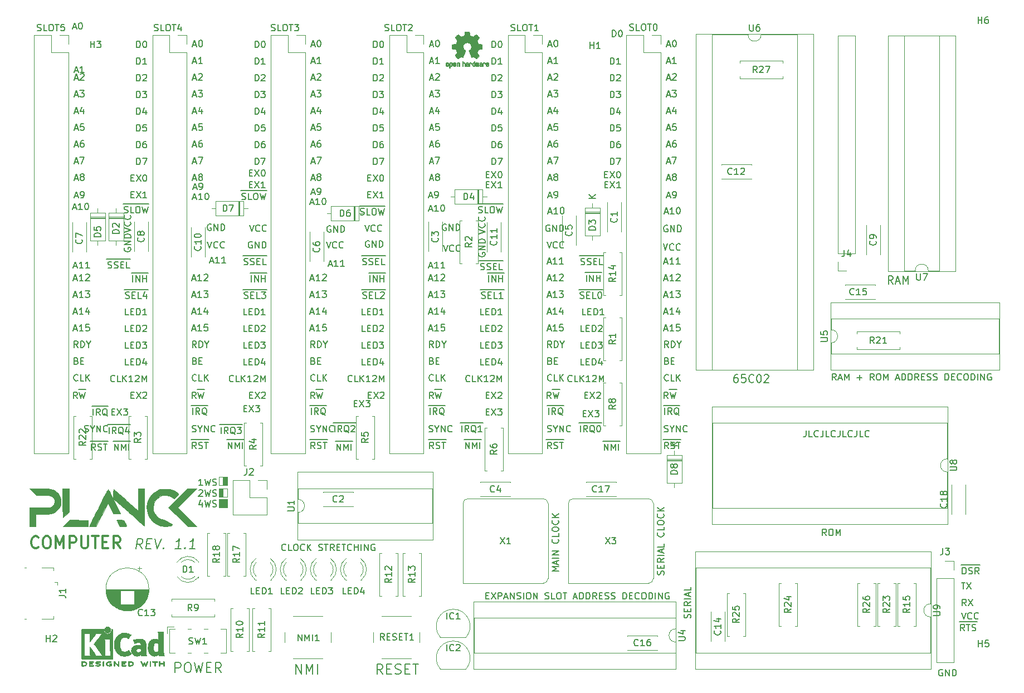
<source format=gbr>
G04 #@! TF.GenerationSoftware,KiCad,Pcbnew,(5.1.10-1-10_14)*
G04 #@! TF.CreationDate,2021-10-31T19:01:14+01:00*
G04 #@! TF.ProjectId,cpu_backplane,6370755f-6261-4636-9b70-6c616e652e6b,rev?*
G04 #@! TF.SameCoordinates,Original*
G04 #@! TF.FileFunction,Legend,Top*
G04 #@! TF.FilePolarity,Positive*
%FSLAX46Y46*%
G04 Gerber Fmt 4.6, Leading zero omitted, Abs format (unit mm)*
G04 Created by KiCad (PCBNEW (5.1.10-1-10_14)) date 2021-10-31 19:01:14*
%MOMM*%
%LPD*%
G01*
G04 APERTURE LIST*
%ADD10C,0.200000*%
%ADD11C,0.150000*%
%ADD12C,0.120000*%
%ADD13C,0.100000*%
%ADD14C,0.300000*%
%ADD15C,0.010000*%
G04 APERTURE END LIST*
D10*
X39751809Y-80367142D02*
X39704190Y-80414761D01*
X39561333Y-80462380D01*
X39466095Y-80462380D01*
X39323238Y-80414761D01*
X39228000Y-80319523D01*
X39180380Y-80224285D01*
X39132761Y-80033809D01*
X39132761Y-79890952D01*
X39180380Y-79700476D01*
X39228000Y-79605238D01*
X39323238Y-79510000D01*
X39466095Y-79462380D01*
X39561333Y-79462380D01*
X39704190Y-79510000D01*
X39751809Y-79557619D01*
X40656571Y-80462380D02*
X40180380Y-80462380D01*
X40180380Y-79462380D01*
X41180380Y-79462380D02*
X41370857Y-79462380D01*
X41466095Y-79510000D01*
X41561333Y-79605238D01*
X41608952Y-79795714D01*
X41608952Y-80129047D01*
X41561333Y-80319523D01*
X41466095Y-80414761D01*
X41370857Y-80462380D01*
X41180380Y-80462380D01*
X41085142Y-80414761D01*
X40989904Y-80319523D01*
X40942285Y-80129047D01*
X40942285Y-79795714D01*
X40989904Y-79605238D01*
X41085142Y-79510000D01*
X41180380Y-79462380D01*
X42608952Y-80367142D02*
X42561333Y-80414761D01*
X42418476Y-80462380D01*
X42323238Y-80462380D01*
X42180380Y-80414761D01*
X42085142Y-80319523D01*
X42037523Y-80224285D01*
X41989904Y-80033809D01*
X41989904Y-79890952D01*
X42037523Y-79700476D01*
X42085142Y-79605238D01*
X42180380Y-79510000D01*
X42323238Y-79462380D01*
X42418476Y-79462380D01*
X42561333Y-79510000D01*
X42608952Y-79557619D01*
X43037523Y-80462380D02*
X43037523Y-79462380D01*
X43608952Y-80462380D02*
X43180380Y-79890952D01*
X43608952Y-79462380D02*
X43037523Y-80033809D01*
X44751809Y-80414761D02*
X44894666Y-80462380D01*
X45132761Y-80462380D01*
X45228000Y-80414761D01*
X45275619Y-80367142D01*
X45323238Y-80271904D01*
X45323238Y-80176666D01*
X45275619Y-80081428D01*
X45228000Y-80033809D01*
X45132761Y-79986190D01*
X44942285Y-79938571D01*
X44847047Y-79890952D01*
X44799428Y-79843333D01*
X44751809Y-79748095D01*
X44751809Y-79652857D01*
X44799428Y-79557619D01*
X44847047Y-79510000D01*
X44942285Y-79462380D01*
X45180380Y-79462380D01*
X45323238Y-79510000D01*
X45608952Y-79462380D02*
X46180380Y-79462380D01*
X45894666Y-80462380D02*
X45894666Y-79462380D01*
X47085142Y-80462380D02*
X46751809Y-79986190D01*
X46513714Y-80462380D02*
X46513714Y-79462380D01*
X46894666Y-79462380D01*
X46989904Y-79510000D01*
X47037523Y-79557619D01*
X47085142Y-79652857D01*
X47085142Y-79795714D01*
X47037523Y-79890952D01*
X46989904Y-79938571D01*
X46894666Y-79986190D01*
X46513714Y-79986190D01*
X47513714Y-79938571D02*
X47847047Y-79938571D01*
X47989904Y-80462380D02*
X47513714Y-80462380D01*
X47513714Y-79462380D01*
X47989904Y-79462380D01*
X48275619Y-79462380D02*
X48847047Y-79462380D01*
X48561333Y-80462380D02*
X48561333Y-79462380D01*
X49751809Y-80367142D02*
X49704190Y-80414761D01*
X49561333Y-80462380D01*
X49466095Y-80462380D01*
X49323238Y-80414761D01*
X49228000Y-80319523D01*
X49180380Y-80224285D01*
X49132761Y-80033809D01*
X49132761Y-79890952D01*
X49180380Y-79700476D01*
X49228000Y-79605238D01*
X49323238Y-79510000D01*
X49466095Y-79462380D01*
X49561333Y-79462380D01*
X49704190Y-79510000D01*
X49751809Y-79557619D01*
X50180380Y-80462380D02*
X50180380Y-79462380D01*
X50180380Y-79938571D02*
X50751809Y-79938571D01*
X50751809Y-80462380D02*
X50751809Y-79462380D01*
X51228000Y-80462380D02*
X51228000Y-79462380D01*
X51704190Y-80462380D02*
X51704190Y-79462380D01*
X52275619Y-80462380D01*
X52275619Y-79462380D01*
X53275619Y-79510000D02*
X53180380Y-79462380D01*
X53037523Y-79462380D01*
X52894666Y-79510000D01*
X52799428Y-79605238D01*
X52751809Y-79700476D01*
X52704190Y-79890952D01*
X52704190Y-80033809D01*
X52751809Y-80224285D01*
X52799428Y-80319523D01*
X52894666Y-80414761D01*
X53037523Y-80462380D01*
X53132761Y-80462380D01*
X53275619Y-80414761D01*
X53323238Y-80367142D01*
X53323238Y-80033809D01*
X53132761Y-80033809D01*
D11*
X84316452Y-40763000D02*
X85268833Y-40763000D01*
X84506928Y-42082761D02*
X84649785Y-42130380D01*
X84887880Y-42130380D01*
X84983119Y-42082761D01*
X85030738Y-42035142D01*
X85078357Y-41939904D01*
X85078357Y-41844666D01*
X85030738Y-41749428D01*
X84983119Y-41701809D01*
X84887880Y-41654190D01*
X84697404Y-41606571D01*
X84602166Y-41558952D01*
X84554547Y-41511333D01*
X84506928Y-41416095D01*
X84506928Y-41320857D01*
X84554547Y-41225619D01*
X84602166Y-41178000D01*
X84697404Y-41130380D01*
X84935500Y-41130380D01*
X85078357Y-41178000D01*
X85268833Y-40763000D02*
X86173595Y-40763000D01*
X85506928Y-41606571D02*
X85840261Y-41606571D01*
X85983119Y-42130380D02*
X85506928Y-42130380D01*
X85506928Y-41130380D01*
X85983119Y-41130380D01*
X86173595Y-40763000D02*
X86983119Y-40763000D01*
X86887880Y-42130380D02*
X86411690Y-42130380D01*
X86411690Y-41130380D01*
X86983119Y-40763000D02*
X87935500Y-40763000D01*
X87411690Y-41130380D02*
X87506928Y-41130380D01*
X87602166Y-41178000D01*
X87649785Y-41225619D01*
X87697404Y-41320857D01*
X87745023Y-41511333D01*
X87745023Y-41749428D01*
X87697404Y-41939904D01*
X87649785Y-42035142D01*
X87602166Y-42082761D01*
X87506928Y-42130380D01*
X87411690Y-42130380D01*
X87316452Y-42082761D01*
X87268833Y-42035142D01*
X87221214Y-41939904D01*
X87173595Y-41749428D01*
X87173595Y-41511333D01*
X87221214Y-41320857D01*
X87268833Y-41225619D01*
X87316452Y-41178000D01*
X87411690Y-41130380D01*
X139543404Y-98560000D02*
X139448166Y-98512380D01*
X139305309Y-98512380D01*
X139162452Y-98560000D01*
X139067214Y-98655238D01*
X139019595Y-98750476D01*
X138971976Y-98940952D01*
X138971976Y-99083809D01*
X139019595Y-99274285D01*
X139067214Y-99369523D01*
X139162452Y-99464761D01*
X139305309Y-99512380D01*
X139400547Y-99512380D01*
X139543404Y-99464761D01*
X139591023Y-99417142D01*
X139591023Y-99083809D01*
X139400547Y-99083809D01*
X140019595Y-99512380D02*
X140019595Y-98512380D01*
X140591023Y-99512380D01*
X140591023Y-98512380D01*
X141067214Y-99512380D02*
X141067214Y-98512380D01*
X141305309Y-98512380D01*
X141448166Y-98560000D01*
X141543404Y-98655238D01*
X141591023Y-98750476D01*
X141638642Y-98940952D01*
X141638642Y-99083809D01*
X141591023Y-99274285D01*
X141543404Y-99369523D01*
X141448166Y-99464761D01*
X141305309Y-99512380D01*
X141067214Y-99512380D01*
X142083500Y-91287000D02*
X143083500Y-91287000D01*
X142893023Y-92654380D02*
X142559690Y-92178190D01*
X142321595Y-92654380D02*
X142321595Y-91654380D01*
X142702547Y-91654380D01*
X142797785Y-91702000D01*
X142845404Y-91749619D01*
X142893023Y-91844857D01*
X142893023Y-91987714D01*
X142845404Y-92082952D01*
X142797785Y-92130571D01*
X142702547Y-92178190D01*
X142321595Y-92178190D01*
X143083500Y-91287000D02*
X143845404Y-91287000D01*
X143178738Y-91654380D02*
X143750166Y-91654380D01*
X143464452Y-92654380D02*
X143464452Y-91654380D01*
X143845404Y-91287000D02*
X144797785Y-91287000D01*
X144035880Y-92606761D02*
X144178738Y-92654380D01*
X144416833Y-92654380D01*
X144512071Y-92606761D01*
X144559690Y-92559142D01*
X144607309Y-92463904D01*
X144607309Y-92368666D01*
X144559690Y-92273428D01*
X144512071Y-92225809D01*
X144416833Y-92178190D01*
X144226357Y-92130571D01*
X144131119Y-92082952D01*
X144083500Y-92035333D01*
X144035880Y-91940095D01*
X144035880Y-91844857D01*
X144083500Y-91749619D01*
X144131119Y-91702000D01*
X144226357Y-91654380D01*
X144464452Y-91654380D01*
X144607309Y-91702000D01*
X142337500Y-82651000D02*
X143337500Y-82651000D01*
X142575595Y-84018380D02*
X142575595Y-83018380D01*
X142813690Y-83018380D01*
X142956547Y-83066000D01*
X143051785Y-83161238D01*
X143099404Y-83256476D01*
X143147023Y-83446952D01*
X143147023Y-83589809D01*
X143099404Y-83780285D01*
X143051785Y-83875523D01*
X142956547Y-83970761D01*
X142813690Y-84018380D01*
X142575595Y-84018380D01*
X143337500Y-82651000D02*
X144289880Y-82651000D01*
X143527976Y-83970761D02*
X143670833Y-84018380D01*
X143908928Y-84018380D01*
X144004166Y-83970761D01*
X144051785Y-83923142D01*
X144099404Y-83827904D01*
X144099404Y-83732666D01*
X144051785Y-83637428D01*
X144004166Y-83589809D01*
X143908928Y-83542190D01*
X143718452Y-83494571D01*
X143623214Y-83446952D01*
X143575595Y-83399333D01*
X143527976Y-83304095D01*
X143527976Y-83208857D01*
X143575595Y-83113619D01*
X143623214Y-83066000D01*
X143718452Y-83018380D01*
X143956547Y-83018380D01*
X144099404Y-83066000D01*
X144289880Y-82651000D02*
X145289880Y-82651000D01*
X145099404Y-84018380D02*
X144766071Y-83542190D01*
X144527976Y-84018380D02*
X144527976Y-83018380D01*
X144908928Y-83018380D01*
X145004166Y-83066000D01*
X145051785Y-83113619D01*
X145099404Y-83208857D01*
X145099404Y-83351714D01*
X145051785Y-83446952D01*
X145004166Y-83494571D01*
X144908928Y-83542190D01*
X144527976Y-83542190D01*
X142432738Y-89876380D02*
X142766071Y-90876380D01*
X143099404Y-89876380D01*
X144004166Y-90781142D02*
X143956547Y-90828761D01*
X143813690Y-90876380D01*
X143718452Y-90876380D01*
X143575595Y-90828761D01*
X143480357Y-90733523D01*
X143432738Y-90638285D01*
X143385119Y-90447809D01*
X143385119Y-90304952D01*
X143432738Y-90114476D01*
X143480357Y-90019238D01*
X143575595Y-89924000D01*
X143718452Y-89876380D01*
X143813690Y-89876380D01*
X143956547Y-89924000D01*
X144004166Y-89971619D01*
X145004166Y-90781142D02*
X144956547Y-90828761D01*
X144813690Y-90876380D01*
X144718452Y-90876380D01*
X144575595Y-90828761D01*
X144480357Y-90733523D01*
X144432738Y-90638285D01*
X144385119Y-90447809D01*
X144385119Y-90304952D01*
X144432738Y-90114476D01*
X144480357Y-90019238D01*
X144575595Y-89924000D01*
X144718452Y-89876380D01*
X144813690Y-89876380D01*
X144956547Y-89924000D01*
X145004166Y-89971619D01*
D10*
X121896285Y-78176380D02*
X121562952Y-77700190D01*
X121324857Y-78176380D02*
X121324857Y-77176380D01*
X121705809Y-77176380D01*
X121801047Y-77224000D01*
X121848666Y-77271619D01*
X121896285Y-77366857D01*
X121896285Y-77509714D01*
X121848666Y-77604952D01*
X121801047Y-77652571D01*
X121705809Y-77700190D01*
X121324857Y-77700190D01*
X122515333Y-77176380D02*
X122705809Y-77176380D01*
X122801047Y-77224000D01*
X122896285Y-77319238D01*
X122943904Y-77509714D01*
X122943904Y-77843047D01*
X122896285Y-78033523D01*
X122801047Y-78128761D01*
X122705809Y-78176380D01*
X122515333Y-78176380D01*
X122420095Y-78128761D01*
X122324857Y-78033523D01*
X122277238Y-77843047D01*
X122277238Y-77509714D01*
X122324857Y-77319238D01*
X122420095Y-77224000D01*
X122515333Y-77176380D01*
X123372476Y-78176380D02*
X123372476Y-77176380D01*
X123705809Y-77890666D01*
X124039142Y-77176380D01*
X124039142Y-78176380D01*
D11*
X45912738Y-33488380D02*
X46246071Y-34488380D01*
X46579404Y-33488380D01*
X47484166Y-34393142D02*
X47436547Y-34440761D01*
X47293690Y-34488380D01*
X47198452Y-34488380D01*
X47055595Y-34440761D01*
X46960357Y-34345523D01*
X46912738Y-34250285D01*
X46865119Y-34059809D01*
X46865119Y-33916952D01*
X46912738Y-33726476D01*
X46960357Y-33631238D01*
X47055595Y-33536000D01*
X47198452Y-33488380D01*
X47293690Y-33488380D01*
X47436547Y-33536000D01*
X47484166Y-33583619D01*
X48484166Y-34393142D02*
X48436547Y-34440761D01*
X48293690Y-34488380D01*
X48198452Y-34488380D01*
X48055595Y-34440761D01*
X47960357Y-34345523D01*
X47912738Y-34250285D01*
X47865119Y-34059809D01*
X47865119Y-33916952D01*
X47912738Y-33726476D01*
X47960357Y-33631238D01*
X48055595Y-33536000D01*
X48198452Y-33488380D01*
X48293690Y-33488380D01*
X48436547Y-33536000D01*
X48484166Y-33583619D01*
X46579404Y-31123000D02*
X46484166Y-31075380D01*
X46341309Y-31075380D01*
X46198452Y-31123000D01*
X46103214Y-31218238D01*
X46055595Y-31313476D01*
X46007976Y-31503952D01*
X46007976Y-31646809D01*
X46055595Y-31837285D01*
X46103214Y-31932523D01*
X46198452Y-32027761D01*
X46341309Y-32075380D01*
X46436547Y-32075380D01*
X46579404Y-32027761D01*
X46627023Y-31980142D01*
X46627023Y-31646809D01*
X46436547Y-31646809D01*
X47055595Y-32075380D02*
X47055595Y-31075380D01*
X47627023Y-32075380D01*
X47627023Y-31075380D01*
X48103214Y-32075380D02*
X48103214Y-31075380D01*
X48341309Y-31075380D01*
X48484166Y-31123000D01*
X48579404Y-31218238D01*
X48627023Y-31313476D01*
X48674642Y-31503952D01*
X48674642Y-31646809D01*
X48627023Y-31837285D01*
X48579404Y-31932523D01*
X48484166Y-32027761D01*
X48341309Y-32075380D01*
X48103214Y-32075380D01*
D10*
X101242761Y-90701523D02*
X101290380Y-90558666D01*
X101290380Y-90320571D01*
X101242761Y-90225333D01*
X101195142Y-90177714D01*
X101099904Y-90130095D01*
X101004666Y-90130095D01*
X100909428Y-90177714D01*
X100861809Y-90225333D01*
X100814190Y-90320571D01*
X100766571Y-90511047D01*
X100718952Y-90606285D01*
X100671333Y-90653904D01*
X100576095Y-90701523D01*
X100480857Y-90701523D01*
X100385619Y-90653904D01*
X100338000Y-90606285D01*
X100290380Y-90511047D01*
X100290380Y-90272952D01*
X100338000Y-90130095D01*
X100766571Y-89701523D02*
X100766571Y-89368190D01*
X101290380Y-89225333D02*
X101290380Y-89701523D01*
X100290380Y-89701523D01*
X100290380Y-89225333D01*
X101290380Y-88225333D02*
X100814190Y-88558666D01*
X101290380Y-88796761D02*
X100290380Y-88796761D01*
X100290380Y-88415809D01*
X100338000Y-88320571D01*
X100385619Y-88272952D01*
X100480857Y-88225333D01*
X100623714Y-88225333D01*
X100718952Y-88272952D01*
X100766571Y-88320571D01*
X100814190Y-88415809D01*
X100814190Y-88796761D01*
X101290380Y-87796761D02*
X100290380Y-87796761D01*
X101004666Y-87368190D02*
X101004666Y-86892000D01*
X101290380Y-87463428D02*
X100290380Y-87130095D01*
X101290380Y-86796761D01*
X101290380Y-85987238D02*
X101290380Y-86463428D01*
X100290380Y-86463428D01*
X108404285Y-53698857D02*
X108175714Y-53698857D01*
X108061428Y-53756000D01*
X108004285Y-53813142D01*
X107890000Y-53984571D01*
X107832857Y-54213142D01*
X107832857Y-54670285D01*
X107890000Y-54784571D01*
X107947142Y-54841714D01*
X108061428Y-54898857D01*
X108290000Y-54898857D01*
X108404285Y-54841714D01*
X108461428Y-54784571D01*
X108518571Y-54670285D01*
X108518571Y-54384571D01*
X108461428Y-54270285D01*
X108404285Y-54213142D01*
X108290000Y-54156000D01*
X108061428Y-54156000D01*
X107947142Y-54213142D01*
X107890000Y-54270285D01*
X107832857Y-54384571D01*
X109604285Y-53698857D02*
X109032857Y-53698857D01*
X108975714Y-54270285D01*
X109032857Y-54213142D01*
X109147142Y-54156000D01*
X109432857Y-54156000D01*
X109547142Y-54213142D01*
X109604285Y-54270285D01*
X109661428Y-54384571D01*
X109661428Y-54670285D01*
X109604285Y-54784571D01*
X109547142Y-54841714D01*
X109432857Y-54898857D01*
X109147142Y-54898857D01*
X109032857Y-54841714D01*
X108975714Y-54784571D01*
X110861428Y-54784571D02*
X110804285Y-54841714D01*
X110632857Y-54898857D01*
X110518571Y-54898857D01*
X110347142Y-54841714D01*
X110232857Y-54727428D01*
X110175714Y-54613142D01*
X110118571Y-54384571D01*
X110118571Y-54213142D01*
X110175714Y-53984571D01*
X110232857Y-53870285D01*
X110347142Y-53756000D01*
X110518571Y-53698857D01*
X110632857Y-53698857D01*
X110804285Y-53756000D01*
X110861428Y-53813142D01*
X111604285Y-53698857D02*
X111718571Y-53698857D01*
X111832857Y-53756000D01*
X111890000Y-53813142D01*
X111947142Y-53927428D01*
X112004285Y-54156000D01*
X112004285Y-54441714D01*
X111947142Y-54670285D01*
X111890000Y-54784571D01*
X111832857Y-54841714D01*
X111718571Y-54898857D01*
X111604285Y-54898857D01*
X111490000Y-54841714D01*
X111432857Y-54784571D01*
X111375714Y-54670285D01*
X111318571Y-54441714D01*
X111318571Y-54156000D01*
X111375714Y-53927428D01*
X111432857Y-53813142D01*
X111490000Y-53756000D01*
X111604285Y-53698857D01*
X112461428Y-53813142D02*
X112518571Y-53756000D01*
X112632857Y-53698857D01*
X112918571Y-53698857D01*
X113032857Y-53756000D01*
X113090000Y-53813142D01*
X113147142Y-53927428D01*
X113147142Y-54041714D01*
X113090000Y-54213142D01*
X112404285Y-54898857D01*
X113147142Y-54898857D01*
X132013428Y-39912857D02*
X131613428Y-39341428D01*
X131327714Y-39912857D02*
X131327714Y-38712857D01*
X131784857Y-38712857D01*
X131899142Y-38770000D01*
X131956285Y-38827142D01*
X132013428Y-38941428D01*
X132013428Y-39112857D01*
X131956285Y-39227142D01*
X131899142Y-39284285D01*
X131784857Y-39341428D01*
X131327714Y-39341428D01*
X132470571Y-39570000D02*
X133042000Y-39570000D01*
X132356285Y-39912857D02*
X132756285Y-38712857D01*
X133156285Y-39912857D01*
X133556285Y-39912857D02*
X133556285Y-38712857D01*
X133956285Y-39570000D01*
X134356285Y-38712857D01*
X134356285Y-39912857D01*
D11*
X52421404Y-33409000D02*
X52326166Y-33361380D01*
X52183309Y-33361380D01*
X52040452Y-33409000D01*
X51945214Y-33504238D01*
X51897595Y-33599476D01*
X51849976Y-33789952D01*
X51849976Y-33932809D01*
X51897595Y-34123285D01*
X51945214Y-34218523D01*
X52040452Y-34313761D01*
X52183309Y-34361380D01*
X52278547Y-34361380D01*
X52421404Y-34313761D01*
X52469023Y-34266142D01*
X52469023Y-33932809D01*
X52278547Y-33932809D01*
X52897595Y-34361380D02*
X52897595Y-33361380D01*
X53469023Y-34361380D01*
X53469023Y-33361380D01*
X53945214Y-34361380D02*
X53945214Y-33361380D01*
X54183309Y-33361380D01*
X54326166Y-33409000D01*
X54421404Y-33504238D01*
X54469023Y-33599476D01*
X54516642Y-33789952D01*
X54516642Y-33932809D01*
X54469023Y-34123285D01*
X54421404Y-34218523D01*
X54326166Y-34313761D01*
X54183309Y-34361380D01*
X53945214Y-34361380D01*
D10*
X97178761Y-84113047D02*
X97226380Y-83970190D01*
X97226380Y-83732095D01*
X97178761Y-83636857D01*
X97131142Y-83589238D01*
X97035904Y-83541619D01*
X96940666Y-83541619D01*
X96845428Y-83589238D01*
X96797809Y-83636857D01*
X96750190Y-83732095D01*
X96702571Y-83922571D01*
X96654952Y-84017809D01*
X96607333Y-84065428D01*
X96512095Y-84113047D01*
X96416857Y-84113047D01*
X96321619Y-84065428D01*
X96274000Y-84017809D01*
X96226380Y-83922571D01*
X96226380Y-83684476D01*
X96274000Y-83541619D01*
X96702571Y-83113047D02*
X96702571Y-82779714D01*
X97226380Y-82636857D02*
X97226380Y-83113047D01*
X96226380Y-83113047D01*
X96226380Y-82636857D01*
X97226380Y-81636857D02*
X96750190Y-81970190D01*
X97226380Y-82208285D02*
X96226380Y-82208285D01*
X96226380Y-81827333D01*
X96274000Y-81732095D01*
X96321619Y-81684476D01*
X96416857Y-81636857D01*
X96559714Y-81636857D01*
X96654952Y-81684476D01*
X96702571Y-81732095D01*
X96750190Y-81827333D01*
X96750190Y-82208285D01*
X97226380Y-81208285D02*
X96226380Y-81208285D01*
X96940666Y-80779714D02*
X96940666Y-80303523D01*
X97226380Y-80874952D02*
X96226380Y-80541619D01*
X97226380Y-80208285D01*
X97226380Y-79398761D02*
X97226380Y-79874952D01*
X96226380Y-79874952D01*
X97131142Y-77732095D02*
X97178761Y-77779714D01*
X97226380Y-77922571D01*
X97226380Y-78017809D01*
X97178761Y-78160666D01*
X97083523Y-78255904D01*
X96988285Y-78303523D01*
X96797809Y-78351142D01*
X96654952Y-78351142D01*
X96464476Y-78303523D01*
X96369238Y-78255904D01*
X96274000Y-78160666D01*
X96226380Y-78017809D01*
X96226380Y-77922571D01*
X96274000Y-77779714D01*
X96321619Y-77732095D01*
X97226380Y-76827333D02*
X97226380Y-77303523D01*
X96226380Y-77303523D01*
X96226380Y-76303523D02*
X96226380Y-76113047D01*
X96274000Y-76017809D01*
X96369238Y-75922571D01*
X96559714Y-75874952D01*
X96893047Y-75874952D01*
X97083523Y-75922571D01*
X97178761Y-76017809D01*
X97226380Y-76113047D01*
X97226380Y-76303523D01*
X97178761Y-76398761D01*
X97083523Y-76494000D01*
X96893047Y-76541619D01*
X96559714Y-76541619D01*
X96369238Y-76494000D01*
X96274000Y-76398761D01*
X96226380Y-76303523D01*
X97131142Y-74874952D02*
X97178761Y-74922571D01*
X97226380Y-75065428D01*
X97226380Y-75160666D01*
X97178761Y-75303523D01*
X97083523Y-75398761D01*
X96988285Y-75446380D01*
X96797809Y-75494000D01*
X96654952Y-75494000D01*
X96464476Y-75446380D01*
X96369238Y-75398761D01*
X96274000Y-75303523D01*
X96226380Y-75160666D01*
X96226380Y-75065428D01*
X96274000Y-74922571D01*
X96321619Y-74874952D01*
X97226380Y-74446380D02*
X96226380Y-74446380D01*
X97226380Y-73874952D02*
X96654952Y-74303523D01*
X96226380Y-73874952D02*
X96797809Y-74446380D01*
D11*
X143147023Y-88844380D02*
X142813690Y-88368190D01*
X142575595Y-88844380D02*
X142575595Y-87844380D01*
X142956547Y-87844380D01*
X143051785Y-87892000D01*
X143099404Y-87939619D01*
X143147023Y-88034857D01*
X143147023Y-88177714D01*
X143099404Y-88272952D01*
X143051785Y-88320571D01*
X142956547Y-88368190D01*
X142575595Y-88368190D01*
X143480357Y-87844380D02*
X144147023Y-88844380D01*
X144147023Y-87844380D02*
X143480357Y-88844380D01*
D12*
X30226000Y-70993000D02*
X30861000Y-70993000D01*
D10*
X123374000Y-54554380D02*
X123040666Y-54078190D01*
X122802571Y-54554380D02*
X122802571Y-53554380D01*
X123183523Y-53554380D01*
X123278761Y-53602000D01*
X123326380Y-53649619D01*
X123374000Y-53744857D01*
X123374000Y-53887714D01*
X123326380Y-53982952D01*
X123278761Y-54030571D01*
X123183523Y-54078190D01*
X122802571Y-54078190D01*
X123754952Y-54268666D02*
X124231142Y-54268666D01*
X123659714Y-54554380D02*
X123993047Y-53554380D01*
X124326380Y-54554380D01*
X124659714Y-54554380D02*
X124659714Y-53554380D01*
X124993047Y-54268666D01*
X125326380Y-53554380D01*
X125326380Y-54554380D01*
X126564476Y-54173428D02*
X127326380Y-54173428D01*
X126945428Y-54554380D02*
X126945428Y-53792476D01*
X129135904Y-54554380D02*
X128802571Y-54078190D01*
X128564476Y-54554380D02*
X128564476Y-53554380D01*
X128945428Y-53554380D01*
X129040666Y-53602000D01*
X129088285Y-53649619D01*
X129135904Y-53744857D01*
X129135904Y-53887714D01*
X129088285Y-53982952D01*
X129040666Y-54030571D01*
X128945428Y-54078190D01*
X128564476Y-54078190D01*
X129754952Y-53554380D02*
X129945428Y-53554380D01*
X130040666Y-53602000D01*
X130135904Y-53697238D01*
X130183523Y-53887714D01*
X130183523Y-54221047D01*
X130135904Y-54411523D01*
X130040666Y-54506761D01*
X129945428Y-54554380D01*
X129754952Y-54554380D01*
X129659714Y-54506761D01*
X129564476Y-54411523D01*
X129516857Y-54221047D01*
X129516857Y-53887714D01*
X129564476Y-53697238D01*
X129659714Y-53602000D01*
X129754952Y-53554380D01*
X130612095Y-54554380D02*
X130612095Y-53554380D01*
X130945428Y-54268666D01*
X131278761Y-53554380D01*
X131278761Y-54554380D01*
X132469238Y-54268666D02*
X132945428Y-54268666D01*
X132374000Y-54554380D02*
X132707333Y-53554380D01*
X133040666Y-54554380D01*
X133374000Y-54554380D02*
X133374000Y-53554380D01*
X133612095Y-53554380D01*
X133754952Y-53602000D01*
X133850190Y-53697238D01*
X133897809Y-53792476D01*
X133945428Y-53982952D01*
X133945428Y-54125809D01*
X133897809Y-54316285D01*
X133850190Y-54411523D01*
X133754952Y-54506761D01*
X133612095Y-54554380D01*
X133374000Y-54554380D01*
X134374000Y-54554380D02*
X134374000Y-53554380D01*
X134612095Y-53554380D01*
X134754952Y-53602000D01*
X134850190Y-53697238D01*
X134897809Y-53792476D01*
X134945428Y-53982952D01*
X134945428Y-54125809D01*
X134897809Y-54316285D01*
X134850190Y-54411523D01*
X134754952Y-54506761D01*
X134612095Y-54554380D01*
X134374000Y-54554380D01*
X135945428Y-54554380D02*
X135612095Y-54078190D01*
X135374000Y-54554380D02*
X135374000Y-53554380D01*
X135754952Y-53554380D01*
X135850190Y-53602000D01*
X135897809Y-53649619D01*
X135945428Y-53744857D01*
X135945428Y-53887714D01*
X135897809Y-53982952D01*
X135850190Y-54030571D01*
X135754952Y-54078190D01*
X135374000Y-54078190D01*
X136374000Y-54030571D02*
X136707333Y-54030571D01*
X136850190Y-54554380D02*
X136374000Y-54554380D01*
X136374000Y-53554380D01*
X136850190Y-53554380D01*
X137231142Y-54506761D02*
X137374000Y-54554380D01*
X137612095Y-54554380D01*
X137707333Y-54506761D01*
X137754952Y-54459142D01*
X137802571Y-54363904D01*
X137802571Y-54268666D01*
X137754952Y-54173428D01*
X137707333Y-54125809D01*
X137612095Y-54078190D01*
X137421619Y-54030571D01*
X137326380Y-53982952D01*
X137278761Y-53935333D01*
X137231142Y-53840095D01*
X137231142Y-53744857D01*
X137278761Y-53649619D01*
X137326380Y-53602000D01*
X137421619Y-53554380D01*
X137659714Y-53554380D01*
X137802571Y-53602000D01*
X138183523Y-54506761D02*
X138326380Y-54554380D01*
X138564476Y-54554380D01*
X138659714Y-54506761D01*
X138707333Y-54459142D01*
X138754952Y-54363904D01*
X138754952Y-54268666D01*
X138707333Y-54173428D01*
X138659714Y-54125809D01*
X138564476Y-54078190D01*
X138374000Y-54030571D01*
X138278761Y-53982952D01*
X138231142Y-53935333D01*
X138183523Y-53840095D01*
X138183523Y-53744857D01*
X138231142Y-53649619D01*
X138278761Y-53602000D01*
X138374000Y-53554380D01*
X138612095Y-53554380D01*
X138754952Y-53602000D01*
X139945428Y-54554380D02*
X139945428Y-53554380D01*
X140183523Y-53554380D01*
X140326380Y-53602000D01*
X140421619Y-53697238D01*
X140469238Y-53792476D01*
X140516857Y-53982952D01*
X140516857Y-54125809D01*
X140469238Y-54316285D01*
X140421619Y-54411523D01*
X140326380Y-54506761D01*
X140183523Y-54554380D01*
X139945428Y-54554380D01*
X140945428Y-54030571D02*
X141278761Y-54030571D01*
X141421619Y-54554380D02*
X140945428Y-54554380D01*
X140945428Y-53554380D01*
X141421619Y-53554380D01*
X142421619Y-54459142D02*
X142374000Y-54506761D01*
X142231142Y-54554380D01*
X142135904Y-54554380D01*
X141993047Y-54506761D01*
X141897809Y-54411523D01*
X141850190Y-54316285D01*
X141802571Y-54125809D01*
X141802571Y-53982952D01*
X141850190Y-53792476D01*
X141897809Y-53697238D01*
X141993047Y-53602000D01*
X142135904Y-53554380D01*
X142231142Y-53554380D01*
X142374000Y-53602000D01*
X142421619Y-53649619D01*
X143040666Y-53554380D02*
X143231142Y-53554380D01*
X143326380Y-53602000D01*
X143421619Y-53697238D01*
X143469238Y-53887714D01*
X143469238Y-54221047D01*
X143421619Y-54411523D01*
X143326380Y-54506761D01*
X143231142Y-54554380D01*
X143040666Y-54554380D01*
X142945428Y-54506761D01*
X142850190Y-54411523D01*
X142802571Y-54221047D01*
X142802571Y-53887714D01*
X142850190Y-53697238D01*
X142945428Y-53602000D01*
X143040666Y-53554380D01*
X143897809Y-54554380D02*
X143897809Y-53554380D01*
X144135904Y-53554380D01*
X144278761Y-53602000D01*
X144374000Y-53697238D01*
X144421619Y-53792476D01*
X144469238Y-53982952D01*
X144469238Y-54125809D01*
X144421619Y-54316285D01*
X144374000Y-54411523D01*
X144278761Y-54506761D01*
X144135904Y-54554380D01*
X143897809Y-54554380D01*
X144897809Y-54554380D02*
X144897809Y-53554380D01*
X145374000Y-54554380D02*
X145374000Y-53554380D01*
X145945428Y-54554380D01*
X145945428Y-53554380D01*
X146945428Y-53602000D02*
X146850190Y-53554380D01*
X146707333Y-53554380D01*
X146564476Y-53602000D01*
X146469238Y-53697238D01*
X146421619Y-53792476D01*
X146374000Y-53982952D01*
X146374000Y-54125809D01*
X146421619Y-54316285D01*
X146469238Y-54411523D01*
X146564476Y-54506761D01*
X146707333Y-54554380D01*
X146802571Y-54554380D01*
X146945428Y-54506761D01*
X146993047Y-54459142D01*
X146993047Y-54125809D01*
X146802571Y-54125809D01*
D11*
X142432738Y-85304380D02*
X143004166Y-85304380D01*
X142718452Y-86304380D02*
X142718452Y-85304380D01*
X143242261Y-85304380D02*
X143908928Y-86304380D01*
X143908928Y-85304380D02*
X143242261Y-86304380D01*
X97760404Y-31059500D02*
X97665166Y-31011880D01*
X97522309Y-31011880D01*
X97379452Y-31059500D01*
X97284214Y-31154738D01*
X97236595Y-31249976D01*
X97188976Y-31440452D01*
X97188976Y-31583309D01*
X97236595Y-31773785D01*
X97284214Y-31869023D01*
X97379452Y-31964261D01*
X97522309Y-32011880D01*
X97617547Y-32011880D01*
X97760404Y-31964261D01*
X97808023Y-31916642D01*
X97808023Y-31583309D01*
X97617547Y-31583309D01*
X98236595Y-32011880D02*
X98236595Y-31011880D01*
X98808023Y-32011880D01*
X98808023Y-31011880D01*
X99284214Y-32011880D02*
X99284214Y-31011880D01*
X99522309Y-31011880D01*
X99665166Y-31059500D01*
X99760404Y-31154738D01*
X99808023Y-31249976D01*
X99855642Y-31440452D01*
X99855642Y-31583309D01*
X99808023Y-31773785D01*
X99760404Y-31869023D01*
X99665166Y-31964261D01*
X99522309Y-32011880D01*
X99284214Y-32011880D01*
X97123238Y-33805880D02*
X97456571Y-34805880D01*
X97789904Y-33805880D01*
X98694666Y-34710642D02*
X98647047Y-34758261D01*
X98504190Y-34805880D01*
X98408952Y-34805880D01*
X98266095Y-34758261D01*
X98170857Y-34663023D01*
X98123238Y-34567785D01*
X98075619Y-34377309D01*
X98075619Y-34234452D01*
X98123238Y-34043976D01*
X98170857Y-33948738D01*
X98266095Y-33853500D01*
X98408952Y-33805880D01*
X98504190Y-33805880D01*
X98647047Y-33853500D01*
X98694666Y-33901119D01*
X99694666Y-34710642D02*
X99647047Y-34758261D01*
X99504190Y-34805880D01*
X99408952Y-34805880D01*
X99266095Y-34758261D01*
X99170857Y-34663023D01*
X99123238Y-34567785D01*
X99075619Y-34377309D01*
X99075619Y-34234452D01*
X99123238Y-34043976D01*
X99170857Y-33948738D01*
X99266095Y-33853500D01*
X99408952Y-33805880D01*
X99504190Y-33805880D01*
X99647047Y-33853500D01*
X99694666Y-33901119D01*
X27019357Y-73128214D02*
X27019357Y-73794880D01*
X26781261Y-72747261D02*
X26543166Y-73461547D01*
X27162214Y-73461547D01*
X27447928Y-72794880D02*
X27686023Y-73794880D01*
X27876500Y-73080595D01*
X28066976Y-73794880D01*
X28305071Y-72794880D01*
X28638404Y-73747261D02*
X28781261Y-73794880D01*
X29019357Y-73794880D01*
X29114595Y-73747261D01*
X29162214Y-73699642D01*
X29209833Y-73604404D01*
X29209833Y-73509166D01*
X29162214Y-73413928D01*
X29114595Y-73366309D01*
X29019357Y-73318690D01*
X28828880Y-73271071D01*
X28733642Y-73223452D01*
X28686023Y-73175833D01*
X28638404Y-73080595D01*
X28638404Y-72985357D01*
X28686023Y-72890119D01*
X28733642Y-72842500D01*
X28828880Y-72794880D01*
X29066976Y-72794880D01*
X29209833Y-72842500D01*
D13*
G36*
X30861000Y-73914000D02*
G01*
X29591000Y-73914000D01*
X29591000Y-72644000D01*
X30861000Y-72644000D01*
X30861000Y-73914000D01*
G37*
X30861000Y-73914000D02*
X29591000Y-73914000D01*
X29591000Y-72644000D01*
X30861000Y-72644000D01*
X30861000Y-73914000D01*
D11*
X26543166Y-71302619D02*
X26590785Y-71255000D01*
X26686023Y-71207380D01*
X26924119Y-71207380D01*
X27019357Y-71255000D01*
X27066976Y-71302619D01*
X27114595Y-71397857D01*
X27114595Y-71493095D01*
X27066976Y-71635952D01*
X26495547Y-72207380D01*
X27114595Y-72207380D01*
X27447928Y-71207380D02*
X27686023Y-72207380D01*
X27876500Y-71493095D01*
X28066976Y-72207380D01*
X28305071Y-71207380D01*
X28638404Y-72159761D02*
X28781261Y-72207380D01*
X29019357Y-72207380D01*
X29114595Y-72159761D01*
X29162214Y-72112142D01*
X29209833Y-72016904D01*
X29209833Y-71921666D01*
X29162214Y-71826428D01*
X29114595Y-71778809D01*
X29019357Y-71731190D01*
X28828880Y-71683571D01*
X28733642Y-71635952D01*
X28686023Y-71588333D01*
X28638404Y-71493095D01*
X28638404Y-71397857D01*
X28686023Y-71302619D01*
X28733642Y-71255000D01*
X28828880Y-71207380D01*
X29066976Y-71207380D01*
X29209833Y-71255000D01*
D12*
X29591000Y-70548500D02*
X30226000Y-70548500D01*
X29591000Y-69278500D02*
X29591000Y-70548500D01*
X30226000Y-69278500D02*
X29591000Y-69278500D01*
D13*
G36*
X30861000Y-70548500D02*
G01*
X30226000Y-70548500D01*
X30226000Y-69278500D01*
X30861000Y-69278500D01*
X30861000Y-70548500D01*
G37*
X30861000Y-70548500D02*
X30226000Y-70548500D01*
X30226000Y-69278500D01*
X30861000Y-69278500D01*
X30861000Y-70548500D01*
D12*
X30861000Y-72263000D02*
X30226000Y-72263000D01*
X30861000Y-70993000D02*
X30861000Y-72263000D01*
D13*
G36*
X30226000Y-72263000D02*
G01*
X29591000Y-72263000D01*
X29591000Y-70993000D01*
X30226000Y-70993000D01*
X30226000Y-72263000D01*
G37*
X30226000Y-72263000D02*
X29591000Y-72263000D01*
X29591000Y-70993000D01*
X30226000Y-70993000D01*
X30226000Y-72263000D01*
D11*
X27114595Y-70556380D02*
X26543166Y-70556380D01*
X26828880Y-70556380D02*
X26828880Y-69556380D01*
X26733642Y-69699238D01*
X26638404Y-69794476D01*
X26543166Y-69842095D01*
X27447928Y-69556380D02*
X27686023Y-70556380D01*
X27876500Y-69842095D01*
X28066976Y-70556380D01*
X28305071Y-69556380D01*
X28638404Y-70508761D02*
X28781261Y-70556380D01*
X29019357Y-70556380D01*
X29114595Y-70508761D01*
X29162214Y-70461142D01*
X29209833Y-70365904D01*
X29209833Y-70270666D01*
X29162214Y-70175428D01*
X29114595Y-70127809D01*
X29019357Y-70080190D01*
X28828880Y-70032571D01*
X28733642Y-69984952D01*
X28686023Y-69937333D01*
X28638404Y-69842095D01*
X28638404Y-69746857D01*
X28686023Y-69651619D01*
X28733642Y-69604000D01*
X28828880Y-69556380D01*
X29066976Y-69556380D01*
X29209833Y-69604000D01*
X13333071Y-59364571D02*
X13666404Y-59364571D01*
X13809261Y-59888380D02*
X13333071Y-59888380D01*
X13333071Y-58888380D01*
X13809261Y-58888380D01*
X14142595Y-58888380D02*
X14809261Y-59888380D01*
X14809261Y-58888380D02*
X14142595Y-59888380D01*
X15094976Y-58888380D02*
X15714023Y-58888380D01*
X15380690Y-59269333D01*
X15523547Y-59269333D01*
X15618785Y-59316952D01*
X15666404Y-59364571D01*
X15714023Y-59459809D01*
X15714023Y-59697904D01*
X15666404Y-59793142D01*
X15618785Y-59840761D01*
X15523547Y-59888380D01*
X15237833Y-59888380D01*
X15142595Y-59840761D01*
X15094976Y-59793142D01*
X16229071Y-56824571D02*
X16562404Y-56824571D01*
X16705261Y-57348380D02*
X16229071Y-57348380D01*
X16229071Y-56348380D01*
X16705261Y-56348380D01*
X17038595Y-56348380D02*
X17705261Y-57348380D01*
X17705261Y-56348380D02*
X17038595Y-57348380D01*
X18038595Y-56443619D02*
X18086214Y-56396000D01*
X18181452Y-56348380D01*
X18419547Y-56348380D01*
X18514785Y-56396000D01*
X18562404Y-56443619D01*
X18610023Y-56538857D01*
X18610023Y-56634095D01*
X18562404Y-56776952D01*
X17990976Y-57348380D01*
X18610023Y-57348380D01*
X33399071Y-58856571D02*
X33732404Y-58856571D01*
X33875261Y-59380380D02*
X33399071Y-59380380D01*
X33399071Y-58380380D01*
X33875261Y-58380380D01*
X34208595Y-58380380D02*
X34875261Y-59380380D01*
X34875261Y-58380380D02*
X34208595Y-59380380D01*
X35160976Y-58380380D02*
X35780023Y-58380380D01*
X35446690Y-58761333D01*
X35589547Y-58761333D01*
X35684785Y-58808952D01*
X35732404Y-58856571D01*
X35780023Y-58951809D01*
X35780023Y-59189904D01*
X35732404Y-59285142D01*
X35684785Y-59332761D01*
X35589547Y-59380380D01*
X35303833Y-59380380D01*
X35208595Y-59332761D01*
X35160976Y-59285142D01*
X34263071Y-56824571D02*
X34596404Y-56824571D01*
X34739261Y-57348380D02*
X34263071Y-57348380D01*
X34263071Y-56348380D01*
X34739261Y-56348380D01*
X35072595Y-56348380D02*
X35739261Y-57348380D01*
X35739261Y-56348380D02*
X35072595Y-57348380D01*
X36072595Y-56443619D02*
X36120214Y-56396000D01*
X36215452Y-56348380D01*
X36453547Y-56348380D01*
X36548785Y-56396000D01*
X36596404Y-56443619D01*
X36644023Y-56538857D01*
X36644023Y-56634095D01*
X36596404Y-56776952D01*
X36024976Y-57348380D01*
X36644023Y-57348380D01*
X50163071Y-58094571D02*
X50496404Y-58094571D01*
X50639261Y-58618380D02*
X50163071Y-58618380D01*
X50163071Y-57618380D01*
X50639261Y-57618380D01*
X50972595Y-57618380D02*
X51639261Y-58618380D01*
X51639261Y-57618380D02*
X50972595Y-58618380D01*
X51924976Y-57618380D02*
X52544023Y-57618380D01*
X52210690Y-57999333D01*
X52353547Y-57999333D01*
X52448785Y-58046952D01*
X52496404Y-58094571D01*
X52544023Y-58189809D01*
X52544023Y-58427904D01*
X52496404Y-58523142D01*
X52448785Y-58570761D01*
X52353547Y-58618380D01*
X52067833Y-58618380D01*
X51972595Y-58570761D01*
X51924976Y-58523142D01*
X52297071Y-56824571D02*
X52630404Y-56824571D01*
X52773261Y-57348380D02*
X52297071Y-57348380D01*
X52297071Y-56348380D01*
X52773261Y-56348380D01*
X53106595Y-56348380D02*
X53773261Y-57348380D01*
X53773261Y-56348380D02*
X53106595Y-57348380D01*
X54106595Y-56443619D02*
X54154214Y-56396000D01*
X54249452Y-56348380D01*
X54487547Y-56348380D01*
X54582785Y-56396000D01*
X54630404Y-56443619D01*
X54678023Y-56538857D01*
X54678023Y-56634095D01*
X54630404Y-56776952D01*
X54058976Y-57348380D01*
X54678023Y-57348380D01*
D10*
X81224380Y-83581333D02*
X80224380Y-83581333D01*
X80938666Y-83248000D01*
X80224380Y-82914666D01*
X81224380Y-82914666D01*
X80938666Y-82486095D02*
X80938666Y-82009904D01*
X81224380Y-82581333D02*
X80224380Y-82248000D01*
X81224380Y-81914666D01*
X81224380Y-81581333D02*
X80224380Y-81581333D01*
X81224380Y-81105142D02*
X80224380Y-81105142D01*
X81224380Y-80533714D01*
X80224380Y-80533714D01*
X81129142Y-78724190D02*
X81176761Y-78771809D01*
X81224380Y-78914666D01*
X81224380Y-79009904D01*
X81176761Y-79152761D01*
X81081523Y-79248000D01*
X80986285Y-79295619D01*
X80795809Y-79343238D01*
X80652952Y-79343238D01*
X80462476Y-79295619D01*
X80367238Y-79248000D01*
X80272000Y-79152761D01*
X80224380Y-79009904D01*
X80224380Y-78914666D01*
X80272000Y-78771809D01*
X80319619Y-78724190D01*
X81224380Y-77819428D02*
X81224380Y-78295619D01*
X80224380Y-78295619D01*
X80224380Y-77295619D02*
X80224380Y-77105142D01*
X80272000Y-77009904D01*
X80367238Y-76914666D01*
X80557714Y-76867047D01*
X80891047Y-76867047D01*
X81081523Y-76914666D01*
X81176761Y-77009904D01*
X81224380Y-77105142D01*
X81224380Y-77295619D01*
X81176761Y-77390857D01*
X81081523Y-77486095D01*
X80891047Y-77533714D01*
X80557714Y-77533714D01*
X80367238Y-77486095D01*
X80272000Y-77390857D01*
X80224380Y-77295619D01*
X81129142Y-75867047D02*
X81176761Y-75914666D01*
X81224380Y-76057523D01*
X81224380Y-76152761D01*
X81176761Y-76295619D01*
X81081523Y-76390857D01*
X80986285Y-76438476D01*
X80795809Y-76486095D01*
X80652952Y-76486095D01*
X80462476Y-76438476D01*
X80367238Y-76390857D01*
X80272000Y-76295619D01*
X80224380Y-76152761D01*
X80224380Y-76057523D01*
X80272000Y-75914666D01*
X80319619Y-75867047D01*
X81224380Y-75438476D02*
X80224380Y-75438476D01*
X81224380Y-74867047D02*
X80652952Y-75295619D01*
X80224380Y-74867047D02*
X80795809Y-75438476D01*
X70169238Y-87304571D02*
X70502571Y-87304571D01*
X70645428Y-87828380D02*
X70169238Y-87828380D01*
X70169238Y-86828380D01*
X70645428Y-86828380D01*
X70978761Y-86828380D02*
X71645428Y-87828380D01*
X71645428Y-86828380D02*
X70978761Y-87828380D01*
X72026380Y-87828380D02*
X72026380Y-86828380D01*
X72407333Y-86828380D01*
X72502571Y-86876000D01*
X72550190Y-86923619D01*
X72597809Y-87018857D01*
X72597809Y-87161714D01*
X72550190Y-87256952D01*
X72502571Y-87304571D01*
X72407333Y-87352190D01*
X72026380Y-87352190D01*
X72978761Y-87542666D02*
X73454952Y-87542666D01*
X72883523Y-87828380D02*
X73216857Y-86828380D01*
X73550190Y-87828380D01*
X73883523Y-87828380D02*
X73883523Y-86828380D01*
X74454952Y-87828380D01*
X74454952Y-86828380D01*
X74883523Y-87780761D02*
X75026380Y-87828380D01*
X75264476Y-87828380D01*
X75359714Y-87780761D01*
X75407333Y-87733142D01*
X75454952Y-87637904D01*
X75454952Y-87542666D01*
X75407333Y-87447428D01*
X75359714Y-87399809D01*
X75264476Y-87352190D01*
X75074000Y-87304571D01*
X74978761Y-87256952D01*
X74931142Y-87209333D01*
X74883523Y-87114095D01*
X74883523Y-87018857D01*
X74931142Y-86923619D01*
X74978761Y-86876000D01*
X75074000Y-86828380D01*
X75312095Y-86828380D01*
X75454952Y-86876000D01*
X75883523Y-87828380D02*
X75883523Y-86828380D01*
X76550190Y-86828380D02*
X76740666Y-86828380D01*
X76835904Y-86876000D01*
X76931142Y-86971238D01*
X76978761Y-87161714D01*
X76978761Y-87495047D01*
X76931142Y-87685523D01*
X76835904Y-87780761D01*
X76740666Y-87828380D01*
X76550190Y-87828380D01*
X76454952Y-87780761D01*
X76359714Y-87685523D01*
X76312095Y-87495047D01*
X76312095Y-87161714D01*
X76359714Y-86971238D01*
X76454952Y-86876000D01*
X76550190Y-86828380D01*
X77407333Y-87828380D02*
X77407333Y-86828380D01*
X77978761Y-87828380D01*
X77978761Y-86828380D01*
X79169238Y-87780761D02*
X79312095Y-87828380D01*
X79550190Y-87828380D01*
X79645428Y-87780761D01*
X79693047Y-87733142D01*
X79740666Y-87637904D01*
X79740666Y-87542666D01*
X79693047Y-87447428D01*
X79645428Y-87399809D01*
X79550190Y-87352190D01*
X79359714Y-87304571D01*
X79264476Y-87256952D01*
X79216857Y-87209333D01*
X79169238Y-87114095D01*
X79169238Y-87018857D01*
X79216857Y-86923619D01*
X79264476Y-86876000D01*
X79359714Y-86828380D01*
X79597809Y-86828380D01*
X79740666Y-86876000D01*
X80645428Y-87828380D02*
X80169238Y-87828380D01*
X80169238Y-86828380D01*
X81169238Y-86828380D02*
X81359714Y-86828380D01*
X81454952Y-86876000D01*
X81550190Y-86971238D01*
X81597809Y-87161714D01*
X81597809Y-87495047D01*
X81550190Y-87685523D01*
X81454952Y-87780761D01*
X81359714Y-87828380D01*
X81169238Y-87828380D01*
X81074000Y-87780761D01*
X80978761Y-87685523D01*
X80931142Y-87495047D01*
X80931142Y-87161714D01*
X80978761Y-86971238D01*
X81074000Y-86876000D01*
X81169238Y-86828380D01*
X81883523Y-86828380D02*
X82454952Y-86828380D01*
X82169238Y-87828380D02*
X82169238Y-86828380D01*
X83502571Y-87542666D02*
X83978761Y-87542666D01*
X83407333Y-87828380D02*
X83740666Y-86828380D01*
X84073999Y-87828380D01*
X84407333Y-87828380D02*
X84407333Y-86828380D01*
X84645428Y-86828380D01*
X84788285Y-86876000D01*
X84883523Y-86971238D01*
X84931142Y-87066476D01*
X84978761Y-87256952D01*
X84978761Y-87399809D01*
X84931142Y-87590285D01*
X84883523Y-87685523D01*
X84788285Y-87780761D01*
X84645428Y-87828380D01*
X84407333Y-87828380D01*
X85407333Y-87828380D02*
X85407333Y-86828380D01*
X85645428Y-86828380D01*
X85788285Y-86876000D01*
X85883523Y-86971238D01*
X85931142Y-87066476D01*
X85978761Y-87256952D01*
X85978761Y-87399809D01*
X85931142Y-87590285D01*
X85883523Y-87685523D01*
X85788285Y-87780761D01*
X85645428Y-87828380D01*
X85407333Y-87828380D01*
X86978761Y-87828380D02*
X86645428Y-87352190D01*
X86407333Y-87828380D02*
X86407333Y-86828380D01*
X86788285Y-86828380D01*
X86883523Y-86876000D01*
X86931142Y-86923619D01*
X86978761Y-87018857D01*
X86978761Y-87161714D01*
X86931142Y-87256952D01*
X86883523Y-87304571D01*
X86788285Y-87352190D01*
X86407333Y-87352190D01*
X87407333Y-87304571D02*
X87740666Y-87304571D01*
X87883523Y-87828380D02*
X87407333Y-87828380D01*
X87407333Y-86828380D01*
X87883523Y-86828380D01*
X88264476Y-87780761D02*
X88407333Y-87828380D01*
X88645428Y-87828380D01*
X88740666Y-87780761D01*
X88788285Y-87733142D01*
X88835904Y-87637904D01*
X88835904Y-87542666D01*
X88788285Y-87447428D01*
X88740666Y-87399809D01*
X88645428Y-87352190D01*
X88454952Y-87304571D01*
X88359714Y-87256952D01*
X88312095Y-87209333D01*
X88264476Y-87114095D01*
X88264476Y-87018857D01*
X88312095Y-86923619D01*
X88359714Y-86876000D01*
X88454952Y-86828380D01*
X88693047Y-86828380D01*
X88835904Y-86876000D01*
X89216857Y-87780761D02*
X89359714Y-87828380D01*
X89597809Y-87828380D01*
X89693047Y-87780761D01*
X89740666Y-87733142D01*
X89788285Y-87637904D01*
X89788285Y-87542666D01*
X89740666Y-87447428D01*
X89693047Y-87399809D01*
X89597809Y-87352190D01*
X89407333Y-87304571D01*
X89312095Y-87256952D01*
X89264476Y-87209333D01*
X89216857Y-87114095D01*
X89216857Y-87018857D01*
X89264476Y-86923619D01*
X89312095Y-86876000D01*
X89407333Y-86828380D01*
X89645428Y-86828380D01*
X89788285Y-86876000D01*
X90978761Y-87828380D02*
X90978761Y-86828380D01*
X91216857Y-86828380D01*
X91359714Y-86876000D01*
X91454952Y-86971238D01*
X91502571Y-87066476D01*
X91550190Y-87256952D01*
X91550190Y-87399809D01*
X91502571Y-87590285D01*
X91454952Y-87685523D01*
X91359714Y-87780761D01*
X91216857Y-87828380D01*
X90978761Y-87828380D01*
X91978761Y-87304571D02*
X92312095Y-87304571D01*
X92454952Y-87828380D02*
X91978761Y-87828380D01*
X91978761Y-86828380D01*
X92454952Y-86828380D01*
X93454952Y-87733142D02*
X93407333Y-87780761D01*
X93264476Y-87828380D01*
X93169238Y-87828380D01*
X93026380Y-87780761D01*
X92931142Y-87685523D01*
X92883523Y-87590285D01*
X92835904Y-87399809D01*
X92835904Y-87256952D01*
X92883523Y-87066476D01*
X92931142Y-86971238D01*
X93026380Y-86876000D01*
X93169238Y-86828380D01*
X93264476Y-86828380D01*
X93407333Y-86876000D01*
X93454952Y-86923619D01*
X94073999Y-86828380D02*
X94264476Y-86828380D01*
X94359714Y-86876000D01*
X94454952Y-86971238D01*
X94502571Y-87161714D01*
X94502571Y-87495047D01*
X94454952Y-87685523D01*
X94359714Y-87780761D01*
X94264476Y-87828380D01*
X94073999Y-87828380D01*
X93978761Y-87780761D01*
X93883523Y-87685523D01*
X93835904Y-87495047D01*
X93835904Y-87161714D01*
X93883523Y-86971238D01*
X93978761Y-86876000D01*
X94073999Y-86828380D01*
X94931142Y-87828380D02*
X94931142Y-86828380D01*
X95169238Y-86828380D01*
X95312095Y-86876000D01*
X95407333Y-86971238D01*
X95454952Y-87066476D01*
X95502571Y-87256952D01*
X95502571Y-87399809D01*
X95454952Y-87590285D01*
X95407333Y-87685523D01*
X95312095Y-87780761D01*
X95169238Y-87828380D01*
X94931142Y-87828380D01*
X95931142Y-87828380D02*
X95931142Y-86828380D01*
X96407333Y-87828380D02*
X96407333Y-86828380D01*
X96978761Y-87828380D01*
X96978761Y-86828380D01*
X97978761Y-86876000D02*
X97883523Y-86828380D01*
X97740666Y-86828380D01*
X97597809Y-86876000D01*
X97502571Y-86971238D01*
X97454952Y-87066476D01*
X97407333Y-87256952D01*
X97407333Y-87399809D01*
X97454952Y-87590285D01*
X97502571Y-87685523D01*
X97597809Y-87780761D01*
X97740666Y-87828380D01*
X97835904Y-87828380D01*
X97978761Y-87780761D01*
X98026380Y-87733142D01*
X98026380Y-87399809D01*
X97835904Y-87399809D01*
D11*
X13752880Y-54713142D02*
X13705261Y-54760761D01*
X13562404Y-54808380D01*
X13467166Y-54808380D01*
X13324309Y-54760761D01*
X13229071Y-54665523D01*
X13181452Y-54570285D01*
X13133833Y-54379809D01*
X13133833Y-54236952D01*
X13181452Y-54046476D01*
X13229071Y-53951238D01*
X13324309Y-53856000D01*
X13467166Y-53808380D01*
X13562404Y-53808380D01*
X13705261Y-53856000D01*
X13752880Y-53903619D01*
X14657642Y-54808380D02*
X14181452Y-54808380D01*
X14181452Y-53808380D01*
X14990976Y-54808380D02*
X14990976Y-53808380D01*
X15562404Y-54808380D02*
X15133833Y-54236952D01*
X15562404Y-53808380D02*
X14990976Y-54379809D01*
X16514785Y-54808380D02*
X15943357Y-54808380D01*
X16229071Y-54808380D02*
X16229071Y-53808380D01*
X16133833Y-53951238D01*
X16038595Y-54046476D01*
X15943357Y-54094095D01*
X16895738Y-53903619D02*
X16943357Y-53856000D01*
X17038595Y-53808380D01*
X17276690Y-53808380D01*
X17371928Y-53856000D01*
X17419547Y-53903619D01*
X17467166Y-53998857D01*
X17467166Y-54094095D01*
X17419547Y-54236952D01*
X16848119Y-54808380D01*
X17467166Y-54808380D01*
X17895738Y-54808380D02*
X17895738Y-53808380D01*
X18229071Y-54522666D01*
X18562404Y-53808380D01*
X18562404Y-54808380D01*
X31786880Y-54713142D02*
X31739261Y-54760761D01*
X31596404Y-54808380D01*
X31501166Y-54808380D01*
X31358309Y-54760761D01*
X31263071Y-54665523D01*
X31215452Y-54570285D01*
X31167833Y-54379809D01*
X31167833Y-54236952D01*
X31215452Y-54046476D01*
X31263071Y-53951238D01*
X31358309Y-53856000D01*
X31501166Y-53808380D01*
X31596404Y-53808380D01*
X31739261Y-53856000D01*
X31786880Y-53903619D01*
X32691642Y-54808380D02*
X32215452Y-54808380D01*
X32215452Y-53808380D01*
X33024976Y-54808380D02*
X33024976Y-53808380D01*
X33596404Y-54808380D02*
X33167833Y-54236952D01*
X33596404Y-53808380D02*
X33024976Y-54379809D01*
X34548785Y-54808380D02*
X33977357Y-54808380D01*
X34263071Y-54808380D02*
X34263071Y-53808380D01*
X34167833Y-53951238D01*
X34072595Y-54046476D01*
X33977357Y-54094095D01*
X34929738Y-53903619D02*
X34977357Y-53856000D01*
X35072595Y-53808380D01*
X35310690Y-53808380D01*
X35405928Y-53856000D01*
X35453547Y-53903619D01*
X35501166Y-53998857D01*
X35501166Y-54094095D01*
X35453547Y-54236952D01*
X34882119Y-54808380D01*
X35501166Y-54808380D01*
X35929738Y-54808380D02*
X35929738Y-53808380D01*
X36263071Y-54522666D01*
X36596404Y-53808380D01*
X36596404Y-54808380D01*
X49820880Y-54713142D02*
X49773261Y-54760761D01*
X49630404Y-54808380D01*
X49535166Y-54808380D01*
X49392309Y-54760761D01*
X49297071Y-54665523D01*
X49249452Y-54570285D01*
X49201833Y-54379809D01*
X49201833Y-54236952D01*
X49249452Y-54046476D01*
X49297071Y-53951238D01*
X49392309Y-53856000D01*
X49535166Y-53808380D01*
X49630404Y-53808380D01*
X49773261Y-53856000D01*
X49820880Y-53903619D01*
X50725642Y-54808380D02*
X50249452Y-54808380D01*
X50249452Y-53808380D01*
X51058976Y-54808380D02*
X51058976Y-53808380D01*
X51630404Y-54808380D02*
X51201833Y-54236952D01*
X51630404Y-53808380D02*
X51058976Y-54379809D01*
X52582785Y-54808380D02*
X52011357Y-54808380D01*
X52297071Y-54808380D02*
X52297071Y-53808380D01*
X52201833Y-53951238D01*
X52106595Y-54046476D01*
X52011357Y-54094095D01*
X52963738Y-53903619D02*
X53011357Y-53856000D01*
X53106595Y-53808380D01*
X53344690Y-53808380D01*
X53439928Y-53856000D01*
X53487547Y-53903619D01*
X53535166Y-53998857D01*
X53535166Y-54094095D01*
X53487547Y-54236952D01*
X52916119Y-54808380D01*
X53535166Y-54808380D01*
X53963738Y-54808380D02*
X53963738Y-53808380D01*
X54297071Y-54522666D01*
X54630404Y-53808380D01*
X54630404Y-54808380D01*
D10*
X118824952Y-62190380D02*
X118824952Y-62904666D01*
X118777333Y-63047523D01*
X118682095Y-63142761D01*
X118539238Y-63190380D01*
X118444000Y-63190380D01*
X119777333Y-63190380D02*
X119301142Y-63190380D01*
X119301142Y-62190380D01*
X120682095Y-63095142D02*
X120634476Y-63142761D01*
X120491619Y-63190380D01*
X120396380Y-63190380D01*
X120253523Y-63142761D01*
X120158285Y-63047523D01*
X120110666Y-62952285D01*
X120063047Y-62761809D01*
X120063047Y-62618952D01*
X120110666Y-62428476D01*
X120158285Y-62333238D01*
X120253523Y-62238000D01*
X120396380Y-62190380D01*
X120491619Y-62190380D01*
X120634476Y-62238000D01*
X120682095Y-62285619D01*
X121396380Y-62190380D02*
X121396380Y-62904666D01*
X121348761Y-63047523D01*
X121253523Y-63142761D01*
X121110666Y-63190380D01*
X121015428Y-63190380D01*
X122348761Y-63190380D02*
X121872571Y-63190380D01*
X121872571Y-62190380D01*
X123253523Y-63095142D02*
X123205904Y-63142761D01*
X123063047Y-63190380D01*
X122967809Y-63190380D01*
X122824952Y-63142761D01*
X122729714Y-63047523D01*
X122682095Y-62952285D01*
X122634476Y-62761809D01*
X122634476Y-62618952D01*
X122682095Y-62428476D01*
X122729714Y-62333238D01*
X122824952Y-62238000D01*
X122967809Y-62190380D01*
X123063047Y-62190380D01*
X123205904Y-62238000D01*
X123253523Y-62285619D01*
X123967809Y-62190380D02*
X123967809Y-62904666D01*
X123920190Y-63047523D01*
X123824952Y-63142761D01*
X123682095Y-63190380D01*
X123586857Y-63190380D01*
X124920190Y-63190380D02*
X124444000Y-63190380D01*
X124444000Y-62190380D01*
X125824952Y-63095142D02*
X125777333Y-63142761D01*
X125634476Y-63190380D01*
X125539238Y-63190380D01*
X125396380Y-63142761D01*
X125301142Y-63047523D01*
X125253523Y-62952285D01*
X125205904Y-62761809D01*
X125205904Y-62618952D01*
X125253523Y-62428476D01*
X125301142Y-62333238D01*
X125396380Y-62238000D01*
X125539238Y-62190380D01*
X125634476Y-62190380D01*
X125777333Y-62238000D01*
X125824952Y-62285619D01*
X126539238Y-62190380D02*
X126539238Y-62904666D01*
X126491619Y-63047523D01*
X126396380Y-63142761D01*
X126253523Y-63190380D01*
X126158285Y-63190380D01*
X127491619Y-63190380D02*
X127015428Y-63190380D01*
X127015428Y-62190380D01*
X128396380Y-63095142D02*
X128348761Y-63142761D01*
X128205904Y-63190380D01*
X128110666Y-63190380D01*
X127967809Y-63142761D01*
X127872571Y-63047523D01*
X127824952Y-62952285D01*
X127777333Y-62761809D01*
X127777333Y-62618952D01*
X127824952Y-62428476D01*
X127872571Y-62333238D01*
X127967809Y-62238000D01*
X128110666Y-62190380D01*
X128205904Y-62190380D01*
X128348761Y-62238000D01*
X128396380Y-62285619D01*
D11*
X12539452Y-36169000D02*
X13491833Y-36169000D01*
X12729928Y-37488761D02*
X12872785Y-37536380D01*
X13110880Y-37536380D01*
X13206119Y-37488761D01*
X13253738Y-37441142D01*
X13301357Y-37345904D01*
X13301357Y-37250666D01*
X13253738Y-37155428D01*
X13206119Y-37107809D01*
X13110880Y-37060190D01*
X12920404Y-37012571D01*
X12825166Y-36964952D01*
X12777547Y-36917333D01*
X12729928Y-36822095D01*
X12729928Y-36726857D01*
X12777547Y-36631619D01*
X12825166Y-36584000D01*
X12920404Y-36536380D01*
X13158500Y-36536380D01*
X13301357Y-36584000D01*
X13491833Y-36169000D02*
X14444214Y-36169000D01*
X13682309Y-37488761D02*
X13825166Y-37536380D01*
X14063261Y-37536380D01*
X14158500Y-37488761D01*
X14206119Y-37441142D01*
X14253738Y-37345904D01*
X14253738Y-37250666D01*
X14206119Y-37155428D01*
X14158500Y-37107809D01*
X14063261Y-37060190D01*
X13872785Y-37012571D01*
X13777547Y-36964952D01*
X13729928Y-36917333D01*
X13682309Y-36822095D01*
X13682309Y-36726857D01*
X13729928Y-36631619D01*
X13777547Y-36584000D01*
X13872785Y-36536380D01*
X14110880Y-36536380D01*
X14253738Y-36584000D01*
X14444214Y-36169000D02*
X15348976Y-36169000D01*
X14682309Y-37012571D02*
X15015642Y-37012571D01*
X15158500Y-37536380D02*
X14682309Y-37536380D01*
X14682309Y-36536380D01*
X15158500Y-36536380D01*
X15348976Y-36169000D02*
X16158500Y-36169000D01*
X16063261Y-37536380D02*
X15587071Y-37536380D01*
X15587071Y-36536380D01*
X33240452Y-35661000D02*
X34192833Y-35661000D01*
X33430928Y-36980761D02*
X33573785Y-37028380D01*
X33811880Y-37028380D01*
X33907119Y-36980761D01*
X33954738Y-36933142D01*
X34002357Y-36837904D01*
X34002357Y-36742666D01*
X33954738Y-36647428D01*
X33907119Y-36599809D01*
X33811880Y-36552190D01*
X33621404Y-36504571D01*
X33526166Y-36456952D01*
X33478547Y-36409333D01*
X33430928Y-36314095D01*
X33430928Y-36218857D01*
X33478547Y-36123619D01*
X33526166Y-36076000D01*
X33621404Y-36028380D01*
X33859500Y-36028380D01*
X34002357Y-36076000D01*
X34192833Y-35661000D02*
X35145214Y-35661000D01*
X34383309Y-36980761D02*
X34526166Y-37028380D01*
X34764261Y-37028380D01*
X34859500Y-36980761D01*
X34907119Y-36933142D01*
X34954738Y-36837904D01*
X34954738Y-36742666D01*
X34907119Y-36647428D01*
X34859500Y-36599809D01*
X34764261Y-36552190D01*
X34573785Y-36504571D01*
X34478547Y-36456952D01*
X34430928Y-36409333D01*
X34383309Y-36314095D01*
X34383309Y-36218857D01*
X34430928Y-36123619D01*
X34478547Y-36076000D01*
X34573785Y-36028380D01*
X34811880Y-36028380D01*
X34954738Y-36076000D01*
X35145214Y-35661000D02*
X36049976Y-35661000D01*
X35383309Y-36504571D02*
X35716642Y-36504571D01*
X35859500Y-37028380D02*
X35383309Y-37028380D01*
X35383309Y-36028380D01*
X35859500Y-36028380D01*
X36049976Y-35661000D02*
X36859500Y-35661000D01*
X36764261Y-37028380D02*
X36288071Y-37028380D01*
X36288071Y-36028380D01*
X51274452Y-35661000D02*
X52226833Y-35661000D01*
X51464928Y-36980761D02*
X51607785Y-37028380D01*
X51845880Y-37028380D01*
X51941119Y-36980761D01*
X51988738Y-36933142D01*
X52036357Y-36837904D01*
X52036357Y-36742666D01*
X51988738Y-36647428D01*
X51941119Y-36599809D01*
X51845880Y-36552190D01*
X51655404Y-36504571D01*
X51560166Y-36456952D01*
X51512547Y-36409333D01*
X51464928Y-36314095D01*
X51464928Y-36218857D01*
X51512547Y-36123619D01*
X51560166Y-36076000D01*
X51655404Y-36028380D01*
X51893500Y-36028380D01*
X52036357Y-36076000D01*
X52226833Y-35661000D02*
X53179214Y-35661000D01*
X52417309Y-36980761D02*
X52560166Y-37028380D01*
X52798261Y-37028380D01*
X52893500Y-36980761D01*
X52941119Y-36933142D01*
X52988738Y-36837904D01*
X52988738Y-36742666D01*
X52941119Y-36647428D01*
X52893500Y-36599809D01*
X52798261Y-36552190D01*
X52607785Y-36504571D01*
X52512547Y-36456952D01*
X52464928Y-36409333D01*
X52417309Y-36314095D01*
X52417309Y-36218857D01*
X52464928Y-36123619D01*
X52512547Y-36076000D01*
X52607785Y-36028380D01*
X52845880Y-36028380D01*
X52988738Y-36076000D01*
X53179214Y-35661000D02*
X54083976Y-35661000D01*
X53417309Y-36504571D02*
X53750642Y-36504571D01*
X53893500Y-37028380D02*
X53417309Y-37028380D01*
X53417309Y-36028380D01*
X53893500Y-36028380D01*
X54083976Y-35661000D02*
X54893500Y-35661000D01*
X54798261Y-37028380D02*
X54322071Y-37028380D01*
X54322071Y-36028380D01*
X69181452Y-36423000D02*
X70133833Y-36423000D01*
X69371928Y-37742761D02*
X69514785Y-37790380D01*
X69752880Y-37790380D01*
X69848119Y-37742761D01*
X69895738Y-37695142D01*
X69943357Y-37599904D01*
X69943357Y-37504666D01*
X69895738Y-37409428D01*
X69848119Y-37361809D01*
X69752880Y-37314190D01*
X69562404Y-37266571D01*
X69467166Y-37218952D01*
X69419547Y-37171333D01*
X69371928Y-37076095D01*
X69371928Y-36980857D01*
X69419547Y-36885619D01*
X69467166Y-36838000D01*
X69562404Y-36790380D01*
X69800500Y-36790380D01*
X69943357Y-36838000D01*
X70133833Y-36423000D02*
X71086214Y-36423000D01*
X70324309Y-37742761D02*
X70467166Y-37790380D01*
X70705261Y-37790380D01*
X70800500Y-37742761D01*
X70848119Y-37695142D01*
X70895738Y-37599904D01*
X70895738Y-37504666D01*
X70848119Y-37409428D01*
X70800500Y-37361809D01*
X70705261Y-37314190D01*
X70514785Y-37266571D01*
X70419547Y-37218952D01*
X70371928Y-37171333D01*
X70324309Y-37076095D01*
X70324309Y-36980857D01*
X70371928Y-36885619D01*
X70419547Y-36838000D01*
X70514785Y-36790380D01*
X70752880Y-36790380D01*
X70895738Y-36838000D01*
X71086214Y-36423000D02*
X71990976Y-36423000D01*
X71324309Y-37266571D02*
X71657642Y-37266571D01*
X71800500Y-37790380D02*
X71324309Y-37790380D01*
X71324309Y-36790380D01*
X71800500Y-36790380D01*
X71990976Y-36423000D02*
X72800500Y-36423000D01*
X72705261Y-37790380D02*
X72229071Y-37790380D01*
X72229071Y-36790380D01*
D10*
X17878035Y-80180571D02*
X17467321Y-79466285D01*
X17020892Y-80180571D02*
X17208392Y-78680571D01*
X17779821Y-78680571D01*
X17913750Y-78752000D01*
X17976250Y-78823428D01*
X18029821Y-78966285D01*
X18003035Y-79180571D01*
X17913750Y-79323428D01*
X17833392Y-79394857D01*
X17681607Y-79466285D01*
X17110178Y-79466285D01*
X18619107Y-79394857D02*
X19119107Y-79394857D01*
X19235178Y-80180571D02*
X18520892Y-80180571D01*
X18708392Y-78680571D01*
X19422678Y-78680571D01*
X19851250Y-78680571D02*
X20163750Y-80180571D01*
X20851250Y-78680571D01*
X21181607Y-80037714D02*
X21244107Y-80109142D01*
X21163750Y-80180571D01*
X21101250Y-80109142D01*
X21181607Y-80037714D01*
X21163750Y-80180571D01*
X23806607Y-80180571D02*
X22949464Y-80180571D01*
X23378035Y-80180571D02*
X23565535Y-78680571D01*
X23395892Y-78894857D01*
X23235178Y-79037714D01*
X23083392Y-79109142D01*
X24467321Y-80037714D02*
X24529821Y-80109142D01*
X24449464Y-80180571D01*
X24386964Y-80109142D01*
X24467321Y-80037714D01*
X24449464Y-80180571D01*
X25949464Y-80180571D02*
X25092321Y-80180571D01*
X25520892Y-80180571D02*
X25708392Y-78680571D01*
X25538750Y-78894857D01*
X25378035Y-79037714D01*
X25226250Y-79109142D01*
D11*
X8053023Y-57348380D02*
X7719690Y-56872190D01*
X7481595Y-57348380D02*
X7481595Y-56348380D01*
X7862547Y-56348380D01*
X7957785Y-56396000D01*
X8005404Y-56443619D01*
X8053023Y-56538857D01*
X8053023Y-56681714D01*
X8005404Y-56776952D01*
X7957785Y-56824571D01*
X7862547Y-56872190D01*
X7481595Y-56872190D01*
X8243500Y-55981000D02*
X9386357Y-55981000D01*
X8386357Y-56348380D02*
X8624452Y-57348380D01*
X8814928Y-56634095D01*
X9005404Y-57348380D01*
X9243500Y-56348380D01*
X26087023Y-57348380D02*
X25753690Y-56872190D01*
X25515595Y-57348380D02*
X25515595Y-56348380D01*
X25896547Y-56348380D01*
X25991785Y-56396000D01*
X26039404Y-56443619D01*
X26087023Y-56538857D01*
X26087023Y-56681714D01*
X26039404Y-56776952D01*
X25991785Y-56824571D01*
X25896547Y-56872190D01*
X25515595Y-56872190D01*
X26277500Y-55981000D02*
X27420357Y-55981000D01*
X26420357Y-56348380D02*
X26658452Y-57348380D01*
X26848928Y-56634095D01*
X27039404Y-57348380D01*
X27277500Y-56348380D01*
X44121023Y-57348380D02*
X43787690Y-56872190D01*
X43549595Y-57348380D02*
X43549595Y-56348380D01*
X43930547Y-56348380D01*
X44025785Y-56396000D01*
X44073404Y-56443619D01*
X44121023Y-56538857D01*
X44121023Y-56681714D01*
X44073404Y-56776952D01*
X44025785Y-56824571D01*
X43930547Y-56872190D01*
X43549595Y-56872190D01*
X44311500Y-55981000D02*
X45454357Y-55981000D01*
X44454357Y-56348380D02*
X44692452Y-57348380D01*
X44882928Y-56634095D01*
X45073404Y-57348380D01*
X45311500Y-56348380D01*
X97842023Y-57348380D02*
X97508690Y-56872190D01*
X97270595Y-57348380D02*
X97270595Y-56348380D01*
X97651547Y-56348380D01*
X97746785Y-56396000D01*
X97794404Y-56443619D01*
X97842023Y-56538857D01*
X97842023Y-56681714D01*
X97794404Y-56776952D01*
X97746785Y-56824571D01*
X97651547Y-56872190D01*
X97270595Y-56872190D01*
X98032500Y-55981000D02*
X99175357Y-55981000D01*
X98175357Y-56348380D02*
X98413452Y-57348380D01*
X98603928Y-56634095D01*
X98794404Y-57348380D01*
X99032500Y-56348380D01*
X80062023Y-57348380D02*
X79728690Y-56872190D01*
X79490595Y-57348380D02*
X79490595Y-56348380D01*
X79871547Y-56348380D01*
X79966785Y-56396000D01*
X80014404Y-56443619D01*
X80062023Y-56538857D01*
X80062023Y-56681714D01*
X80014404Y-56776952D01*
X79966785Y-56824571D01*
X79871547Y-56872190D01*
X79490595Y-56872190D01*
X80252500Y-55981000D02*
X81395357Y-55981000D01*
X80395357Y-56348380D02*
X80633452Y-57348380D01*
X80823928Y-56634095D01*
X81014404Y-57348380D01*
X81252500Y-56348380D01*
X85215071Y-56824571D02*
X85548404Y-56824571D01*
X85691261Y-57348380D02*
X85215071Y-57348380D01*
X85215071Y-56348380D01*
X85691261Y-56348380D01*
X86024595Y-56348380D02*
X86691261Y-57348380D01*
X86691261Y-56348380D02*
X86024595Y-57348380D01*
X87024595Y-56443619D02*
X87072214Y-56396000D01*
X87167452Y-56348380D01*
X87405547Y-56348380D01*
X87500785Y-56396000D01*
X87548404Y-56443619D01*
X87596023Y-56538857D01*
X87596023Y-56634095D01*
X87548404Y-56776952D01*
X86976976Y-57348380D01*
X87596023Y-57348380D01*
X83246880Y-54713142D02*
X83199261Y-54760761D01*
X83056404Y-54808380D01*
X82961166Y-54808380D01*
X82818309Y-54760761D01*
X82723071Y-54665523D01*
X82675452Y-54570285D01*
X82627833Y-54379809D01*
X82627833Y-54236952D01*
X82675452Y-54046476D01*
X82723071Y-53951238D01*
X82818309Y-53856000D01*
X82961166Y-53808380D01*
X83056404Y-53808380D01*
X83199261Y-53856000D01*
X83246880Y-53903619D01*
X84151642Y-54808380D02*
X83675452Y-54808380D01*
X83675452Y-53808380D01*
X84484976Y-54808380D02*
X84484976Y-53808380D01*
X85056404Y-54808380D02*
X84627833Y-54236952D01*
X85056404Y-53808380D02*
X84484976Y-54379809D01*
X86008785Y-54808380D02*
X85437357Y-54808380D01*
X85723071Y-54808380D02*
X85723071Y-53808380D01*
X85627833Y-53951238D01*
X85532595Y-54046476D01*
X85437357Y-54094095D01*
X86389738Y-53903619D02*
X86437357Y-53856000D01*
X86532595Y-53808380D01*
X86770690Y-53808380D01*
X86865928Y-53856000D01*
X86913547Y-53903619D01*
X86961166Y-53998857D01*
X86961166Y-54094095D01*
X86913547Y-54236952D01*
X86342119Y-54808380D01*
X86961166Y-54808380D01*
X87389738Y-54808380D02*
X87389738Y-53808380D01*
X87723071Y-54522666D01*
X88056404Y-53808380D01*
X88056404Y-54808380D01*
X84310309Y-61061000D02*
X84786500Y-61061000D01*
X84548404Y-62428380D02*
X84548404Y-61428380D01*
X84786500Y-61061000D02*
X85786500Y-61061000D01*
X85596023Y-62428380D02*
X85262690Y-61952190D01*
X85024595Y-62428380D02*
X85024595Y-61428380D01*
X85405547Y-61428380D01*
X85500785Y-61476000D01*
X85548404Y-61523619D01*
X85596023Y-61618857D01*
X85596023Y-61761714D01*
X85548404Y-61856952D01*
X85500785Y-61904571D01*
X85405547Y-61952190D01*
X85024595Y-61952190D01*
X85786500Y-61061000D02*
X86834119Y-61061000D01*
X86691261Y-62523619D02*
X86596023Y-62476000D01*
X86500785Y-62380761D01*
X86357928Y-62237904D01*
X86262690Y-62190285D01*
X86167452Y-62190285D01*
X86215071Y-62428380D02*
X86119833Y-62380761D01*
X86024595Y-62285523D01*
X85976976Y-62095047D01*
X85976976Y-61761714D01*
X86024595Y-61571238D01*
X86119833Y-61476000D01*
X86215071Y-61428380D01*
X86405547Y-61428380D01*
X86500785Y-61476000D01*
X86596023Y-61571238D01*
X86643642Y-61761714D01*
X86643642Y-62095047D01*
X86596023Y-62285523D01*
X86500785Y-62380761D01*
X86405547Y-62428380D01*
X86215071Y-62428380D01*
X86834119Y-61061000D02*
X87786500Y-61061000D01*
X87262690Y-61428380D02*
X87357928Y-61428380D01*
X87453166Y-61476000D01*
X87500785Y-61523619D01*
X87548404Y-61618857D01*
X87596023Y-61809333D01*
X87596023Y-62047428D01*
X87548404Y-62237904D01*
X87500785Y-62333142D01*
X87453166Y-62380761D01*
X87357928Y-62428380D01*
X87262690Y-62428380D01*
X87167452Y-62380761D01*
X87119833Y-62333142D01*
X87072214Y-62237904D01*
X87024595Y-62047428D01*
X87024595Y-61809333D01*
X87072214Y-61618857D01*
X87119833Y-61523619D01*
X87167452Y-61476000D01*
X87262690Y-61428380D01*
X84961071Y-59618571D02*
X85294404Y-59618571D01*
X85437261Y-60142380D02*
X84961071Y-60142380D01*
X84961071Y-59142380D01*
X85437261Y-59142380D01*
X85770595Y-59142380D02*
X86437261Y-60142380D01*
X86437261Y-59142380D02*
X85770595Y-60142380D01*
X86722976Y-59142380D02*
X87342023Y-59142380D01*
X87008690Y-59523333D01*
X87151547Y-59523333D01*
X87246785Y-59570952D01*
X87294404Y-59618571D01*
X87342023Y-59713809D01*
X87342023Y-59951904D01*
X87294404Y-60047142D01*
X87246785Y-60094761D01*
X87151547Y-60142380D01*
X86865833Y-60142380D01*
X86770595Y-60094761D01*
X86722976Y-60047142D01*
X70204071Y-56824571D02*
X70537404Y-56824571D01*
X70680261Y-57348380D02*
X70204071Y-57348380D01*
X70204071Y-56348380D01*
X70680261Y-56348380D01*
X71013595Y-56348380D02*
X71680261Y-57348380D01*
X71680261Y-56348380D02*
X71013595Y-57348380D01*
X72013595Y-56443619D02*
X72061214Y-56396000D01*
X72156452Y-56348380D01*
X72394547Y-56348380D01*
X72489785Y-56396000D01*
X72537404Y-56443619D01*
X72585023Y-56538857D01*
X72585023Y-56634095D01*
X72537404Y-56776952D01*
X71965976Y-57348380D01*
X72585023Y-57348380D01*
X67727880Y-54713142D02*
X67680261Y-54760761D01*
X67537404Y-54808380D01*
X67442166Y-54808380D01*
X67299309Y-54760761D01*
X67204071Y-54665523D01*
X67156452Y-54570285D01*
X67108833Y-54379809D01*
X67108833Y-54236952D01*
X67156452Y-54046476D01*
X67204071Y-53951238D01*
X67299309Y-53856000D01*
X67442166Y-53808380D01*
X67537404Y-53808380D01*
X67680261Y-53856000D01*
X67727880Y-53903619D01*
X68632642Y-54808380D02*
X68156452Y-54808380D01*
X68156452Y-53808380D01*
X68965976Y-54808380D02*
X68965976Y-53808380D01*
X69537404Y-54808380D02*
X69108833Y-54236952D01*
X69537404Y-53808380D02*
X68965976Y-54379809D01*
X70489785Y-54808380D02*
X69918357Y-54808380D01*
X70204071Y-54808380D02*
X70204071Y-53808380D01*
X70108833Y-53951238D01*
X70013595Y-54046476D01*
X69918357Y-54094095D01*
X70870738Y-53903619D02*
X70918357Y-53856000D01*
X71013595Y-53808380D01*
X71251690Y-53808380D01*
X71346928Y-53856000D01*
X71394547Y-53903619D01*
X71442166Y-53998857D01*
X71442166Y-54094095D01*
X71394547Y-54236952D01*
X70823119Y-54808380D01*
X71442166Y-54808380D01*
X71870738Y-54808380D02*
X71870738Y-53808380D01*
X72204071Y-54522666D01*
X72537404Y-53808380D01*
X72537404Y-54808380D01*
X66276309Y-61061000D02*
X66752500Y-61061000D01*
X66514404Y-62428380D02*
X66514404Y-61428380D01*
X66752500Y-61061000D02*
X67752500Y-61061000D01*
X67562023Y-62428380D02*
X67228690Y-61952190D01*
X66990595Y-62428380D02*
X66990595Y-61428380D01*
X67371547Y-61428380D01*
X67466785Y-61476000D01*
X67514404Y-61523619D01*
X67562023Y-61618857D01*
X67562023Y-61761714D01*
X67514404Y-61856952D01*
X67466785Y-61904571D01*
X67371547Y-61952190D01*
X66990595Y-61952190D01*
X67752500Y-61061000D02*
X68800119Y-61061000D01*
X68657261Y-62523619D02*
X68562023Y-62476000D01*
X68466785Y-62380761D01*
X68323928Y-62237904D01*
X68228690Y-62190285D01*
X68133452Y-62190285D01*
X68181071Y-62428380D02*
X68085833Y-62380761D01*
X67990595Y-62285523D01*
X67942976Y-62095047D01*
X67942976Y-61761714D01*
X67990595Y-61571238D01*
X68085833Y-61476000D01*
X68181071Y-61428380D01*
X68371547Y-61428380D01*
X68466785Y-61476000D01*
X68562023Y-61571238D01*
X68609642Y-61761714D01*
X68609642Y-62095047D01*
X68562023Y-62285523D01*
X68466785Y-62380761D01*
X68371547Y-62428380D01*
X68181071Y-62428380D01*
X68800119Y-61061000D02*
X69752500Y-61061000D01*
X69562023Y-62428380D02*
X68990595Y-62428380D01*
X69276309Y-62428380D02*
X69276309Y-61428380D01*
X69181071Y-61571238D01*
X69085833Y-61666476D01*
X68990595Y-61714095D01*
X70204071Y-59364571D02*
X70537404Y-59364571D01*
X70680261Y-59888380D02*
X70204071Y-59888380D01*
X70204071Y-58888380D01*
X70680261Y-58888380D01*
X71013595Y-58888380D02*
X71680261Y-59888380D01*
X71680261Y-58888380D02*
X71013595Y-59888380D01*
X71965976Y-58888380D02*
X72585023Y-58888380D01*
X72251690Y-59269333D01*
X72394547Y-59269333D01*
X72489785Y-59316952D01*
X72537404Y-59364571D01*
X72585023Y-59459809D01*
X72585023Y-59697904D01*
X72537404Y-59793142D01*
X72489785Y-59840761D01*
X72394547Y-59888380D01*
X72108833Y-59888380D01*
X72013595Y-59840761D01*
X71965976Y-59793142D01*
X46972309Y-61061000D02*
X47448500Y-61061000D01*
X47210404Y-62428380D02*
X47210404Y-61428380D01*
X47448500Y-61061000D02*
X48448500Y-61061000D01*
X48258023Y-62428380D02*
X47924690Y-61952190D01*
X47686595Y-62428380D02*
X47686595Y-61428380D01*
X48067547Y-61428380D01*
X48162785Y-61476000D01*
X48210404Y-61523619D01*
X48258023Y-61618857D01*
X48258023Y-61761714D01*
X48210404Y-61856952D01*
X48162785Y-61904571D01*
X48067547Y-61952190D01*
X47686595Y-61952190D01*
X48448500Y-61061000D02*
X49496119Y-61061000D01*
X49353261Y-62523619D02*
X49258023Y-62476000D01*
X49162785Y-62380761D01*
X49019928Y-62237904D01*
X48924690Y-62190285D01*
X48829452Y-62190285D01*
X48877071Y-62428380D02*
X48781833Y-62380761D01*
X48686595Y-62285523D01*
X48638976Y-62095047D01*
X48638976Y-61761714D01*
X48686595Y-61571238D01*
X48781833Y-61476000D01*
X48877071Y-61428380D01*
X49067547Y-61428380D01*
X49162785Y-61476000D01*
X49258023Y-61571238D01*
X49305642Y-61761714D01*
X49305642Y-62095047D01*
X49258023Y-62285523D01*
X49162785Y-62380761D01*
X49067547Y-62428380D01*
X48877071Y-62428380D01*
X49496119Y-61061000D02*
X50448500Y-61061000D01*
X49686595Y-61523619D02*
X49734214Y-61476000D01*
X49829452Y-61428380D01*
X50067547Y-61428380D01*
X50162785Y-61476000D01*
X50210404Y-61523619D01*
X50258023Y-61618857D01*
X50258023Y-61714095D01*
X50210404Y-61856952D01*
X49638976Y-62428380D01*
X50258023Y-62428380D01*
X29700309Y-61315000D02*
X30176500Y-61315000D01*
X29938404Y-62682380D02*
X29938404Y-61682380D01*
X30176500Y-61315000D02*
X31176500Y-61315000D01*
X30986023Y-62682380D02*
X30652690Y-62206190D01*
X30414595Y-62682380D02*
X30414595Y-61682380D01*
X30795547Y-61682380D01*
X30890785Y-61730000D01*
X30938404Y-61777619D01*
X30986023Y-61872857D01*
X30986023Y-62015714D01*
X30938404Y-62110952D01*
X30890785Y-62158571D01*
X30795547Y-62206190D01*
X30414595Y-62206190D01*
X31176500Y-61315000D02*
X32224119Y-61315000D01*
X32081261Y-62777619D02*
X31986023Y-62730000D01*
X31890785Y-62634761D01*
X31747928Y-62491904D01*
X31652690Y-62444285D01*
X31557452Y-62444285D01*
X31605071Y-62682380D02*
X31509833Y-62634761D01*
X31414595Y-62539523D01*
X31366976Y-62349047D01*
X31366976Y-62015714D01*
X31414595Y-61825238D01*
X31509833Y-61730000D01*
X31605071Y-61682380D01*
X31795547Y-61682380D01*
X31890785Y-61730000D01*
X31986023Y-61825238D01*
X32033642Y-62015714D01*
X32033642Y-62349047D01*
X31986023Y-62539523D01*
X31890785Y-62634761D01*
X31795547Y-62682380D01*
X31605071Y-62682380D01*
X32224119Y-61315000D02*
X33176500Y-61315000D01*
X32366976Y-61682380D02*
X32986023Y-61682380D01*
X32652690Y-62063333D01*
X32795547Y-62063333D01*
X32890785Y-62110952D01*
X32938404Y-62158571D01*
X32986023Y-62253809D01*
X32986023Y-62491904D01*
X32938404Y-62587142D01*
X32890785Y-62634761D01*
X32795547Y-62682380D01*
X32509833Y-62682380D01*
X32414595Y-62634761D01*
X32366976Y-62587142D01*
X97134500Y-58394000D02*
X97610690Y-58394000D01*
X97372595Y-59761380D02*
X97372595Y-58761380D01*
X97610690Y-58394000D02*
X98610690Y-58394000D01*
X98420214Y-59761380D02*
X98086880Y-59285190D01*
X97848785Y-59761380D02*
X97848785Y-58761380D01*
X98229738Y-58761380D01*
X98324976Y-58809000D01*
X98372595Y-58856619D01*
X98420214Y-58951857D01*
X98420214Y-59094714D01*
X98372595Y-59189952D01*
X98324976Y-59237571D01*
X98229738Y-59285190D01*
X97848785Y-59285190D01*
X98610690Y-58394000D02*
X99658309Y-58394000D01*
X99515452Y-59856619D02*
X99420214Y-59809000D01*
X99324976Y-59713761D01*
X99182119Y-59570904D01*
X99086880Y-59523285D01*
X98991642Y-59523285D01*
X99039261Y-59761380D02*
X98944023Y-59713761D01*
X98848785Y-59618523D01*
X98801166Y-59428047D01*
X98801166Y-59094714D01*
X98848785Y-58904238D01*
X98944023Y-58809000D01*
X99039261Y-58761380D01*
X99229738Y-58761380D01*
X99324976Y-58809000D01*
X99420214Y-58904238D01*
X99467833Y-59094714D01*
X99467833Y-59428047D01*
X99420214Y-59618523D01*
X99324976Y-59713761D01*
X99229738Y-59761380D01*
X99039261Y-59761380D01*
X79481500Y-58394000D02*
X79957690Y-58394000D01*
X79719595Y-59761380D02*
X79719595Y-58761380D01*
X79957690Y-58394000D02*
X80957690Y-58394000D01*
X80767214Y-59761380D02*
X80433880Y-59285190D01*
X80195785Y-59761380D02*
X80195785Y-58761380D01*
X80576738Y-58761380D01*
X80671976Y-58809000D01*
X80719595Y-58856619D01*
X80767214Y-58951857D01*
X80767214Y-59094714D01*
X80719595Y-59189952D01*
X80671976Y-59237571D01*
X80576738Y-59285190D01*
X80195785Y-59285190D01*
X80957690Y-58394000D02*
X82005309Y-58394000D01*
X81862452Y-59856619D02*
X81767214Y-59809000D01*
X81671976Y-59713761D01*
X81529119Y-59570904D01*
X81433880Y-59523285D01*
X81338642Y-59523285D01*
X81386261Y-59761380D02*
X81291023Y-59713761D01*
X81195785Y-59618523D01*
X81148166Y-59428047D01*
X81148166Y-59094714D01*
X81195785Y-58904238D01*
X81291023Y-58809000D01*
X81386261Y-58761380D01*
X81576738Y-58761380D01*
X81671976Y-58809000D01*
X81767214Y-58904238D01*
X81814833Y-59094714D01*
X81814833Y-59428047D01*
X81767214Y-59618523D01*
X81671976Y-59713761D01*
X81576738Y-59761380D01*
X81386261Y-59761380D01*
X61447500Y-58394000D02*
X61923690Y-58394000D01*
X61685595Y-59761380D02*
X61685595Y-58761380D01*
X61923690Y-58394000D02*
X62923690Y-58394000D01*
X62733214Y-59761380D02*
X62399880Y-59285190D01*
X62161785Y-59761380D02*
X62161785Y-58761380D01*
X62542738Y-58761380D01*
X62637976Y-58809000D01*
X62685595Y-58856619D01*
X62733214Y-58951857D01*
X62733214Y-59094714D01*
X62685595Y-59189952D01*
X62637976Y-59237571D01*
X62542738Y-59285190D01*
X62161785Y-59285190D01*
X62923690Y-58394000D02*
X63971309Y-58394000D01*
X63828452Y-59856619D02*
X63733214Y-59809000D01*
X63637976Y-59713761D01*
X63495119Y-59570904D01*
X63399880Y-59523285D01*
X63304642Y-59523285D01*
X63352261Y-59761380D02*
X63257023Y-59713761D01*
X63161785Y-59618523D01*
X63114166Y-59428047D01*
X63114166Y-59094714D01*
X63161785Y-58904238D01*
X63257023Y-58809000D01*
X63352261Y-58761380D01*
X63542738Y-58761380D01*
X63637976Y-58809000D01*
X63733214Y-58904238D01*
X63780833Y-59094714D01*
X63780833Y-59428047D01*
X63733214Y-59618523D01*
X63637976Y-59713761D01*
X63542738Y-59761380D01*
X63352261Y-59761380D01*
X43413500Y-58394000D02*
X43889690Y-58394000D01*
X43651595Y-59761380D02*
X43651595Y-58761380D01*
X43889690Y-58394000D02*
X44889690Y-58394000D01*
X44699214Y-59761380D02*
X44365880Y-59285190D01*
X44127785Y-59761380D02*
X44127785Y-58761380D01*
X44508738Y-58761380D01*
X44603976Y-58809000D01*
X44651595Y-58856619D01*
X44699214Y-58951857D01*
X44699214Y-59094714D01*
X44651595Y-59189952D01*
X44603976Y-59237571D01*
X44508738Y-59285190D01*
X44127785Y-59285190D01*
X44889690Y-58394000D02*
X45937309Y-58394000D01*
X45794452Y-59856619D02*
X45699214Y-59809000D01*
X45603976Y-59713761D01*
X45461119Y-59570904D01*
X45365880Y-59523285D01*
X45270642Y-59523285D01*
X45318261Y-59761380D02*
X45223023Y-59713761D01*
X45127785Y-59618523D01*
X45080166Y-59428047D01*
X45080166Y-59094714D01*
X45127785Y-58904238D01*
X45223023Y-58809000D01*
X45318261Y-58761380D01*
X45508738Y-58761380D01*
X45603976Y-58809000D01*
X45699214Y-58904238D01*
X45746833Y-59094714D01*
X45746833Y-59428047D01*
X45699214Y-59618523D01*
X45603976Y-59713761D01*
X45508738Y-59761380D01*
X45318261Y-59761380D01*
X25379500Y-58394000D02*
X25855690Y-58394000D01*
X25617595Y-59761380D02*
X25617595Y-58761380D01*
X25855690Y-58394000D02*
X26855690Y-58394000D01*
X26665214Y-59761380D02*
X26331880Y-59285190D01*
X26093785Y-59761380D02*
X26093785Y-58761380D01*
X26474738Y-58761380D01*
X26569976Y-58809000D01*
X26617595Y-58856619D01*
X26665214Y-58951857D01*
X26665214Y-59094714D01*
X26617595Y-59189952D01*
X26569976Y-59237571D01*
X26474738Y-59285190D01*
X26093785Y-59285190D01*
X26855690Y-58394000D02*
X27903309Y-58394000D01*
X27760452Y-59856619D02*
X27665214Y-59809000D01*
X27569976Y-59713761D01*
X27427119Y-59570904D01*
X27331880Y-59523285D01*
X27236642Y-59523285D01*
X27284261Y-59761380D02*
X27189023Y-59713761D01*
X27093785Y-59618523D01*
X27046166Y-59428047D01*
X27046166Y-59094714D01*
X27093785Y-58904238D01*
X27189023Y-58809000D01*
X27284261Y-58761380D01*
X27474738Y-58761380D01*
X27569976Y-58809000D01*
X27665214Y-58904238D01*
X27712833Y-59094714D01*
X27712833Y-59428047D01*
X27665214Y-59618523D01*
X27569976Y-59713761D01*
X27474738Y-59761380D01*
X27284261Y-59761380D01*
X9177976Y-62380761D02*
X9320833Y-62428380D01*
X9558928Y-62428380D01*
X9654166Y-62380761D01*
X9701785Y-62333142D01*
X9749404Y-62237904D01*
X9749404Y-62142666D01*
X9701785Y-62047428D01*
X9654166Y-61999809D01*
X9558928Y-61952190D01*
X9368452Y-61904571D01*
X9273214Y-61856952D01*
X9225595Y-61809333D01*
X9177976Y-61714095D01*
X9177976Y-61618857D01*
X9225595Y-61523619D01*
X9273214Y-61476000D01*
X9368452Y-61428380D01*
X9606547Y-61428380D01*
X9749404Y-61476000D01*
X10368452Y-61952190D02*
X10368452Y-62428380D01*
X10035119Y-61428380D02*
X10368452Y-61952190D01*
X10701785Y-61428380D01*
X11035119Y-62428380D02*
X11035119Y-61428380D01*
X11606547Y-62428380D01*
X11606547Y-61428380D01*
X12654166Y-62333142D02*
X12606547Y-62380761D01*
X12463690Y-62428380D01*
X12368452Y-62428380D01*
X12225595Y-62380761D01*
X12130357Y-62285523D01*
X12082738Y-62190285D01*
X12035119Y-61999809D01*
X12035119Y-61856952D01*
X12082738Y-61666476D01*
X12130357Y-61571238D01*
X12225595Y-61476000D01*
X12368452Y-61428380D01*
X12463690Y-61428380D01*
X12606547Y-61476000D01*
X12654166Y-61523619D01*
X10003500Y-63855000D02*
X11003500Y-63855000D01*
X10813023Y-65222380D02*
X10479690Y-64746190D01*
X10241595Y-65222380D02*
X10241595Y-64222380D01*
X10622547Y-64222380D01*
X10717785Y-64270000D01*
X10765404Y-64317619D01*
X10813023Y-64412857D01*
X10813023Y-64555714D01*
X10765404Y-64650952D01*
X10717785Y-64698571D01*
X10622547Y-64746190D01*
X10241595Y-64746190D01*
X11003500Y-63855000D02*
X11955880Y-63855000D01*
X11193976Y-65174761D02*
X11336833Y-65222380D01*
X11574928Y-65222380D01*
X11670166Y-65174761D01*
X11717785Y-65127142D01*
X11765404Y-65031904D01*
X11765404Y-64936666D01*
X11717785Y-64841428D01*
X11670166Y-64793809D01*
X11574928Y-64746190D01*
X11384452Y-64698571D01*
X11289214Y-64650952D01*
X11241595Y-64603333D01*
X11193976Y-64508095D01*
X11193976Y-64412857D01*
X11241595Y-64317619D01*
X11289214Y-64270000D01*
X11384452Y-64222380D01*
X11622547Y-64222380D01*
X11765404Y-64270000D01*
X11955880Y-63855000D02*
X12717785Y-63855000D01*
X12051119Y-64222380D02*
X12622547Y-64222380D01*
X12336833Y-65222380D02*
X12336833Y-64222380D01*
X25336500Y-63601000D02*
X26336500Y-63601000D01*
X26146023Y-64968380D02*
X25812690Y-64492190D01*
X25574595Y-64968380D02*
X25574595Y-63968380D01*
X25955547Y-63968380D01*
X26050785Y-64016000D01*
X26098404Y-64063619D01*
X26146023Y-64158857D01*
X26146023Y-64301714D01*
X26098404Y-64396952D01*
X26050785Y-64444571D01*
X25955547Y-64492190D01*
X25574595Y-64492190D01*
X26336500Y-63601000D02*
X27288880Y-63601000D01*
X26526976Y-64920761D02*
X26669833Y-64968380D01*
X26907928Y-64968380D01*
X27003166Y-64920761D01*
X27050785Y-64873142D01*
X27098404Y-64777904D01*
X27098404Y-64682666D01*
X27050785Y-64587428D01*
X27003166Y-64539809D01*
X26907928Y-64492190D01*
X26717452Y-64444571D01*
X26622214Y-64396952D01*
X26574595Y-64349333D01*
X26526976Y-64254095D01*
X26526976Y-64158857D01*
X26574595Y-64063619D01*
X26622214Y-64016000D01*
X26717452Y-63968380D01*
X26955547Y-63968380D01*
X27098404Y-64016000D01*
X27288880Y-63601000D02*
X28050785Y-63601000D01*
X27384119Y-63968380D02*
X27955547Y-63968380D01*
X27669833Y-64968380D02*
X27669833Y-63968380D01*
X43370500Y-63601000D02*
X44370500Y-63601000D01*
X44180023Y-64968380D02*
X43846690Y-64492190D01*
X43608595Y-64968380D02*
X43608595Y-63968380D01*
X43989547Y-63968380D01*
X44084785Y-64016000D01*
X44132404Y-64063619D01*
X44180023Y-64158857D01*
X44180023Y-64301714D01*
X44132404Y-64396952D01*
X44084785Y-64444571D01*
X43989547Y-64492190D01*
X43608595Y-64492190D01*
X44370500Y-63601000D02*
X45322880Y-63601000D01*
X44560976Y-64920761D02*
X44703833Y-64968380D01*
X44941928Y-64968380D01*
X45037166Y-64920761D01*
X45084785Y-64873142D01*
X45132404Y-64777904D01*
X45132404Y-64682666D01*
X45084785Y-64587428D01*
X45037166Y-64539809D01*
X44941928Y-64492190D01*
X44751452Y-64444571D01*
X44656214Y-64396952D01*
X44608595Y-64349333D01*
X44560976Y-64254095D01*
X44560976Y-64158857D01*
X44608595Y-64063619D01*
X44656214Y-64016000D01*
X44751452Y-63968380D01*
X44989547Y-63968380D01*
X45132404Y-64016000D01*
X45322880Y-63601000D02*
X46084785Y-63601000D01*
X45418119Y-63968380D02*
X45989547Y-63968380D01*
X45703833Y-64968380D02*
X45703833Y-63968380D01*
X61404500Y-63601000D02*
X62404500Y-63601000D01*
X62214023Y-64968380D02*
X61880690Y-64492190D01*
X61642595Y-64968380D02*
X61642595Y-63968380D01*
X62023547Y-63968380D01*
X62118785Y-64016000D01*
X62166404Y-64063619D01*
X62214023Y-64158857D01*
X62214023Y-64301714D01*
X62166404Y-64396952D01*
X62118785Y-64444571D01*
X62023547Y-64492190D01*
X61642595Y-64492190D01*
X62404500Y-63601000D02*
X63356880Y-63601000D01*
X62594976Y-64920761D02*
X62737833Y-64968380D01*
X62975928Y-64968380D01*
X63071166Y-64920761D01*
X63118785Y-64873142D01*
X63166404Y-64777904D01*
X63166404Y-64682666D01*
X63118785Y-64587428D01*
X63071166Y-64539809D01*
X62975928Y-64492190D01*
X62785452Y-64444571D01*
X62690214Y-64396952D01*
X62642595Y-64349333D01*
X62594976Y-64254095D01*
X62594976Y-64158857D01*
X62642595Y-64063619D01*
X62690214Y-64016000D01*
X62785452Y-63968380D01*
X63023547Y-63968380D01*
X63166404Y-64016000D01*
X63356880Y-63601000D02*
X64118785Y-63601000D01*
X63452119Y-63968380D02*
X64023547Y-63968380D01*
X63737833Y-64968380D02*
X63737833Y-63968380D01*
X79311500Y-63601000D02*
X80311500Y-63601000D01*
X80121023Y-64968380D02*
X79787690Y-64492190D01*
X79549595Y-64968380D02*
X79549595Y-63968380D01*
X79930547Y-63968380D01*
X80025785Y-64016000D01*
X80073404Y-64063619D01*
X80121023Y-64158857D01*
X80121023Y-64301714D01*
X80073404Y-64396952D01*
X80025785Y-64444571D01*
X79930547Y-64492190D01*
X79549595Y-64492190D01*
X80311500Y-63601000D02*
X81263880Y-63601000D01*
X80501976Y-64920761D02*
X80644833Y-64968380D01*
X80882928Y-64968380D01*
X80978166Y-64920761D01*
X81025785Y-64873142D01*
X81073404Y-64777904D01*
X81073404Y-64682666D01*
X81025785Y-64587428D01*
X80978166Y-64539809D01*
X80882928Y-64492190D01*
X80692452Y-64444571D01*
X80597214Y-64396952D01*
X80549595Y-64349333D01*
X80501976Y-64254095D01*
X80501976Y-64158857D01*
X80549595Y-64063619D01*
X80597214Y-64016000D01*
X80692452Y-63968380D01*
X80930547Y-63968380D01*
X81073404Y-64016000D01*
X81263880Y-63601000D02*
X82025785Y-63601000D01*
X81359119Y-63968380D02*
X81930547Y-63968380D01*
X81644833Y-64968380D02*
X81644833Y-63968380D01*
X87913833Y-63855000D02*
X88961452Y-63855000D01*
X88151928Y-65222380D02*
X88151928Y-64222380D01*
X88723357Y-65222380D01*
X88723357Y-64222380D01*
X88961452Y-63855000D02*
X90104309Y-63855000D01*
X89199547Y-65222380D02*
X89199547Y-64222380D01*
X89532880Y-64936666D01*
X89866214Y-64222380D01*
X89866214Y-65222380D01*
X90104309Y-63855000D02*
X90580500Y-63855000D01*
X90342404Y-65222380D02*
X90342404Y-64222380D01*
X66831833Y-63601000D02*
X67879452Y-63601000D01*
X67069928Y-64968380D02*
X67069928Y-63968380D01*
X67641357Y-64968380D01*
X67641357Y-63968380D01*
X67879452Y-63601000D02*
X69022309Y-63601000D01*
X68117547Y-64968380D02*
X68117547Y-63968380D01*
X68450880Y-64682666D01*
X68784214Y-63968380D01*
X68784214Y-64968380D01*
X69022309Y-63601000D02*
X69498500Y-63601000D01*
X69260404Y-64968380D02*
X69260404Y-63968380D01*
X47273833Y-63855000D02*
X48321452Y-63855000D01*
X47511928Y-65222380D02*
X47511928Y-64222380D01*
X48083357Y-65222380D01*
X48083357Y-64222380D01*
X48321452Y-63855000D02*
X49464309Y-63855000D01*
X48559547Y-65222380D02*
X48559547Y-64222380D01*
X48892880Y-64936666D01*
X49226214Y-64222380D01*
X49226214Y-65222380D01*
X49464309Y-63855000D02*
X49940500Y-63855000D01*
X49702404Y-65222380D02*
X49702404Y-64222380D01*
X30763833Y-63601000D02*
X31811452Y-63601000D01*
X31001928Y-64968380D02*
X31001928Y-63968380D01*
X31573357Y-64968380D01*
X31573357Y-63968380D01*
X31811452Y-63601000D02*
X32954309Y-63601000D01*
X32049547Y-64968380D02*
X32049547Y-63968380D01*
X32382880Y-64682666D01*
X32716214Y-63968380D01*
X32716214Y-64968380D01*
X32954309Y-63601000D02*
X33430500Y-63601000D01*
X33192404Y-64968380D02*
X33192404Y-63968380D01*
X68848119Y-27787000D02*
X69800500Y-27787000D01*
X69038595Y-29106761D02*
X69181452Y-29154380D01*
X69419547Y-29154380D01*
X69514785Y-29106761D01*
X69562404Y-29059142D01*
X69610023Y-28963904D01*
X69610023Y-28868666D01*
X69562404Y-28773428D01*
X69514785Y-28725809D01*
X69419547Y-28678190D01*
X69229071Y-28630571D01*
X69133833Y-28582952D01*
X69086214Y-28535333D01*
X69038595Y-28440095D01*
X69038595Y-28344857D01*
X69086214Y-28249619D01*
X69133833Y-28202000D01*
X69229071Y-28154380D01*
X69467166Y-28154380D01*
X69610023Y-28202000D01*
X69800500Y-27787000D02*
X70610023Y-27787000D01*
X70514785Y-29154380D02*
X70038595Y-29154380D01*
X70038595Y-28154380D01*
X70610023Y-27787000D02*
X71657642Y-27787000D01*
X71038595Y-28154380D02*
X71229071Y-28154380D01*
X71324309Y-28202000D01*
X71419547Y-28297238D01*
X71467166Y-28487714D01*
X71467166Y-28821047D01*
X71419547Y-29011523D01*
X71324309Y-29106761D01*
X71229071Y-29154380D01*
X71038595Y-29154380D01*
X70943357Y-29106761D01*
X70848119Y-29011523D01*
X70800500Y-28821047D01*
X70800500Y-28487714D01*
X70848119Y-28297238D01*
X70943357Y-28202000D01*
X71038595Y-28154380D01*
X71657642Y-27787000D02*
X72800500Y-27787000D01*
X71800500Y-28154380D02*
X72038595Y-29154380D01*
X72229071Y-28440095D01*
X72419547Y-29154380D01*
X72657642Y-28154380D01*
X50895119Y-28063000D02*
X51847500Y-28063000D01*
X51085595Y-29382761D02*
X51228452Y-29430380D01*
X51466547Y-29430380D01*
X51561785Y-29382761D01*
X51609404Y-29335142D01*
X51657023Y-29239904D01*
X51657023Y-29144666D01*
X51609404Y-29049428D01*
X51561785Y-29001809D01*
X51466547Y-28954190D01*
X51276071Y-28906571D01*
X51180833Y-28858952D01*
X51133214Y-28811333D01*
X51085595Y-28716095D01*
X51085595Y-28620857D01*
X51133214Y-28525619D01*
X51180833Y-28478000D01*
X51276071Y-28430380D01*
X51514166Y-28430380D01*
X51657023Y-28478000D01*
X51847500Y-28063000D02*
X52657023Y-28063000D01*
X52561785Y-29430380D02*
X52085595Y-29430380D01*
X52085595Y-28430380D01*
X52657023Y-28063000D02*
X53704642Y-28063000D01*
X53085595Y-28430380D02*
X53276071Y-28430380D01*
X53371309Y-28478000D01*
X53466547Y-28573238D01*
X53514166Y-28763714D01*
X53514166Y-29097047D01*
X53466547Y-29287523D01*
X53371309Y-29382761D01*
X53276071Y-29430380D01*
X53085595Y-29430380D01*
X52990357Y-29382761D01*
X52895119Y-29287523D01*
X52847500Y-29097047D01*
X52847500Y-28763714D01*
X52895119Y-28573238D01*
X52990357Y-28478000D01*
X53085595Y-28430380D01*
X53704642Y-28063000D02*
X54847500Y-28063000D01*
X53847500Y-28430380D02*
X54085595Y-29430380D01*
X54276071Y-28716095D01*
X54466547Y-29430380D01*
X54704642Y-28430380D01*
X32895119Y-25755000D02*
X33847500Y-25755000D01*
X33085595Y-27074761D02*
X33228452Y-27122380D01*
X33466547Y-27122380D01*
X33561785Y-27074761D01*
X33609404Y-27027142D01*
X33657023Y-26931904D01*
X33657023Y-26836666D01*
X33609404Y-26741428D01*
X33561785Y-26693809D01*
X33466547Y-26646190D01*
X33276071Y-26598571D01*
X33180833Y-26550952D01*
X33133214Y-26503333D01*
X33085595Y-26408095D01*
X33085595Y-26312857D01*
X33133214Y-26217619D01*
X33180833Y-26170000D01*
X33276071Y-26122380D01*
X33514166Y-26122380D01*
X33657023Y-26170000D01*
X33847500Y-25755000D02*
X34657023Y-25755000D01*
X34561785Y-27122380D02*
X34085595Y-27122380D01*
X34085595Y-26122380D01*
X34657023Y-25755000D02*
X35704642Y-25755000D01*
X35085595Y-26122380D02*
X35276071Y-26122380D01*
X35371309Y-26170000D01*
X35466547Y-26265238D01*
X35514166Y-26455714D01*
X35514166Y-26789047D01*
X35466547Y-26979523D01*
X35371309Y-27074761D01*
X35276071Y-27122380D01*
X35085595Y-27122380D01*
X34990357Y-27074761D01*
X34895119Y-26979523D01*
X34847500Y-26789047D01*
X34847500Y-26455714D01*
X34895119Y-26265238D01*
X34990357Y-26170000D01*
X35085595Y-26122380D01*
X35704642Y-25755000D02*
X36847500Y-25755000D01*
X35847500Y-26122380D02*
X36085595Y-27122380D01*
X36276071Y-26408095D01*
X36466547Y-27122380D01*
X36704642Y-26122380D01*
X15000119Y-27787000D02*
X15952500Y-27787000D01*
X15190595Y-29106761D02*
X15333452Y-29154380D01*
X15571547Y-29154380D01*
X15666785Y-29106761D01*
X15714404Y-29059142D01*
X15762023Y-28963904D01*
X15762023Y-28868666D01*
X15714404Y-28773428D01*
X15666785Y-28725809D01*
X15571547Y-28678190D01*
X15381071Y-28630571D01*
X15285833Y-28582952D01*
X15238214Y-28535333D01*
X15190595Y-28440095D01*
X15190595Y-28344857D01*
X15238214Y-28249619D01*
X15285833Y-28202000D01*
X15381071Y-28154380D01*
X15619166Y-28154380D01*
X15762023Y-28202000D01*
X15952500Y-27787000D02*
X16762023Y-27787000D01*
X16666785Y-29154380D02*
X16190595Y-29154380D01*
X16190595Y-28154380D01*
X16762023Y-27787000D02*
X17809642Y-27787000D01*
X17190595Y-28154380D02*
X17381071Y-28154380D01*
X17476309Y-28202000D01*
X17571547Y-28297238D01*
X17619166Y-28487714D01*
X17619166Y-28821047D01*
X17571547Y-29011523D01*
X17476309Y-29106761D01*
X17381071Y-29154380D01*
X17190595Y-29154380D01*
X17095357Y-29106761D01*
X17000119Y-29011523D01*
X16952500Y-28821047D01*
X16952500Y-28487714D01*
X17000119Y-28297238D01*
X17095357Y-28202000D01*
X17190595Y-28154380D01*
X17809642Y-27787000D02*
X18952500Y-27787000D01*
X17952500Y-28154380D02*
X18190595Y-29154380D01*
X18381071Y-28440095D01*
X18571547Y-29154380D01*
X18809642Y-28154380D01*
X16276071Y-38223000D02*
X16752261Y-38223000D01*
X16514166Y-39590380D02*
X16514166Y-38590380D01*
X16752261Y-38223000D02*
X17799880Y-38223000D01*
X16990357Y-39590380D02*
X16990357Y-38590380D01*
X17561785Y-39590380D01*
X17561785Y-38590380D01*
X17799880Y-38223000D02*
X18847500Y-38223000D01*
X18037976Y-39590380D02*
X18037976Y-38590380D01*
X18037976Y-39066571D02*
X18609404Y-39066571D01*
X18609404Y-39590380D02*
X18609404Y-38590380D01*
X15228452Y-40763000D02*
X16180833Y-40763000D01*
X15418928Y-42082761D02*
X15561785Y-42130380D01*
X15799880Y-42130380D01*
X15895119Y-42082761D01*
X15942738Y-42035142D01*
X15990357Y-41939904D01*
X15990357Y-41844666D01*
X15942738Y-41749428D01*
X15895119Y-41701809D01*
X15799880Y-41654190D01*
X15609404Y-41606571D01*
X15514166Y-41558952D01*
X15466547Y-41511333D01*
X15418928Y-41416095D01*
X15418928Y-41320857D01*
X15466547Y-41225619D01*
X15514166Y-41178000D01*
X15609404Y-41130380D01*
X15847500Y-41130380D01*
X15990357Y-41178000D01*
X16180833Y-40763000D02*
X17085595Y-40763000D01*
X16418928Y-41606571D02*
X16752261Y-41606571D01*
X16895119Y-42130380D02*
X16418928Y-42130380D01*
X16418928Y-41130380D01*
X16895119Y-41130380D01*
X17085595Y-40763000D02*
X17895119Y-40763000D01*
X17799880Y-42130380D02*
X17323690Y-42130380D01*
X17323690Y-41130380D01*
X17895119Y-40763000D02*
X18847500Y-40763000D01*
X18561785Y-41463714D02*
X18561785Y-42130380D01*
X18323690Y-41082761D02*
X18085595Y-41797047D01*
X18704642Y-41797047D01*
X34310071Y-38223000D02*
X34786261Y-38223000D01*
X34548166Y-39590380D02*
X34548166Y-38590380D01*
X34786261Y-38223000D02*
X35833880Y-38223000D01*
X35024357Y-39590380D02*
X35024357Y-38590380D01*
X35595785Y-39590380D01*
X35595785Y-38590380D01*
X35833880Y-38223000D02*
X36881500Y-38223000D01*
X36071976Y-39590380D02*
X36071976Y-38590380D01*
X36071976Y-39066571D02*
X36643404Y-39066571D01*
X36643404Y-39590380D02*
X36643404Y-38590380D01*
X33262452Y-40763000D02*
X34214833Y-40763000D01*
X33452928Y-42082761D02*
X33595785Y-42130380D01*
X33833880Y-42130380D01*
X33929119Y-42082761D01*
X33976738Y-42035142D01*
X34024357Y-41939904D01*
X34024357Y-41844666D01*
X33976738Y-41749428D01*
X33929119Y-41701809D01*
X33833880Y-41654190D01*
X33643404Y-41606571D01*
X33548166Y-41558952D01*
X33500547Y-41511333D01*
X33452928Y-41416095D01*
X33452928Y-41320857D01*
X33500547Y-41225619D01*
X33548166Y-41178000D01*
X33643404Y-41130380D01*
X33881500Y-41130380D01*
X34024357Y-41178000D01*
X34214833Y-40763000D02*
X35119595Y-40763000D01*
X34452928Y-41606571D02*
X34786261Y-41606571D01*
X34929119Y-42130380D02*
X34452928Y-42130380D01*
X34452928Y-41130380D01*
X34929119Y-41130380D01*
X35119595Y-40763000D02*
X35929119Y-40763000D01*
X35833880Y-42130380D02*
X35357690Y-42130380D01*
X35357690Y-41130380D01*
X35929119Y-40763000D02*
X36881500Y-40763000D01*
X36071976Y-41130380D02*
X36691023Y-41130380D01*
X36357690Y-41511333D01*
X36500547Y-41511333D01*
X36595785Y-41558952D01*
X36643404Y-41606571D01*
X36691023Y-41701809D01*
X36691023Y-41939904D01*
X36643404Y-42035142D01*
X36595785Y-42082761D01*
X36500547Y-42130380D01*
X36214833Y-42130380D01*
X36119595Y-42082761D01*
X36071976Y-42035142D01*
X52344071Y-38223000D02*
X52820261Y-38223000D01*
X52582166Y-39590380D02*
X52582166Y-38590380D01*
X52820261Y-38223000D02*
X53867880Y-38223000D01*
X53058357Y-39590380D02*
X53058357Y-38590380D01*
X53629785Y-39590380D01*
X53629785Y-38590380D01*
X53867880Y-38223000D02*
X54915500Y-38223000D01*
X54105976Y-39590380D02*
X54105976Y-38590380D01*
X54105976Y-39066571D02*
X54677404Y-39066571D01*
X54677404Y-39590380D02*
X54677404Y-38590380D01*
X51296452Y-40763000D02*
X52248833Y-40763000D01*
X51486928Y-42082761D02*
X51629785Y-42130380D01*
X51867880Y-42130380D01*
X51963119Y-42082761D01*
X52010738Y-42035142D01*
X52058357Y-41939904D01*
X52058357Y-41844666D01*
X52010738Y-41749428D01*
X51963119Y-41701809D01*
X51867880Y-41654190D01*
X51677404Y-41606571D01*
X51582166Y-41558952D01*
X51534547Y-41511333D01*
X51486928Y-41416095D01*
X51486928Y-41320857D01*
X51534547Y-41225619D01*
X51582166Y-41178000D01*
X51677404Y-41130380D01*
X51915500Y-41130380D01*
X52058357Y-41178000D01*
X52248833Y-40763000D02*
X53153595Y-40763000D01*
X52486928Y-41606571D02*
X52820261Y-41606571D01*
X52963119Y-42130380D02*
X52486928Y-42130380D01*
X52486928Y-41130380D01*
X52963119Y-41130380D01*
X53153595Y-40763000D02*
X53963119Y-40763000D01*
X53867880Y-42130380D02*
X53391690Y-42130380D01*
X53391690Y-41130380D01*
X53963119Y-40763000D02*
X54915500Y-40763000D01*
X54153595Y-41225619D02*
X54201214Y-41178000D01*
X54296452Y-41130380D01*
X54534547Y-41130380D01*
X54629785Y-41178000D01*
X54677404Y-41225619D01*
X54725023Y-41320857D01*
X54725023Y-41416095D01*
X54677404Y-41558952D01*
X54105976Y-42130380D01*
X54725023Y-42130380D01*
X70378071Y-38223000D02*
X70854261Y-38223000D01*
X70616166Y-39590380D02*
X70616166Y-38590380D01*
X70854261Y-38223000D02*
X71901880Y-38223000D01*
X71092357Y-39590380D02*
X71092357Y-38590380D01*
X71663785Y-39590380D01*
X71663785Y-38590380D01*
X71901880Y-38223000D02*
X72949500Y-38223000D01*
X72139976Y-39590380D02*
X72139976Y-38590380D01*
X72139976Y-39066571D02*
X72711404Y-39066571D01*
X72711404Y-39590380D02*
X72711404Y-38590380D01*
X69330452Y-40763000D02*
X70282833Y-40763000D01*
X69520928Y-42082761D02*
X69663785Y-42130380D01*
X69901880Y-42130380D01*
X69997119Y-42082761D01*
X70044738Y-42035142D01*
X70092357Y-41939904D01*
X70092357Y-41844666D01*
X70044738Y-41749428D01*
X69997119Y-41701809D01*
X69901880Y-41654190D01*
X69711404Y-41606571D01*
X69616166Y-41558952D01*
X69568547Y-41511333D01*
X69520928Y-41416095D01*
X69520928Y-41320857D01*
X69568547Y-41225619D01*
X69616166Y-41178000D01*
X69711404Y-41130380D01*
X69949500Y-41130380D01*
X70092357Y-41178000D01*
X70282833Y-40763000D02*
X71187595Y-40763000D01*
X70520928Y-41606571D02*
X70854261Y-41606571D01*
X70997119Y-42130380D02*
X70520928Y-42130380D01*
X70520928Y-41130380D01*
X70997119Y-41130380D01*
X71187595Y-40763000D02*
X71997119Y-40763000D01*
X71901880Y-42130380D02*
X71425690Y-42130380D01*
X71425690Y-41130380D01*
X71997119Y-40763000D02*
X72949500Y-40763000D01*
X72759023Y-42130380D02*
X72187595Y-42130380D01*
X72473309Y-42130380D02*
X72473309Y-41130380D01*
X72378071Y-41273238D01*
X72282833Y-41368476D01*
X72187595Y-41416095D01*
X10257500Y-58521000D02*
X10733690Y-58521000D01*
X10495595Y-59888380D02*
X10495595Y-58888380D01*
X10733690Y-58521000D02*
X11733690Y-58521000D01*
X11543214Y-59888380D02*
X11209880Y-59412190D01*
X10971785Y-59888380D02*
X10971785Y-58888380D01*
X11352738Y-58888380D01*
X11447976Y-58936000D01*
X11495595Y-58983619D01*
X11543214Y-59078857D01*
X11543214Y-59221714D01*
X11495595Y-59316952D01*
X11447976Y-59364571D01*
X11352738Y-59412190D01*
X10971785Y-59412190D01*
X11733690Y-58521000D02*
X12781309Y-58521000D01*
X12638452Y-59983619D02*
X12543214Y-59936000D01*
X12447976Y-59840761D01*
X12305119Y-59697904D01*
X12209880Y-59650285D01*
X12114642Y-59650285D01*
X12162261Y-59888380D02*
X12067023Y-59840761D01*
X11971785Y-59745523D01*
X11924166Y-59555047D01*
X11924166Y-59221714D01*
X11971785Y-59031238D01*
X12067023Y-58936000D01*
X12162261Y-58888380D01*
X12352738Y-58888380D01*
X12447976Y-58936000D01*
X12543214Y-59031238D01*
X12590833Y-59221714D01*
X12590833Y-59555047D01*
X12543214Y-59745523D01*
X12447976Y-59840761D01*
X12352738Y-59888380D01*
X12162261Y-59888380D01*
X8155023Y-54586142D02*
X8107404Y-54633761D01*
X7964547Y-54681380D01*
X7869309Y-54681380D01*
X7726452Y-54633761D01*
X7631214Y-54538523D01*
X7583595Y-54443285D01*
X7535976Y-54252809D01*
X7535976Y-54109952D01*
X7583595Y-53919476D01*
X7631214Y-53824238D01*
X7726452Y-53729000D01*
X7869309Y-53681380D01*
X7964547Y-53681380D01*
X8107404Y-53729000D01*
X8155023Y-53776619D01*
X9059785Y-54681380D02*
X8583595Y-54681380D01*
X8583595Y-53681380D01*
X9393119Y-54681380D02*
X9393119Y-53681380D01*
X9964547Y-54681380D02*
X9535976Y-54109952D01*
X9964547Y-53681380D02*
X9393119Y-54252809D01*
X7916928Y-51617571D02*
X8059785Y-51665190D01*
X8107404Y-51712809D01*
X8155023Y-51808047D01*
X8155023Y-51950904D01*
X8107404Y-52046142D01*
X8059785Y-52093761D01*
X7964547Y-52141380D01*
X7583595Y-52141380D01*
X7583595Y-51141380D01*
X7916928Y-51141380D01*
X8012166Y-51189000D01*
X8059785Y-51236619D01*
X8107404Y-51331857D01*
X8107404Y-51427095D01*
X8059785Y-51522333D01*
X8012166Y-51569952D01*
X7916928Y-51617571D01*
X7583595Y-51617571D01*
X8583595Y-51617571D02*
X8916928Y-51617571D01*
X9059785Y-52141380D02*
X8583595Y-52141380D01*
X8583595Y-51141380D01*
X9059785Y-51141380D01*
X8155023Y-49601380D02*
X7821690Y-49125190D01*
X7583595Y-49601380D02*
X7583595Y-48601380D01*
X7964547Y-48601380D01*
X8059785Y-48649000D01*
X8107404Y-48696619D01*
X8155023Y-48791857D01*
X8155023Y-48934714D01*
X8107404Y-49029952D01*
X8059785Y-49077571D01*
X7964547Y-49125190D01*
X7583595Y-49125190D01*
X8583595Y-49601380D02*
X8583595Y-48601380D01*
X8821690Y-48601380D01*
X8964547Y-48649000D01*
X9059785Y-48744238D01*
X9107404Y-48839476D01*
X9155023Y-49029952D01*
X9155023Y-49172809D01*
X9107404Y-49363285D01*
X9059785Y-49458523D01*
X8964547Y-49553761D01*
X8821690Y-49601380D01*
X8583595Y-49601380D01*
X9774071Y-49125190D02*
X9774071Y-49601380D01*
X9440738Y-48601380D02*
X9774071Y-49125190D01*
X10107404Y-48601380D01*
X7535976Y-46775666D02*
X8012166Y-46775666D01*
X7440738Y-47061380D02*
X7774071Y-46061380D01*
X8107404Y-47061380D01*
X8964547Y-47061380D02*
X8393119Y-47061380D01*
X8678833Y-47061380D02*
X8678833Y-46061380D01*
X8583595Y-46204238D01*
X8488357Y-46299476D01*
X8393119Y-46347095D01*
X9869309Y-46061380D02*
X9393119Y-46061380D01*
X9345500Y-46537571D01*
X9393119Y-46489952D01*
X9488357Y-46442333D01*
X9726452Y-46442333D01*
X9821690Y-46489952D01*
X9869309Y-46537571D01*
X9916928Y-46632809D01*
X9916928Y-46870904D01*
X9869309Y-46966142D01*
X9821690Y-47013761D01*
X9726452Y-47061380D01*
X9488357Y-47061380D01*
X9393119Y-47013761D01*
X9345500Y-46966142D01*
X7535976Y-44235666D02*
X8012166Y-44235666D01*
X7440738Y-44521380D02*
X7774071Y-43521380D01*
X8107404Y-44521380D01*
X8964547Y-44521380D02*
X8393119Y-44521380D01*
X8678833Y-44521380D02*
X8678833Y-43521380D01*
X8583595Y-43664238D01*
X8488357Y-43759476D01*
X8393119Y-43807095D01*
X9821690Y-43854714D02*
X9821690Y-44521380D01*
X9583595Y-43473761D02*
X9345500Y-44188047D01*
X9964547Y-44188047D01*
X7535976Y-41695666D02*
X8012166Y-41695666D01*
X7440738Y-41981380D02*
X7774071Y-40981380D01*
X8107404Y-41981380D01*
X8964547Y-41981380D02*
X8393119Y-41981380D01*
X8678833Y-41981380D02*
X8678833Y-40981380D01*
X8583595Y-41124238D01*
X8488357Y-41219476D01*
X8393119Y-41267095D01*
X9297880Y-40981380D02*
X9916928Y-40981380D01*
X9583595Y-41362333D01*
X9726452Y-41362333D01*
X9821690Y-41409952D01*
X9869309Y-41457571D01*
X9916928Y-41552809D01*
X9916928Y-41790904D01*
X9869309Y-41886142D01*
X9821690Y-41933761D01*
X9726452Y-41981380D01*
X9440738Y-41981380D01*
X9345500Y-41933761D01*
X9297880Y-41886142D01*
X7535976Y-39155666D02*
X8012166Y-39155666D01*
X7440738Y-39441380D02*
X7774071Y-38441380D01*
X8107404Y-39441380D01*
X8964547Y-39441380D02*
X8393119Y-39441380D01*
X8678833Y-39441380D02*
X8678833Y-38441380D01*
X8583595Y-38584238D01*
X8488357Y-38679476D01*
X8393119Y-38727095D01*
X9345500Y-38536619D02*
X9393119Y-38489000D01*
X9488357Y-38441380D01*
X9726452Y-38441380D01*
X9821690Y-38489000D01*
X9869309Y-38536619D01*
X9916928Y-38631857D01*
X9916928Y-38727095D01*
X9869309Y-38869952D01*
X9297880Y-39441380D01*
X9916928Y-39441380D01*
X7535976Y-37250666D02*
X8012166Y-37250666D01*
X7440738Y-37536380D02*
X7774071Y-36536380D01*
X8107404Y-37536380D01*
X8964547Y-37536380D02*
X8393119Y-37536380D01*
X8678833Y-37536380D02*
X8678833Y-36536380D01*
X8583595Y-36679238D01*
X8488357Y-36774476D01*
X8393119Y-36822095D01*
X9916928Y-37536380D02*
X9345500Y-37536380D01*
X9631214Y-37536380D02*
X9631214Y-36536380D01*
X9535976Y-36679238D01*
X9440738Y-36774476D01*
X9345500Y-36822095D01*
X17086214Y-4008380D02*
X17086214Y-3008380D01*
X17324309Y-3008380D01*
X17467166Y-3056000D01*
X17562404Y-3151238D01*
X17610023Y-3246476D01*
X17657642Y-3436952D01*
X17657642Y-3579809D01*
X17610023Y-3770285D01*
X17562404Y-3865523D01*
X17467166Y-3960761D01*
X17324309Y-4008380D01*
X17086214Y-4008380D01*
X18276690Y-3008380D02*
X18371928Y-3008380D01*
X18467166Y-3056000D01*
X18514785Y-3103619D01*
X18562404Y-3198857D01*
X18610023Y-3389333D01*
X18610023Y-3627428D01*
X18562404Y-3817904D01*
X18514785Y-3913142D01*
X18467166Y-3960761D01*
X18371928Y-4008380D01*
X18276690Y-4008380D01*
X18181452Y-3960761D01*
X18133833Y-3913142D01*
X18086214Y-3817904D01*
X18038595Y-3627428D01*
X18038595Y-3389333D01*
X18086214Y-3198857D01*
X18133833Y-3103619D01*
X18181452Y-3056000D01*
X18276690Y-3008380D01*
X15200380Y-32065261D02*
X16200380Y-31731928D01*
X15200380Y-31398595D01*
X16105142Y-30493833D02*
X16152761Y-30541452D01*
X16200380Y-30684309D01*
X16200380Y-30779547D01*
X16152761Y-30922404D01*
X16057523Y-31017642D01*
X15962285Y-31065261D01*
X15771809Y-31112880D01*
X15628952Y-31112880D01*
X15438476Y-31065261D01*
X15343238Y-31017642D01*
X15248000Y-30922404D01*
X15200380Y-30779547D01*
X15200380Y-30684309D01*
X15248000Y-30541452D01*
X15295619Y-30493833D01*
X16105142Y-29493833D02*
X16152761Y-29541452D01*
X16200380Y-29684309D01*
X16200380Y-29779547D01*
X16152761Y-29922404D01*
X16057523Y-30017642D01*
X15962285Y-30065261D01*
X15771809Y-30112880D01*
X15628952Y-30112880D01*
X15438476Y-30065261D01*
X15343238Y-30017642D01*
X15248000Y-29922404D01*
X15200380Y-29779547D01*
X15200380Y-29684309D01*
X15248000Y-29541452D01*
X15295619Y-29493833D01*
X15248000Y-34446595D02*
X15200380Y-34541833D01*
X15200380Y-34684690D01*
X15248000Y-34827547D01*
X15343238Y-34922785D01*
X15438476Y-34970404D01*
X15628952Y-35018023D01*
X15771809Y-35018023D01*
X15962285Y-34970404D01*
X16057523Y-34922785D01*
X16152761Y-34827547D01*
X16200380Y-34684690D01*
X16200380Y-34589452D01*
X16152761Y-34446595D01*
X16105142Y-34398976D01*
X15771809Y-34398976D01*
X15771809Y-34589452D01*
X16200380Y-33970404D02*
X15200380Y-33970404D01*
X16200380Y-33398976D01*
X15200380Y-33398976D01*
X16200380Y-32922785D02*
X15200380Y-32922785D01*
X15200380Y-32684690D01*
X15248000Y-32541833D01*
X15343238Y-32446595D01*
X15438476Y-32398976D01*
X15628952Y-32351357D01*
X15771809Y-32351357D01*
X15962285Y-32398976D01*
X16057523Y-32446595D01*
X16152761Y-32541833D01*
X16200380Y-32684690D01*
X16200380Y-32922785D01*
X25535976Y-62380761D02*
X25678833Y-62428380D01*
X25916928Y-62428380D01*
X26012166Y-62380761D01*
X26059785Y-62333142D01*
X26107404Y-62237904D01*
X26107404Y-62142666D01*
X26059785Y-62047428D01*
X26012166Y-61999809D01*
X25916928Y-61952190D01*
X25726452Y-61904571D01*
X25631214Y-61856952D01*
X25583595Y-61809333D01*
X25535976Y-61714095D01*
X25535976Y-61618857D01*
X25583595Y-61523619D01*
X25631214Y-61476000D01*
X25726452Y-61428380D01*
X25964547Y-61428380D01*
X26107404Y-61476000D01*
X26726452Y-61952190D02*
X26726452Y-62428380D01*
X26393119Y-61428380D02*
X26726452Y-61952190D01*
X27059785Y-61428380D01*
X27393119Y-62428380D02*
X27393119Y-61428380D01*
X27964547Y-62428380D01*
X27964547Y-61428380D01*
X29012166Y-62333142D02*
X28964547Y-62380761D01*
X28821690Y-62428380D01*
X28726452Y-62428380D01*
X28583595Y-62380761D01*
X28488357Y-62285523D01*
X28440738Y-62190285D01*
X28393119Y-61999809D01*
X28393119Y-61856952D01*
X28440738Y-61666476D01*
X28488357Y-61571238D01*
X28583595Y-61476000D01*
X28726452Y-61428380D01*
X28821690Y-61428380D01*
X28964547Y-61476000D01*
X29012166Y-61523619D01*
X26155023Y-54586142D02*
X26107404Y-54633761D01*
X25964547Y-54681380D01*
X25869309Y-54681380D01*
X25726452Y-54633761D01*
X25631214Y-54538523D01*
X25583595Y-54443285D01*
X25535976Y-54252809D01*
X25535976Y-54109952D01*
X25583595Y-53919476D01*
X25631214Y-53824238D01*
X25726452Y-53729000D01*
X25869309Y-53681380D01*
X25964547Y-53681380D01*
X26107404Y-53729000D01*
X26155023Y-53776619D01*
X27059785Y-54681380D02*
X26583595Y-54681380D01*
X26583595Y-53681380D01*
X27393119Y-54681380D02*
X27393119Y-53681380D01*
X27964547Y-54681380D02*
X27535976Y-54109952D01*
X27964547Y-53681380D02*
X27393119Y-54252809D01*
X25916928Y-51617571D02*
X26059785Y-51665190D01*
X26107404Y-51712809D01*
X26155023Y-51808047D01*
X26155023Y-51950904D01*
X26107404Y-52046142D01*
X26059785Y-52093761D01*
X25964547Y-52141380D01*
X25583595Y-52141380D01*
X25583595Y-51141380D01*
X25916928Y-51141380D01*
X26012166Y-51189000D01*
X26059785Y-51236619D01*
X26107404Y-51331857D01*
X26107404Y-51427095D01*
X26059785Y-51522333D01*
X26012166Y-51569952D01*
X25916928Y-51617571D01*
X25583595Y-51617571D01*
X26583595Y-51617571D02*
X26916928Y-51617571D01*
X27059785Y-52141380D02*
X26583595Y-52141380D01*
X26583595Y-51141380D01*
X27059785Y-51141380D01*
X26155023Y-49601380D02*
X25821690Y-49125190D01*
X25583595Y-49601380D02*
X25583595Y-48601380D01*
X25964547Y-48601380D01*
X26059785Y-48649000D01*
X26107404Y-48696619D01*
X26155023Y-48791857D01*
X26155023Y-48934714D01*
X26107404Y-49029952D01*
X26059785Y-49077571D01*
X25964547Y-49125190D01*
X25583595Y-49125190D01*
X26583595Y-49601380D02*
X26583595Y-48601380D01*
X26821690Y-48601380D01*
X26964547Y-48649000D01*
X27059785Y-48744238D01*
X27107404Y-48839476D01*
X27155023Y-49029952D01*
X27155023Y-49172809D01*
X27107404Y-49363285D01*
X27059785Y-49458523D01*
X26964547Y-49553761D01*
X26821690Y-49601380D01*
X26583595Y-49601380D01*
X27774071Y-49125190D02*
X27774071Y-49601380D01*
X27440738Y-48601380D02*
X27774071Y-49125190D01*
X28107404Y-48601380D01*
X25535976Y-46775666D02*
X26012166Y-46775666D01*
X25440738Y-47061380D02*
X25774071Y-46061380D01*
X26107404Y-47061380D01*
X26964547Y-47061380D02*
X26393119Y-47061380D01*
X26678833Y-47061380D02*
X26678833Y-46061380D01*
X26583595Y-46204238D01*
X26488357Y-46299476D01*
X26393119Y-46347095D01*
X27869309Y-46061380D02*
X27393119Y-46061380D01*
X27345500Y-46537571D01*
X27393119Y-46489952D01*
X27488357Y-46442333D01*
X27726452Y-46442333D01*
X27821690Y-46489952D01*
X27869309Y-46537571D01*
X27916928Y-46632809D01*
X27916928Y-46870904D01*
X27869309Y-46966142D01*
X27821690Y-47013761D01*
X27726452Y-47061380D01*
X27488357Y-47061380D01*
X27393119Y-47013761D01*
X27345500Y-46966142D01*
X25535976Y-44235666D02*
X26012166Y-44235666D01*
X25440738Y-44521380D02*
X25774071Y-43521380D01*
X26107404Y-44521380D01*
X26964547Y-44521380D02*
X26393119Y-44521380D01*
X26678833Y-44521380D02*
X26678833Y-43521380D01*
X26583595Y-43664238D01*
X26488357Y-43759476D01*
X26393119Y-43807095D01*
X27821690Y-43854714D02*
X27821690Y-44521380D01*
X27583595Y-43473761D02*
X27345500Y-44188047D01*
X27964547Y-44188047D01*
X25535976Y-41695666D02*
X26012166Y-41695666D01*
X25440738Y-41981380D02*
X25774071Y-40981380D01*
X26107404Y-41981380D01*
X26964547Y-41981380D02*
X26393119Y-41981380D01*
X26678833Y-41981380D02*
X26678833Y-40981380D01*
X26583595Y-41124238D01*
X26488357Y-41219476D01*
X26393119Y-41267095D01*
X27297880Y-40981380D02*
X27916928Y-40981380D01*
X27583595Y-41362333D01*
X27726452Y-41362333D01*
X27821690Y-41409952D01*
X27869309Y-41457571D01*
X27916928Y-41552809D01*
X27916928Y-41790904D01*
X27869309Y-41886142D01*
X27821690Y-41933761D01*
X27726452Y-41981380D01*
X27440738Y-41981380D01*
X27345500Y-41933761D01*
X27297880Y-41886142D01*
X25535976Y-39155666D02*
X26012166Y-39155666D01*
X25440738Y-39441380D02*
X25774071Y-38441380D01*
X26107404Y-39441380D01*
X26964547Y-39441380D02*
X26393119Y-39441380D01*
X26678833Y-39441380D02*
X26678833Y-38441380D01*
X26583595Y-38584238D01*
X26488357Y-38679476D01*
X26393119Y-38727095D01*
X27345500Y-38536619D02*
X27393119Y-38489000D01*
X27488357Y-38441380D01*
X27726452Y-38441380D01*
X27821690Y-38489000D01*
X27869309Y-38536619D01*
X27916928Y-38631857D01*
X27916928Y-38727095D01*
X27869309Y-38869952D01*
X27297880Y-39441380D01*
X27916928Y-39441380D01*
X28227976Y-36488666D02*
X28704166Y-36488666D01*
X28132738Y-36774380D02*
X28466071Y-35774380D01*
X28799404Y-36774380D01*
X29656547Y-36774380D02*
X29085119Y-36774380D01*
X29370833Y-36774380D02*
X29370833Y-35774380D01*
X29275595Y-35917238D01*
X29180357Y-36012476D01*
X29085119Y-36060095D01*
X30608928Y-36774380D02*
X30037500Y-36774380D01*
X30323214Y-36774380D02*
X30323214Y-35774380D01*
X30227976Y-35917238D01*
X30132738Y-36012476D01*
X30037500Y-36060095D01*
X28393404Y-30869000D02*
X28298166Y-30821380D01*
X28155309Y-30821380D01*
X28012452Y-30869000D01*
X27917214Y-30964238D01*
X27869595Y-31059476D01*
X27821976Y-31249952D01*
X27821976Y-31392809D01*
X27869595Y-31583285D01*
X27917214Y-31678523D01*
X28012452Y-31773761D01*
X28155309Y-31821380D01*
X28250547Y-31821380D01*
X28393404Y-31773761D01*
X28441023Y-31726142D01*
X28441023Y-31392809D01*
X28250547Y-31392809D01*
X28869595Y-31821380D02*
X28869595Y-30821380D01*
X29441023Y-31821380D01*
X29441023Y-30821380D01*
X29917214Y-31821380D02*
X29917214Y-30821380D01*
X30155309Y-30821380D01*
X30298166Y-30869000D01*
X30393404Y-30964238D01*
X30441023Y-31059476D01*
X30488642Y-31249952D01*
X30488642Y-31392809D01*
X30441023Y-31583285D01*
X30393404Y-31678523D01*
X30298166Y-31773761D01*
X30155309Y-31821380D01*
X29917214Y-31821380D01*
X27853738Y-33488380D02*
X28187071Y-34488380D01*
X28520404Y-33488380D01*
X29425166Y-34393142D02*
X29377547Y-34440761D01*
X29234690Y-34488380D01*
X29139452Y-34488380D01*
X28996595Y-34440761D01*
X28901357Y-34345523D01*
X28853738Y-34250285D01*
X28806119Y-34059809D01*
X28806119Y-33916952D01*
X28853738Y-33726476D01*
X28901357Y-33631238D01*
X28996595Y-33536000D01*
X29139452Y-33488380D01*
X29234690Y-33488380D01*
X29377547Y-33536000D01*
X29425166Y-33583619D01*
X30425166Y-34393142D02*
X30377547Y-34440761D01*
X30234690Y-34488380D01*
X30139452Y-34488380D01*
X29996595Y-34440761D01*
X29901357Y-34345523D01*
X29853738Y-34250285D01*
X29806119Y-34059809D01*
X29806119Y-33916952D01*
X29853738Y-33726476D01*
X29901357Y-33631238D01*
X29996595Y-33536000D01*
X30139452Y-33488380D01*
X30234690Y-33488380D01*
X30377547Y-33536000D01*
X30425166Y-33583619D01*
X17086214Y-21788380D02*
X17086214Y-20788380D01*
X17324309Y-20788380D01*
X17467166Y-20836000D01*
X17562404Y-20931238D01*
X17610023Y-21026476D01*
X17657642Y-21216952D01*
X17657642Y-21359809D01*
X17610023Y-21550285D01*
X17562404Y-21645523D01*
X17467166Y-21740761D01*
X17324309Y-21788380D01*
X17086214Y-21788380D01*
X17990976Y-20788380D02*
X18657642Y-20788380D01*
X18229071Y-21788380D01*
X12682309Y-61315000D02*
X13158500Y-61315000D01*
X12920404Y-62682380D02*
X12920404Y-61682380D01*
X13158500Y-61315000D02*
X14158500Y-61315000D01*
X13968023Y-62682380D02*
X13634690Y-62206190D01*
X13396595Y-62682380D02*
X13396595Y-61682380D01*
X13777547Y-61682380D01*
X13872785Y-61730000D01*
X13920404Y-61777619D01*
X13968023Y-61872857D01*
X13968023Y-62015714D01*
X13920404Y-62110952D01*
X13872785Y-62158571D01*
X13777547Y-62206190D01*
X13396595Y-62206190D01*
X14158500Y-61315000D02*
X15206119Y-61315000D01*
X15063261Y-62777619D02*
X14968023Y-62730000D01*
X14872785Y-62634761D01*
X14729928Y-62491904D01*
X14634690Y-62444285D01*
X14539452Y-62444285D01*
X14587071Y-62682380D02*
X14491833Y-62634761D01*
X14396595Y-62539523D01*
X14348976Y-62349047D01*
X14348976Y-62015714D01*
X14396595Y-61825238D01*
X14491833Y-61730000D01*
X14587071Y-61682380D01*
X14777547Y-61682380D01*
X14872785Y-61730000D01*
X14968023Y-61825238D01*
X15015642Y-62015714D01*
X15015642Y-62349047D01*
X14968023Y-62539523D01*
X14872785Y-62634761D01*
X14777547Y-62682380D01*
X14587071Y-62682380D01*
X15206119Y-61315000D02*
X16158500Y-61315000D01*
X15872785Y-62015714D02*
X15872785Y-62682380D01*
X15634690Y-61634761D02*
X15396595Y-62349047D01*
X16015642Y-62349047D01*
X16229071Y-26344571D02*
X16562404Y-26344571D01*
X16705261Y-26868380D02*
X16229071Y-26868380D01*
X16229071Y-25868380D01*
X16705261Y-25868380D01*
X17038595Y-25868380D02*
X17705261Y-26868380D01*
X17705261Y-25868380D02*
X17038595Y-26868380D01*
X18610023Y-26868380D02*
X18038595Y-26868380D01*
X18324309Y-26868380D02*
X18324309Y-25868380D01*
X18229071Y-26011238D01*
X18133833Y-26106476D01*
X18038595Y-26154095D01*
X13491833Y-63855000D02*
X14539452Y-63855000D01*
X13729928Y-65222380D02*
X13729928Y-64222380D01*
X14301357Y-65222380D01*
X14301357Y-64222380D01*
X14539452Y-63855000D02*
X15682309Y-63855000D01*
X14777547Y-65222380D02*
X14777547Y-64222380D01*
X15110880Y-64936666D01*
X15444214Y-64222380D01*
X15444214Y-65222380D01*
X15682309Y-63855000D02*
X16158500Y-63855000D01*
X15920404Y-65222380D02*
X15920404Y-64222380D01*
X17086214Y-19248380D02*
X17086214Y-18248380D01*
X17324309Y-18248380D01*
X17467166Y-18296000D01*
X17562404Y-18391238D01*
X17610023Y-18486476D01*
X17657642Y-18676952D01*
X17657642Y-18819809D01*
X17610023Y-19010285D01*
X17562404Y-19105523D01*
X17467166Y-19200761D01*
X17324309Y-19248380D01*
X17086214Y-19248380D01*
X18514785Y-18248380D02*
X18324309Y-18248380D01*
X18229071Y-18296000D01*
X18181452Y-18343619D01*
X18086214Y-18486476D01*
X18038595Y-18676952D01*
X18038595Y-19057904D01*
X18086214Y-19153142D01*
X18133833Y-19200761D01*
X18229071Y-19248380D01*
X18419547Y-19248380D01*
X18514785Y-19200761D01*
X18562404Y-19153142D01*
X18610023Y-19057904D01*
X18610023Y-18819809D01*
X18562404Y-18724571D01*
X18514785Y-18676952D01*
X18419547Y-18629333D01*
X18229071Y-18629333D01*
X18133833Y-18676952D01*
X18086214Y-18724571D01*
X18038595Y-18819809D01*
X17086214Y-16708380D02*
X17086214Y-15708380D01*
X17324309Y-15708380D01*
X17467166Y-15756000D01*
X17562404Y-15851238D01*
X17610023Y-15946476D01*
X17657642Y-16136952D01*
X17657642Y-16279809D01*
X17610023Y-16470285D01*
X17562404Y-16565523D01*
X17467166Y-16660761D01*
X17324309Y-16708380D01*
X17086214Y-16708380D01*
X18562404Y-15708380D02*
X18086214Y-15708380D01*
X18038595Y-16184571D01*
X18086214Y-16136952D01*
X18181452Y-16089333D01*
X18419547Y-16089333D01*
X18514785Y-16136952D01*
X18562404Y-16184571D01*
X18610023Y-16279809D01*
X18610023Y-16517904D01*
X18562404Y-16613142D01*
X18514785Y-16660761D01*
X18419547Y-16708380D01*
X18181452Y-16708380D01*
X18086214Y-16660761D01*
X18038595Y-16613142D01*
X17086214Y-14168380D02*
X17086214Y-13168380D01*
X17324309Y-13168380D01*
X17467166Y-13216000D01*
X17562404Y-13311238D01*
X17610023Y-13406476D01*
X17657642Y-13596952D01*
X17657642Y-13739809D01*
X17610023Y-13930285D01*
X17562404Y-14025523D01*
X17467166Y-14120761D01*
X17324309Y-14168380D01*
X17086214Y-14168380D01*
X18514785Y-13501714D02*
X18514785Y-14168380D01*
X18276690Y-13120761D02*
X18038595Y-13835047D01*
X18657642Y-13835047D01*
X17086214Y-11628380D02*
X17086214Y-10628380D01*
X17324309Y-10628380D01*
X17467166Y-10676000D01*
X17562404Y-10771238D01*
X17610023Y-10866476D01*
X17657642Y-11056952D01*
X17657642Y-11199809D01*
X17610023Y-11390285D01*
X17562404Y-11485523D01*
X17467166Y-11580761D01*
X17324309Y-11628380D01*
X17086214Y-11628380D01*
X17990976Y-10628380D02*
X18610023Y-10628380D01*
X18276690Y-11009333D01*
X18419547Y-11009333D01*
X18514785Y-11056952D01*
X18562404Y-11104571D01*
X18610023Y-11199809D01*
X18610023Y-11437904D01*
X18562404Y-11533142D01*
X18514785Y-11580761D01*
X18419547Y-11628380D01*
X18133833Y-11628380D01*
X18038595Y-11580761D01*
X17990976Y-11533142D01*
X17086214Y-9088380D02*
X17086214Y-8088380D01*
X17324309Y-8088380D01*
X17467166Y-8136000D01*
X17562404Y-8231238D01*
X17610023Y-8326476D01*
X17657642Y-8516952D01*
X17657642Y-8659809D01*
X17610023Y-8850285D01*
X17562404Y-8945523D01*
X17467166Y-9040761D01*
X17324309Y-9088380D01*
X17086214Y-9088380D01*
X18038595Y-8183619D02*
X18086214Y-8136000D01*
X18181452Y-8088380D01*
X18419547Y-8088380D01*
X18514785Y-8136000D01*
X18562404Y-8183619D01*
X18610023Y-8278857D01*
X18610023Y-8374095D01*
X18562404Y-8516952D01*
X17990976Y-9088380D01*
X18610023Y-9088380D01*
X17086214Y-6548380D02*
X17086214Y-5548380D01*
X17324309Y-5548380D01*
X17467166Y-5596000D01*
X17562404Y-5691238D01*
X17610023Y-5786476D01*
X17657642Y-5976952D01*
X17657642Y-6119809D01*
X17610023Y-6310285D01*
X17562404Y-6405523D01*
X17467166Y-6500761D01*
X17324309Y-6548380D01*
X17086214Y-6548380D01*
X18610023Y-6548380D02*
X18038595Y-6548380D01*
X18324309Y-6548380D02*
X18324309Y-5548380D01*
X18229071Y-5691238D01*
X18133833Y-5786476D01*
X18038595Y-5834095D01*
X16229071Y-23804571D02*
X16562404Y-23804571D01*
X16705261Y-24328380D02*
X16229071Y-24328380D01*
X16229071Y-23328380D01*
X16705261Y-23328380D01*
X17038595Y-23328380D02*
X17705261Y-24328380D01*
X17705261Y-23328380D02*
X17038595Y-24328380D01*
X18276690Y-23328380D02*
X18371928Y-23328380D01*
X18467166Y-23376000D01*
X18514785Y-23423619D01*
X18562404Y-23518857D01*
X18610023Y-23709333D01*
X18610023Y-23947428D01*
X18562404Y-24137904D01*
X18514785Y-24233142D01*
X18467166Y-24280761D01*
X18371928Y-24328380D01*
X18276690Y-24328380D01*
X18181452Y-24280761D01*
X18133833Y-24233142D01*
X18086214Y-24137904D01*
X18038595Y-23947428D01*
X18038595Y-23709333D01*
X18086214Y-23518857D01*
X18133833Y-23423619D01*
X18181452Y-23376000D01*
X18276690Y-23328380D01*
X15848119Y-52268380D02*
X15371928Y-52268380D01*
X15371928Y-51268380D01*
X16181452Y-51744571D02*
X16514785Y-51744571D01*
X16657642Y-52268380D02*
X16181452Y-52268380D01*
X16181452Y-51268380D01*
X16657642Y-51268380D01*
X17086214Y-52268380D02*
X17086214Y-51268380D01*
X17324309Y-51268380D01*
X17467166Y-51316000D01*
X17562404Y-51411238D01*
X17610023Y-51506476D01*
X17657642Y-51696952D01*
X17657642Y-51839809D01*
X17610023Y-52030285D01*
X17562404Y-52125523D01*
X17467166Y-52220761D01*
X17324309Y-52268380D01*
X17086214Y-52268380D01*
X18514785Y-51601714D02*
X18514785Y-52268380D01*
X18276690Y-51220761D02*
X18038595Y-51935047D01*
X18657642Y-51935047D01*
X15848119Y-49728380D02*
X15371928Y-49728380D01*
X15371928Y-48728380D01*
X16181452Y-49204571D02*
X16514785Y-49204571D01*
X16657642Y-49728380D02*
X16181452Y-49728380D01*
X16181452Y-48728380D01*
X16657642Y-48728380D01*
X17086214Y-49728380D02*
X17086214Y-48728380D01*
X17324309Y-48728380D01*
X17467166Y-48776000D01*
X17562404Y-48871238D01*
X17610023Y-48966476D01*
X17657642Y-49156952D01*
X17657642Y-49299809D01*
X17610023Y-49490285D01*
X17562404Y-49585523D01*
X17467166Y-49680761D01*
X17324309Y-49728380D01*
X17086214Y-49728380D01*
X17990976Y-48728380D02*
X18610023Y-48728380D01*
X18276690Y-49109333D01*
X18419547Y-49109333D01*
X18514785Y-49156952D01*
X18562404Y-49204571D01*
X18610023Y-49299809D01*
X18610023Y-49537904D01*
X18562404Y-49633142D01*
X18514785Y-49680761D01*
X18419547Y-49728380D01*
X18133833Y-49728380D01*
X18038595Y-49680761D01*
X17990976Y-49633142D01*
X15848119Y-47188380D02*
X15371928Y-47188380D01*
X15371928Y-46188380D01*
X16181452Y-46664571D02*
X16514785Y-46664571D01*
X16657642Y-47188380D02*
X16181452Y-47188380D01*
X16181452Y-46188380D01*
X16657642Y-46188380D01*
X17086214Y-47188380D02*
X17086214Y-46188380D01*
X17324309Y-46188380D01*
X17467166Y-46236000D01*
X17562404Y-46331238D01*
X17610023Y-46426476D01*
X17657642Y-46616952D01*
X17657642Y-46759809D01*
X17610023Y-46950285D01*
X17562404Y-47045523D01*
X17467166Y-47140761D01*
X17324309Y-47188380D01*
X17086214Y-47188380D01*
X18038595Y-46283619D02*
X18086214Y-46236000D01*
X18181452Y-46188380D01*
X18419547Y-46188380D01*
X18514785Y-46236000D01*
X18562404Y-46283619D01*
X18610023Y-46378857D01*
X18610023Y-46474095D01*
X18562404Y-46616952D01*
X17990976Y-47188380D01*
X18610023Y-47188380D01*
X15848119Y-44648380D02*
X15371928Y-44648380D01*
X15371928Y-43648380D01*
X16181452Y-44124571D02*
X16514785Y-44124571D01*
X16657642Y-44648380D02*
X16181452Y-44648380D01*
X16181452Y-43648380D01*
X16657642Y-43648380D01*
X17086214Y-44648380D02*
X17086214Y-43648380D01*
X17324309Y-43648380D01*
X17467166Y-43696000D01*
X17562404Y-43791238D01*
X17610023Y-43886476D01*
X17657642Y-44076952D01*
X17657642Y-44219809D01*
X17610023Y-44410285D01*
X17562404Y-44505523D01*
X17467166Y-44600761D01*
X17324309Y-44648380D01*
X17086214Y-44648380D01*
X18610023Y-44648380D02*
X18038595Y-44648380D01*
X18324309Y-44648380D02*
X18324309Y-43648380D01*
X18229071Y-43791238D01*
X18133833Y-43886476D01*
X18038595Y-43934095D01*
X35086214Y-4008380D02*
X35086214Y-3008380D01*
X35324309Y-3008380D01*
X35467166Y-3056000D01*
X35562404Y-3151238D01*
X35610023Y-3246476D01*
X35657642Y-3436952D01*
X35657642Y-3579809D01*
X35610023Y-3770285D01*
X35562404Y-3865523D01*
X35467166Y-3960761D01*
X35324309Y-4008380D01*
X35086214Y-4008380D01*
X36276690Y-3008380D02*
X36371928Y-3008380D01*
X36467166Y-3056000D01*
X36514785Y-3103619D01*
X36562404Y-3198857D01*
X36610023Y-3389333D01*
X36610023Y-3627428D01*
X36562404Y-3817904D01*
X36514785Y-3913142D01*
X36467166Y-3960761D01*
X36371928Y-4008380D01*
X36276690Y-4008380D01*
X36181452Y-3960761D01*
X36133833Y-3913142D01*
X36086214Y-3817904D01*
X36038595Y-3627428D01*
X36038595Y-3389333D01*
X36086214Y-3198857D01*
X36133833Y-3103619D01*
X36181452Y-3056000D01*
X36276690Y-3008380D01*
X34228738Y-30948380D02*
X34562071Y-31948380D01*
X34895404Y-30948380D01*
X35800166Y-31853142D02*
X35752547Y-31900761D01*
X35609690Y-31948380D01*
X35514452Y-31948380D01*
X35371595Y-31900761D01*
X35276357Y-31805523D01*
X35228738Y-31710285D01*
X35181119Y-31519809D01*
X35181119Y-31376952D01*
X35228738Y-31186476D01*
X35276357Y-31091238D01*
X35371595Y-30996000D01*
X35514452Y-30948380D01*
X35609690Y-30948380D01*
X35752547Y-30996000D01*
X35800166Y-31043619D01*
X36800166Y-31853142D02*
X36752547Y-31900761D01*
X36609690Y-31948380D01*
X36514452Y-31948380D01*
X36371595Y-31900761D01*
X36276357Y-31805523D01*
X36228738Y-31710285D01*
X36181119Y-31519809D01*
X36181119Y-31376952D01*
X36228738Y-31186476D01*
X36276357Y-31091238D01*
X36371595Y-30996000D01*
X36514452Y-30948380D01*
X36609690Y-30948380D01*
X36752547Y-30996000D01*
X36800166Y-31043619D01*
X34641404Y-33536000D02*
X34546166Y-33488380D01*
X34403309Y-33488380D01*
X34260452Y-33536000D01*
X34165214Y-33631238D01*
X34117595Y-33726476D01*
X34069976Y-33916952D01*
X34069976Y-34059809D01*
X34117595Y-34250285D01*
X34165214Y-34345523D01*
X34260452Y-34440761D01*
X34403309Y-34488380D01*
X34498547Y-34488380D01*
X34641404Y-34440761D01*
X34689023Y-34393142D01*
X34689023Y-34059809D01*
X34498547Y-34059809D01*
X35117595Y-34488380D02*
X35117595Y-33488380D01*
X35689023Y-34488380D01*
X35689023Y-33488380D01*
X36165214Y-34488380D02*
X36165214Y-33488380D01*
X36403309Y-33488380D01*
X36546166Y-33536000D01*
X36641404Y-33631238D01*
X36689023Y-33726476D01*
X36736642Y-33916952D01*
X36736642Y-34059809D01*
X36689023Y-34250285D01*
X36641404Y-34345523D01*
X36546166Y-34440761D01*
X36403309Y-34488380D01*
X36165214Y-34488380D01*
X43535976Y-62380761D02*
X43678833Y-62428380D01*
X43916928Y-62428380D01*
X44012166Y-62380761D01*
X44059785Y-62333142D01*
X44107404Y-62237904D01*
X44107404Y-62142666D01*
X44059785Y-62047428D01*
X44012166Y-61999809D01*
X43916928Y-61952190D01*
X43726452Y-61904571D01*
X43631214Y-61856952D01*
X43583595Y-61809333D01*
X43535976Y-61714095D01*
X43535976Y-61618857D01*
X43583595Y-61523619D01*
X43631214Y-61476000D01*
X43726452Y-61428380D01*
X43964547Y-61428380D01*
X44107404Y-61476000D01*
X44726452Y-61952190D02*
X44726452Y-62428380D01*
X44393119Y-61428380D02*
X44726452Y-61952190D01*
X45059785Y-61428380D01*
X45393119Y-62428380D02*
X45393119Y-61428380D01*
X45964547Y-62428380D01*
X45964547Y-61428380D01*
X47012166Y-62333142D02*
X46964547Y-62380761D01*
X46821690Y-62428380D01*
X46726452Y-62428380D01*
X46583595Y-62380761D01*
X46488357Y-62285523D01*
X46440738Y-62190285D01*
X46393119Y-61999809D01*
X46393119Y-61856952D01*
X46440738Y-61666476D01*
X46488357Y-61571238D01*
X46583595Y-61476000D01*
X46726452Y-61428380D01*
X46821690Y-61428380D01*
X46964547Y-61476000D01*
X47012166Y-61523619D01*
X44155023Y-54586142D02*
X44107404Y-54633761D01*
X43964547Y-54681380D01*
X43869309Y-54681380D01*
X43726452Y-54633761D01*
X43631214Y-54538523D01*
X43583595Y-54443285D01*
X43535976Y-54252809D01*
X43535976Y-54109952D01*
X43583595Y-53919476D01*
X43631214Y-53824238D01*
X43726452Y-53729000D01*
X43869309Y-53681380D01*
X43964547Y-53681380D01*
X44107404Y-53729000D01*
X44155023Y-53776619D01*
X45059785Y-54681380D02*
X44583595Y-54681380D01*
X44583595Y-53681380D01*
X45393119Y-54681380D02*
X45393119Y-53681380D01*
X45964547Y-54681380D02*
X45535976Y-54109952D01*
X45964547Y-53681380D02*
X45393119Y-54252809D01*
X43916928Y-51617571D02*
X44059785Y-51665190D01*
X44107404Y-51712809D01*
X44155023Y-51808047D01*
X44155023Y-51950904D01*
X44107404Y-52046142D01*
X44059785Y-52093761D01*
X43964547Y-52141380D01*
X43583595Y-52141380D01*
X43583595Y-51141380D01*
X43916928Y-51141380D01*
X44012166Y-51189000D01*
X44059785Y-51236619D01*
X44107404Y-51331857D01*
X44107404Y-51427095D01*
X44059785Y-51522333D01*
X44012166Y-51569952D01*
X43916928Y-51617571D01*
X43583595Y-51617571D01*
X44583595Y-51617571D02*
X44916928Y-51617571D01*
X45059785Y-52141380D02*
X44583595Y-52141380D01*
X44583595Y-51141380D01*
X45059785Y-51141380D01*
X44155023Y-49601380D02*
X43821690Y-49125190D01*
X43583595Y-49601380D02*
X43583595Y-48601380D01*
X43964547Y-48601380D01*
X44059785Y-48649000D01*
X44107404Y-48696619D01*
X44155023Y-48791857D01*
X44155023Y-48934714D01*
X44107404Y-49029952D01*
X44059785Y-49077571D01*
X43964547Y-49125190D01*
X43583595Y-49125190D01*
X44583595Y-49601380D02*
X44583595Y-48601380D01*
X44821690Y-48601380D01*
X44964547Y-48649000D01*
X45059785Y-48744238D01*
X45107404Y-48839476D01*
X45155023Y-49029952D01*
X45155023Y-49172809D01*
X45107404Y-49363285D01*
X45059785Y-49458523D01*
X44964547Y-49553761D01*
X44821690Y-49601380D01*
X44583595Y-49601380D01*
X45774071Y-49125190D02*
X45774071Y-49601380D01*
X45440738Y-48601380D02*
X45774071Y-49125190D01*
X46107404Y-48601380D01*
X43535976Y-46775666D02*
X44012166Y-46775666D01*
X43440738Y-47061380D02*
X43774071Y-46061380D01*
X44107404Y-47061380D01*
X44964547Y-47061380D02*
X44393119Y-47061380D01*
X44678833Y-47061380D02*
X44678833Y-46061380D01*
X44583595Y-46204238D01*
X44488357Y-46299476D01*
X44393119Y-46347095D01*
X45869309Y-46061380D02*
X45393119Y-46061380D01*
X45345500Y-46537571D01*
X45393119Y-46489952D01*
X45488357Y-46442333D01*
X45726452Y-46442333D01*
X45821690Y-46489952D01*
X45869309Y-46537571D01*
X45916928Y-46632809D01*
X45916928Y-46870904D01*
X45869309Y-46966142D01*
X45821690Y-47013761D01*
X45726452Y-47061380D01*
X45488357Y-47061380D01*
X45393119Y-47013761D01*
X45345500Y-46966142D01*
X43535976Y-44235666D02*
X44012166Y-44235666D01*
X43440738Y-44521380D02*
X43774071Y-43521380D01*
X44107404Y-44521380D01*
X44964547Y-44521380D02*
X44393119Y-44521380D01*
X44678833Y-44521380D02*
X44678833Y-43521380D01*
X44583595Y-43664238D01*
X44488357Y-43759476D01*
X44393119Y-43807095D01*
X45821690Y-43854714D02*
X45821690Y-44521380D01*
X45583595Y-43473761D02*
X45345500Y-44188047D01*
X45964547Y-44188047D01*
X43535976Y-41695666D02*
X44012166Y-41695666D01*
X43440738Y-41981380D02*
X43774071Y-40981380D01*
X44107404Y-41981380D01*
X44964547Y-41981380D02*
X44393119Y-41981380D01*
X44678833Y-41981380D02*
X44678833Y-40981380D01*
X44583595Y-41124238D01*
X44488357Y-41219476D01*
X44393119Y-41267095D01*
X45297880Y-40981380D02*
X45916928Y-40981380D01*
X45583595Y-41362333D01*
X45726452Y-41362333D01*
X45821690Y-41409952D01*
X45869309Y-41457571D01*
X45916928Y-41552809D01*
X45916928Y-41790904D01*
X45869309Y-41886142D01*
X45821690Y-41933761D01*
X45726452Y-41981380D01*
X45440738Y-41981380D01*
X45345500Y-41933761D01*
X45297880Y-41886142D01*
X43535976Y-39155666D02*
X44012166Y-39155666D01*
X43440738Y-39441380D02*
X43774071Y-38441380D01*
X44107404Y-39441380D01*
X44964547Y-39441380D02*
X44393119Y-39441380D01*
X44678833Y-39441380D02*
X44678833Y-38441380D01*
X44583595Y-38584238D01*
X44488357Y-38679476D01*
X44393119Y-38727095D01*
X45345500Y-38536619D02*
X45393119Y-38489000D01*
X45488357Y-38441380D01*
X45726452Y-38441380D01*
X45821690Y-38489000D01*
X45869309Y-38536619D01*
X45916928Y-38631857D01*
X45916928Y-38727095D01*
X45869309Y-38869952D01*
X45297880Y-39441380D01*
X45916928Y-39441380D01*
X46261976Y-36996666D02*
X46738166Y-36996666D01*
X46166738Y-37282380D02*
X46500071Y-36282380D01*
X46833404Y-37282380D01*
X47690547Y-37282380D02*
X47119119Y-37282380D01*
X47404833Y-37282380D02*
X47404833Y-36282380D01*
X47309595Y-36425238D01*
X47214357Y-36520476D01*
X47119119Y-36568095D01*
X48642928Y-37282380D02*
X48071500Y-37282380D01*
X48357214Y-37282380D02*
X48357214Y-36282380D01*
X48261976Y-36425238D01*
X48166738Y-36520476D01*
X48071500Y-36568095D01*
X35086214Y-21788380D02*
X35086214Y-20788380D01*
X35324309Y-20788380D01*
X35467166Y-20836000D01*
X35562404Y-20931238D01*
X35610023Y-21026476D01*
X35657642Y-21216952D01*
X35657642Y-21359809D01*
X35610023Y-21550285D01*
X35562404Y-21645523D01*
X35467166Y-21740761D01*
X35324309Y-21788380D01*
X35086214Y-21788380D01*
X35990976Y-20788380D02*
X36657642Y-20788380D01*
X36229071Y-21788380D01*
X34229071Y-24820571D02*
X34562404Y-24820571D01*
X34705261Y-25344380D02*
X34229071Y-25344380D01*
X34229071Y-24344380D01*
X34705261Y-24344380D01*
X35038595Y-24344380D02*
X35705261Y-25344380D01*
X35705261Y-24344380D02*
X35038595Y-25344380D01*
X36610023Y-25344380D02*
X36038595Y-25344380D01*
X36324309Y-25344380D02*
X36324309Y-24344380D01*
X36229071Y-24487238D01*
X36133833Y-24582476D01*
X36038595Y-24630095D01*
X35086214Y-19248380D02*
X35086214Y-18248380D01*
X35324309Y-18248380D01*
X35467166Y-18296000D01*
X35562404Y-18391238D01*
X35610023Y-18486476D01*
X35657642Y-18676952D01*
X35657642Y-18819809D01*
X35610023Y-19010285D01*
X35562404Y-19105523D01*
X35467166Y-19200761D01*
X35324309Y-19248380D01*
X35086214Y-19248380D01*
X36514785Y-18248380D02*
X36324309Y-18248380D01*
X36229071Y-18296000D01*
X36181452Y-18343619D01*
X36086214Y-18486476D01*
X36038595Y-18676952D01*
X36038595Y-19057904D01*
X36086214Y-19153142D01*
X36133833Y-19200761D01*
X36229071Y-19248380D01*
X36419547Y-19248380D01*
X36514785Y-19200761D01*
X36562404Y-19153142D01*
X36610023Y-19057904D01*
X36610023Y-18819809D01*
X36562404Y-18724571D01*
X36514785Y-18676952D01*
X36419547Y-18629333D01*
X36229071Y-18629333D01*
X36133833Y-18676952D01*
X36086214Y-18724571D01*
X36038595Y-18819809D01*
X35086214Y-16708380D02*
X35086214Y-15708380D01*
X35324309Y-15708380D01*
X35467166Y-15756000D01*
X35562404Y-15851238D01*
X35610023Y-15946476D01*
X35657642Y-16136952D01*
X35657642Y-16279809D01*
X35610023Y-16470285D01*
X35562404Y-16565523D01*
X35467166Y-16660761D01*
X35324309Y-16708380D01*
X35086214Y-16708380D01*
X36562404Y-15708380D02*
X36086214Y-15708380D01*
X36038595Y-16184571D01*
X36086214Y-16136952D01*
X36181452Y-16089333D01*
X36419547Y-16089333D01*
X36514785Y-16136952D01*
X36562404Y-16184571D01*
X36610023Y-16279809D01*
X36610023Y-16517904D01*
X36562404Y-16613142D01*
X36514785Y-16660761D01*
X36419547Y-16708380D01*
X36181452Y-16708380D01*
X36086214Y-16660761D01*
X36038595Y-16613142D01*
X35086214Y-14168380D02*
X35086214Y-13168380D01*
X35324309Y-13168380D01*
X35467166Y-13216000D01*
X35562404Y-13311238D01*
X35610023Y-13406476D01*
X35657642Y-13596952D01*
X35657642Y-13739809D01*
X35610023Y-13930285D01*
X35562404Y-14025523D01*
X35467166Y-14120761D01*
X35324309Y-14168380D01*
X35086214Y-14168380D01*
X36514785Y-13501714D02*
X36514785Y-14168380D01*
X36276690Y-13120761D02*
X36038595Y-13835047D01*
X36657642Y-13835047D01*
X35086214Y-11628380D02*
X35086214Y-10628380D01*
X35324309Y-10628380D01*
X35467166Y-10676000D01*
X35562404Y-10771238D01*
X35610023Y-10866476D01*
X35657642Y-11056952D01*
X35657642Y-11199809D01*
X35610023Y-11390285D01*
X35562404Y-11485523D01*
X35467166Y-11580761D01*
X35324309Y-11628380D01*
X35086214Y-11628380D01*
X35990976Y-10628380D02*
X36610023Y-10628380D01*
X36276690Y-11009333D01*
X36419547Y-11009333D01*
X36514785Y-11056952D01*
X36562404Y-11104571D01*
X36610023Y-11199809D01*
X36610023Y-11437904D01*
X36562404Y-11533142D01*
X36514785Y-11580761D01*
X36419547Y-11628380D01*
X36133833Y-11628380D01*
X36038595Y-11580761D01*
X35990976Y-11533142D01*
X35086214Y-9088380D02*
X35086214Y-8088380D01*
X35324309Y-8088380D01*
X35467166Y-8136000D01*
X35562404Y-8231238D01*
X35610023Y-8326476D01*
X35657642Y-8516952D01*
X35657642Y-8659809D01*
X35610023Y-8850285D01*
X35562404Y-8945523D01*
X35467166Y-9040761D01*
X35324309Y-9088380D01*
X35086214Y-9088380D01*
X36038595Y-8183619D02*
X36086214Y-8136000D01*
X36181452Y-8088380D01*
X36419547Y-8088380D01*
X36514785Y-8136000D01*
X36562404Y-8183619D01*
X36610023Y-8278857D01*
X36610023Y-8374095D01*
X36562404Y-8516952D01*
X35990976Y-9088380D01*
X36610023Y-9088380D01*
X35086214Y-6548380D02*
X35086214Y-5548380D01*
X35324309Y-5548380D01*
X35467166Y-5596000D01*
X35562404Y-5691238D01*
X35610023Y-5786476D01*
X35657642Y-5976952D01*
X35657642Y-6119809D01*
X35610023Y-6310285D01*
X35562404Y-6405523D01*
X35467166Y-6500761D01*
X35324309Y-6548380D01*
X35086214Y-6548380D01*
X36610023Y-6548380D02*
X36038595Y-6548380D01*
X36324309Y-6548380D02*
X36324309Y-5548380D01*
X36229071Y-5691238D01*
X36133833Y-5786476D01*
X36038595Y-5834095D01*
X34229071Y-23042571D02*
X34562404Y-23042571D01*
X34705261Y-23566380D02*
X34229071Y-23566380D01*
X34229071Y-22566380D01*
X34705261Y-22566380D01*
X35038595Y-22566380D02*
X35705261Y-23566380D01*
X35705261Y-22566380D02*
X35038595Y-23566380D01*
X36276690Y-22566380D02*
X36371928Y-22566380D01*
X36467166Y-22614000D01*
X36514785Y-22661619D01*
X36562404Y-22756857D01*
X36610023Y-22947333D01*
X36610023Y-23185428D01*
X36562404Y-23375904D01*
X36514785Y-23471142D01*
X36467166Y-23518761D01*
X36371928Y-23566380D01*
X36276690Y-23566380D01*
X36181452Y-23518761D01*
X36133833Y-23471142D01*
X36086214Y-23375904D01*
X36038595Y-23185428D01*
X36038595Y-22947333D01*
X36086214Y-22756857D01*
X36133833Y-22661619D01*
X36181452Y-22614000D01*
X36276690Y-22566380D01*
X33848119Y-52268380D02*
X33371928Y-52268380D01*
X33371928Y-51268380D01*
X34181452Y-51744571D02*
X34514785Y-51744571D01*
X34657642Y-52268380D02*
X34181452Y-52268380D01*
X34181452Y-51268380D01*
X34657642Y-51268380D01*
X35086214Y-52268380D02*
X35086214Y-51268380D01*
X35324309Y-51268380D01*
X35467166Y-51316000D01*
X35562404Y-51411238D01*
X35610023Y-51506476D01*
X35657642Y-51696952D01*
X35657642Y-51839809D01*
X35610023Y-52030285D01*
X35562404Y-52125523D01*
X35467166Y-52220761D01*
X35324309Y-52268380D01*
X35086214Y-52268380D01*
X36514785Y-51601714D02*
X36514785Y-52268380D01*
X36276690Y-51220761D02*
X36038595Y-51935047D01*
X36657642Y-51935047D01*
X33848119Y-49728380D02*
X33371928Y-49728380D01*
X33371928Y-48728380D01*
X34181452Y-49204571D02*
X34514785Y-49204571D01*
X34657642Y-49728380D02*
X34181452Y-49728380D01*
X34181452Y-48728380D01*
X34657642Y-48728380D01*
X35086214Y-49728380D02*
X35086214Y-48728380D01*
X35324309Y-48728380D01*
X35467166Y-48776000D01*
X35562404Y-48871238D01*
X35610023Y-48966476D01*
X35657642Y-49156952D01*
X35657642Y-49299809D01*
X35610023Y-49490285D01*
X35562404Y-49585523D01*
X35467166Y-49680761D01*
X35324309Y-49728380D01*
X35086214Y-49728380D01*
X35990976Y-48728380D02*
X36610023Y-48728380D01*
X36276690Y-49109333D01*
X36419547Y-49109333D01*
X36514785Y-49156952D01*
X36562404Y-49204571D01*
X36610023Y-49299809D01*
X36610023Y-49537904D01*
X36562404Y-49633142D01*
X36514785Y-49680761D01*
X36419547Y-49728380D01*
X36133833Y-49728380D01*
X36038595Y-49680761D01*
X35990976Y-49633142D01*
X33848119Y-47188380D02*
X33371928Y-47188380D01*
X33371928Y-46188380D01*
X34181452Y-46664571D02*
X34514785Y-46664571D01*
X34657642Y-47188380D02*
X34181452Y-47188380D01*
X34181452Y-46188380D01*
X34657642Y-46188380D01*
X35086214Y-47188380D02*
X35086214Y-46188380D01*
X35324309Y-46188380D01*
X35467166Y-46236000D01*
X35562404Y-46331238D01*
X35610023Y-46426476D01*
X35657642Y-46616952D01*
X35657642Y-46759809D01*
X35610023Y-46950285D01*
X35562404Y-47045523D01*
X35467166Y-47140761D01*
X35324309Y-47188380D01*
X35086214Y-47188380D01*
X36038595Y-46283619D02*
X36086214Y-46236000D01*
X36181452Y-46188380D01*
X36419547Y-46188380D01*
X36514785Y-46236000D01*
X36562404Y-46283619D01*
X36610023Y-46378857D01*
X36610023Y-46474095D01*
X36562404Y-46616952D01*
X35990976Y-47188380D01*
X36610023Y-47188380D01*
X33848119Y-44648380D02*
X33371928Y-44648380D01*
X33371928Y-43648380D01*
X34181452Y-44124571D02*
X34514785Y-44124571D01*
X34657642Y-44648380D02*
X34181452Y-44648380D01*
X34181452Y-43648380D01*
X34657642Y-43648380D01*
X35086214Y-44648380D02*
X35086214Y-43648380D01*
X35324309Y-43648380D01*
X35467166Y-43696000D01*
X35562404Y-43791238D01*
X35610023Y-43886476D01*
X35657642Y-44076952D01*
X35657642Y-44219809D01*
X35610023Y-44410285D01*
X35562404Y-44505523D01*
X35467166Y-44600761D01*
X35324309Y-44648380D01*
X35086214Y-44648380D01*
X36610023Y-44648380D02*
X36038595Y-44648380D01*
X36324309Y-44648380D02*
X36324309Y-43648380D01*
X36229071Y-43791238D01*
X36133833Y-43886476D01*
X36038595Y-43934095D01*
X53086214Y-4008380D02*
X53086214Y-3008380D01*
X53324309Y-3008380D01*
X53467166Y-3056000D01*
X53562404Y-3151238D01*
X53610023Y-3246476D01*
X53657642Y-3436952D01*
X53657642Y-3579809D01*
X53610023Y-3770285D01*
X53562404Y-3865523D01*
X53467166Y-3960761D01*
X53324309Y-4008380D01*
X53086214Y-4008380D01*
X54276690Y-3008380D02*
X54371928Y-3008380D01*
X54467166Y-3056000D01*
X54514785Y-3103619D01*
X54562404Y-3198857D01*
X54610023Y-3389333D01*
X54610023Y-3627428D01*
X54562404Y-3817904D01*
X54514785Y-3913142D01*
X54467166Y-3960761D01*
X54371928Y-4008380D01*
X54276690Y-4008380D01*
X54181452Y-3960761D01*
X54133833Y-3913142D01*
X54086214Y-3817904D01*
X54038595Y-3627428D01*
X54038595Y-3389333D01*
X54086214Y-3198857D01*
X54133833Y-3103619D01*
X54181452Y-3056000D01*
X54276690Y-3008380D01*
X51754738Y-30948380D02*
X52088071Y-31948380D01*
X52421404Y-30948380D01*
X53326166Y-31853142D02*
X53278547Y-31900761D01*
X53135690Y-31948380D01*
X53040452Y-31948380D01*
X52897595Y-31900761D01*
X52802357Y-31805523D01*
X52754738Y-31710285D01*
X52707119Y-31519809D01*
X52707119Y-31376952D01*
X52754738Y-31186476D01*
X52802357Y-31091238D01*
X52897595Y-30996000D01*
X53040452Y-30948380D01*
X53135690Y-30948380D01*
X53278547Y-30996000D01*
X53326166Y-31043619D01*
X54326166Y-31853142D02*
X54278547Y-31900761D01*
X54135690Y-31948380D01*
X54040452Y-31948380D01*
X53897595Y-31900761D01*
X53802357Y-31805523D01*
X53754738Y-31710285D01*
X53707119Y-31519809D01*
X53707119Y-31376952D01*
X53754738Y-31186476D01*
X53802357Y-31091238D01*
X53897595Y-30996000D01*
X54040452Y-30948380D01*
X54135690Y-30948380D01*
X54278547Y-30996000D01*
X54326166Y-31043619D01*
X61535976Y-62380761D02*
X61678833Y-62428380D01*
X61916928Y-62428380D01*
X62012166Y-62380761D01*
X62059785Y-62333142D01*
X62107404Y-62237904D01*
X62107404Y-62142666D01*
X62059785Y-62047428D01*
X62012166Y-61999809D01*
X61916928Y-61952190D01*
X61726452Y-61904571D01*
X61631214Y-61856952D01*
X61583595Y-61809333D01*
X61535976Y-61714095D01*
X61535976Y-61618857D01*
X61583595Y-61523619D01*
X61631214Y-61476000D01*
X61726452Y-61428380D01*
X61964547Y-61428380D01*
X62107404Y-61476000D01*
X62726452Y-61952190D02*
X62726452Y-62428380D01*
X62393119Y-61428380D02*
X62726452Y-61952190D01*
X63059785Y-61428380D01*
X63393119Y-62428380D02*
X63393119Y-61428380D01*
X63964547Y-62428380D01*
X63964547Y-61428380D01*
X65012166Y-62333142D02*
X64964547Y-62380761D01*
X64821690Y-62428380D01*
X64726452Y-62428380D01*
X64583595Y-62380761D01*
X64488357Y-62285523D01*
X64440738Y-62190285D01*
X64393119Y-61999809D01*
X64393119Y-61856952D01*
X64440738Y-61666476D01*
X64488357Y-61571238D01*
X64583595Y-61476000D01*
X64726452Y-61428380D01*
X64821690Y-61428380D01*
X64964547Y-61476000D01*
X65012166Y-61523619D01*
X62155023Y-57348380D02*
X61821690Y-56872190D01*
X61583595Y-57348380D02*
X61583595Y-56348380D01*
X61964547Y-56348380D01*
X62059785Y-56396000D01*
X62107404Y-56443619D01*
X62155023Y-56538857D01*
X62155023Y-56681714D01*
X62107404Y-56776952D01*
X62059785Y-56824571D01*
X61964547Y-56872190D01*
X61583595Y-56872190D01*
X62345500Y-55981000D02*
X63488357Y-55981000D01*
X62488357Y-56348380D02*
X62726452Y-57348380D01*
X62916928Y-56634095D01*
X63107404Y-57348380D01*
X63345500Y-56348380D01*
X62155023Y-54586142D02*
X62107404Y-54633761D01*
X61964547Y-54681380D01*
X61869309Y-54681380D01*
X61726452Y-54633761D01*
X61631214Y-54538523D01*
X61583595Y-54443285D01*
X61535976Y-54252809D01*
X61535976Y-54109952D01*
X61583595Y-53919476D01*
X61631214Y-53824238D01*
X61726452Y-53729000D01*
X61869309Y-53681380D01*
X61964547Y-53681380D01*
X62107404Y-53729000D01*
X62155023Y-53776619D01*
X63059785Y-54681380D02*
X62583595Y-54681380D01*
X62583595Y-53681380D01*
X63393119Y-54681380D02*
X63393119Y-53681380D01*
X63964547Y-54681380D02*
X63535976Y-54109952D01*
X63964547Y-53681380D02*
X63393119Y-54252809D01*
X61916928Y-51617571D02*
X62059785Y-51665190D01*
X62107404Y-51712809D01*
X62155023Y-51808047D01*
X62155023Y-51950904D01*
X62107404Y-52046142D01*
X62059785Y-52093761D01*
X61964547Y-52141380D01*
X61583595Y-52141380D01*
X61583595Y-51141380D01*
X61916928Y-51141380D01*
X62012166Y-51189000D01*
X62059785Y-51236619D01*
X62107404Y-51331857D01*
X62107404Y-51427095D01*
X62059785Y-51522333D01*
X62012166Y-51569952D01*
X61916928Y-51617571D01*
X61583595Y-51617571D01*
X62583595Y-51617571D02*
X62916928Y-51617571D01*
X63059785Y-52141380D02*
X62583595Y-52141380D01*
X62583595Y-51141380D01*
X63059785Y-51141380D01*
X62155023Y-49601380D02*
X61821690Y-49125190D01*
X61583595Y-49601380D02*
X61583595Y-48601380D01*
X61964547Y-48601380D01*
X62059785Y-48649000D01*
X62107404Y-48696619D01*
X62155023Y-48791857D01*
X62155023Y-48934714D01*
X62107404Y-49029952D01*
X62059785Y-49077571D01*
X61964547Y-49125190D01*
X61583595Y-49125190D01*
X62583595Y-49601380D02*
X62583595Y-48601380D01*
X62821690Y-48601380D01*
X62964547Y-48649000D01*
X63059785Y-48744238D01*
X63107404Y-48839476D01*
X63155023Y-49029952D01*
X63155023Y-49172809D01*
X63107404Y-49363285D01*
X63059785Y-49458523D01*
X62964547Y-49553761D01*
X62821690Y-49601380D01*
X62583595Y-49601380D01*
X63774071Y-49125190D02*
X63774071Y-49601380D01*
X63440738Y-48601380D02*
X63774071Y-49125190D01*
X64107404Y-48601380D01*
X61535976Y-46775666D02*
X62012166Y-46775666D01*
X61440738Y-47061380D02*
X61774071Y-46061380D01*
X62107404Y-47061380D01*
X62964547Y-47061380D02*
X62393119Y-47061380D01*
X62678833Y-47061380D02*
X62678833Y-46061380D01*
X62583595Y-46204238D01*
X62488357Y-46299476D01*
X62393119Y-46347095D01*
X63869309Y-46061380D02*
X63393119Y-46061380D01*
X63345500Y-46537571D01*
X63393119Y-46489952D01*
X63488357Y-46442333D01*
X63726452Y-46442333D01*
X63821690Y-46489952D01*
X63869309Y-46537571D01*
X63916928Y-46632809D01*
X63916928Y-46870904D01*
X63869309Y-46966142D01*
X63821690Y-47013761D01*
X63726452Y-47061380D01*
X63488357Y-47061380D01*
X63393119Y-47013761D01*
X63345500Y-46966142D01*
X61535976Y-44235666D02*
X62012166Y-44235666D01*
X61440738Y-44521380D02*
X61774071Y-43521380D01*
X62107404Y-44521380D01*
X62964547Y-44521380D02*
X62393119Y-44521380D01*
X62678833Y-44521380D02*
X62678833Y-43521380D01*
X62583595Y-43664238D01*
X62488357Y-43759476D01*
X62393119Y-43807095D01*
X63821690Y-43854714D02*
X63821690Y-44521380D01*
X63583595Y-43473761D02*
X63345500Y-44188047D01*
X63964547Y-44188047D01*
X61535976Y-41695666D02*
X62012166Y-41695666D01*
X61440738Y-41981380D02*
X61774071Y-40981380D01*
X62107404Y-41981380D01*
X62964547Y-41981380D02*
X62393119Y-41981380D01*
X62678833Y-41981380D02*
X62678833Y-40981380D01*
X62583595Y-41124238D01*
X62488357Y-41219476D01*
X62393119Y-41267095D01*
X63297880Y-40981380D02*
X63916928Y-40981380D01*
X63583595Y-41362333D01*
X63726452Y-41362333D01*
X63821690Y-41409952D01*
X63869309Y-41457571D01*
X63916928Y-41552809D01*
X63916928Y-41790904D01*
X63869309Y-41886142D01*
X63821690Y-41933761D01*
X63726452Y-41981380D01*
X63440738Y-41981380D01*
X63345500Y-41933761D01*
X63297880Y-41886142D01*
X61535976Y-39155666D02*
X62012166Y-39155666D01*
X61440738Y-39441380D02*
X61774071Y-38441380D01*
X62107404Y-39441380D01*
X62964547Y-39441380D02*
X62393119Y-39441380D01*
X62678833Y-39441380D02*
X62678833Y-38441380D01*
X62583595Y-38584238D01*
X62488357Y-38679476D01*
X62393119Y-38727095D01*
X63345500Y-38536619D02*
X63393119Y-38489000D01*
X63488357Y-38441380D01*
X63726452Y-38441380D01*
X63821690Y-38489000D01*
X63869309Y-38536619D01*
X63916928Y-38631857D01*
X63916928Y-38727095D01*
X63869309Y-38869952D01*
X63297880Y-39441380D01*
X63916928Y-39441380D01*
X61535976Y-37250666D02*
X62012166Y-37250666D01*
X61440738Y-37536380D02*
X61774071Y-36536380D01*
X62107404Y-37536380D01*
X62964547Y-37536380D02*
X62393119Y-37536380D01*
X62678833Y-37536380D02*
X62678833Y-36536380D01*
X62583595Y-36679238D01*
X62488357Y-36774476D01*
X62393119Y-36822095D01*
X63916928Y-37536380D02*
X63345500Y-37536380D01*
X63631214Y-37536380D02*
X63631214Y-36536380D01*
X63535976Y-36679238D01*
X63440738Y-36774476D01*
X63345500Y-36822095D01*
X64105404Y-30869000D02*
X64010166Y-30821380D01*
X63867309Y-30821380D01*
X63724452Y-30869000D01*
X63629214Y-30964238D01*
X63581595Y-31059476D01*
X63533976Y-31249952D01*
X63533976Y-31392809D01*
X63581595Y-31583285D01*
X63629214Y-31678523D01*
X63724452Y-31773761D01*
X63867309Y-31821380D01*
X63962547Y-31821380D01*
X64105404Y-31773761D01*
X64153023Y-31726142D01*
X64153023Y-31392809D01*
X63962547Y-31392809D01*
X64581595Y-31821380D02*
X64581595Y-30821380D01*
X65153023Y-31821380D01*
X65153023Y-30821380D01*
X65629214Y-31821380D02*
X65629214Y-30821380D01*
X65867309Y-30821380D01*
X66010166Y-30869000D01*
X66105404Y-30964238D01*
X66153023Y-31059476D01*
X66200642Y-31249952D01*
X66200642Y-31392809D01*
X66153023Y-31583285D01*
X66105404Y-31678523D01*
X66010166Y-31773761D01*
X65867309Y-31821380D01*
X65629214Y-31821380D01*
X63692738Y-33996380D02*
X64026071Y-34996380D01*
X64359404Y-33996380D01*
X65264166Y-34901142D02*
X65216547Y-34948761D01*
X65073690Y-34996380D01*
X64978452Y-34996380D01*
X64835595Y-34948761D01*
X64740357Y-34853523D01*
X64692738Y-34758285D01*
X64645119Y-34567809D01*
X64645119Y-34424952D01*
X64692738Y-34234476D01*
X64740357Y-34139238D01*
X64835595Y-34044000D01*
X64978452Y-33996380D01*
X65073690Y-33996380D01*
X65216547Y-34044000D01*
X65264166Y-34091619D01*
X66264166Y-34901142D02*
X66216547Y-34948761D01*
X66073690Y-34996380D01*
X65978452Y-34996380D01*
X65835595Y-34948761D01*
X65740357Y-34853523D01*
X65692738Y-34758285D01*
X65645119Y-34567809D01*
X65645119Y-34424952D01*
X65692738Y-34234476D01*
X65740357Y-34139238D01*
X65835595Y-34044000D01*
X65978452Y-33996380D01*
X66073690Y-33996380D01*
X66216547Y-34044000D01*
X66264166Y-34091619D01*
X53086214Y-21788380D02*
X53086214Y-20788380D01*
X53324309Y-20788380D01*
X53467166Y-20836000D01*
X53562404Y-20931238D01*
X53610023Y-21026476D01*
X53657642Y-21216952D01*
X53657642Y-21359809D01*
X53610023Y-21550285D01*
X53562404Y-21645523D01*
X53467166Y-21740761D01*
X53324309Y-21788380D01*
X53086214Y-21788380D01*
X53990976Y-20788380D02*
X54657642Y-20788380D01*
X54229071Y-21788380D01*
X52229071Y-26344571D02*
X52562404Y-26344571D01*
X52705261Y-26868380D02*
X52229071Y-26868380D01*
X52229071Y-25868380D01*
X52705261Y-25868380D01*
X53038595Y-25868380D02*
X53705261Y-26868380D01*
X53705261Y-25868380D02*
X53038595Y-26868380D01*
X54610023Y-26868380D02*
X54038595Y-26868380D01*
X54324309Y-26868380D02*
X54324309Y-25868380D01*
X54229071Y-26011238D01*
X54133833Y-26106476D01*
X54038595Y-26154095D01*
X53086214Y-19248380D02*
X53086214Y-18248380D01*
X53324309Y-18248380D01*
X53467166Y-18296000D01*
X53562404Y-18391238D01*
X53610023Y-18486476D01*
X53657642Y-18676952D01*
X53657642Y-18819809D01*
X53610023Y-19010285D01*
X53562404Y-19105523D01*
X53467166Y-19200761D01*
X53324309Y-19248380D01*
X53086214Y-19248380D01*
X54514785Y-18248380D02*
X54324309Y-18248380D01*
X54229071Y-18296000D01*
X54181452Y-18343619D01*
X54086214Y-18486476D01*
X54038595Y-18676952D01*
X54038595Y-19057904D01*
X54086214Y-19153142D01*
X54133833Y-19200761D01*
X54229071Y-19248380D01*
X54419547Y-19248380D01*
X54514785Y-19200761D01*
X54562404Y-19153142D01*
X54610023Y-19057904D01*
X54610023Y-18819809D01*
X54562404Y-18724571D01*
X54514785Y-18676952D01*
X54419547Y-18629333D01*
X54229071Y-18629333D01*
X54133833Y-18676952D01*
X54086214Y-18724571D01*
X54038595Y-18819809D01*
X53086214Y-16708380D02*
X53086214Y-15708380D01*
X53324309Y-15708380D01*
X53467166Y-15756000D01*
X53562404Y-15851238D01*
X53610023Y-15946476D01*
X53657642Y-16136952D01*
X53657642Y-16279809D01*
X53610023Y-16470285D01*
X53562404Y-16565523D01*
X53467166Y-16660761D01*
X53324309Y-16708380D01*
X53086214Y-16708380D01*
X54562404Y-15708380D02*
X54086214Y-15708380D01*
X54038595Y-16184571D01*
X54086214Y-16136952D01*
X54181452Y-16089333D01*
X54419547Y-16089333D01*
X54514785Y-16136952D01*
X54562404Y-16184571D01*
X54610023Y-16279809D01*
X54610023Y-16517904D01*
X54562404Y-16613142D01*
X54514785Y-16660761D01*
X54419547Y-16708380D01*
X54181452Y-16708380D01*
X54086214Y-16660761D01*
X54038595Y-16613142D01*
X53086214Y-14168380D02*
X53086214Y-13168380D01*
X53324309Y-13168380D01*
X53467166Y-13216000D01*
X53562404Y-13311238D01*
X53610023Y-13406476D01*
X53657642Y-13596952D01*
X53657642Y-13739809D01*
X53610023Y-13930285D01*
X53562404Y-14025523D01*
X53467166Y-14120761D01*
X53324309Y-14168380D01*
X53086214Y-14168380D01*
X54514785Y-13501714D02*
X54514785Y-14168380D01*
X54276690Y-13120761D02*
X54038595Y-13835047D01*
X54657642Y-13835047D01*
X53086214Y-11628380D02*
X53086214Y-10628380D01*
X53324309Y-10628380D01*
X53467166Y-10676000D01*
X53562404Y-10771238D01*
X53610023Y-10866476D01*
X53657642Y-11056952D01*
X53657642Y-11199809D01*
X53610023Y-11390285D01*
X53562404Y-11485523D01*
X53467166Y-11580761D01*
X53324309Y-11628380D01*
X53086214Y-11628380D01*
X53990976Y-10628380D02*
X54610023Y-10628380D01*
X54276690Y-11009333D01*
X54419547Y-11009333D01*
X54514785Y-11056952D01*
X54562404Y-11104571D01*
X54610023Y-11199809D01*
X54610023Y-11437904D01*
X54562404Y-11533142D01*
X54514785Y-11580761D01*
X54419547Y-11628380D01*
X54133833Y-11628380D01*
X54038595Y-11580761D01*
X53990976Y-11533142D01*
X53086214Y-9088380D02*
X53086214Y-8088380D01*
X53324309Y-8088380D01*
X53467166Y-8136000D01*
X53562404Y-8231238D01*
X53610023Y-8326476D01*
X53657642Y-8516952D01*
X53657642Y-8659809D01*
X53610023Y-8850285D01*
X53562404Y-8945523D01*
X53467166Y-9040761D01*
X53324309Y-9088380D01*
X53086214Y-9088380D01*
X54038595Y-8183619D02*
X54086214Y-8136000D01*
X54181452Y-8088380D01*
X54419547Y-8088380D01*
X54514785Y-8136000D01*
X54562404Y-8183619D01*
X54610023Y-8278857D01*
X54610023Y-8374095D01*
X54562404Y-8516952D01*
X53990976Y-9088380D01*
X54610023Y-9088380D01*
X53086214Y-6548380D02*
X53086214Y-5548380D01*
X53324309Y-5548380D01*
X53467166Y-5596000D01*
X53562404Y-5691238D01*
X53610023Y-5786476D01*
X53657642Y-5976952D01*
X53657642Y-6119809D01*
X53610023Y-6310285D01*
X53562404Y-6405523D01*
X53467166Y-6500761D01*
X53324309Y-6548380D01*
X53086214Y-6548380D01*
X54610023Y-6548380D02*
X54038595Y-6548380D01*
X54324309Y-6548380D02*
X54324309Y-5548380D01*
X54229071Y-5691238D01*
X54133833Y-5786476D01*
X54038595Y-5834095D01*
X52229071Y-23804571D02*
X52562404Y-23804571D01*
X52705261Y-24328380D02*
X52229071Y-24328380D01*
X52229071Y-23328380D01*
X52705261Y-23328380D01*
X53038595Y-23328380D02*
X53705261Y-24328380D01*
X53705261Y-23328380D02*
X53038595Y-24328380D01*
X54276690Y-23328380D02*
X54371928Y-23328380D01*
X54467166Y-23376000D01*
X54514785Y-23423619D01*
X54562404Y-23518857D01*
X54610023Y-23709333D01*
X54610023Y-23947428D01*
X54562404Y-24137904D01*
X54514785Y-24233142D01*
X54467166Y-24280761D01*
X54371928Y-24328380D01*
X54276690Y-24328380D01*
X54181452Y-24280761D01*
X54133833Y-24233142D01*
X54086214Y-24137904D01*
X54038595Y-23947428D01*
X54038595Y-23709333D01*
X54086214Y-23518857D01*
X54133833Y-23423619D01*
X54181452Y-23376000D01*
X54276690Y-23328380D01*
X51848119Y-52268380D02*
X51371928Y-52268380D01*
X51371928Y-51268380D01*
X52181452Y-51744571D02*
X52514785Y-51744571D01*
X52657642Y-52268380D02*
X52181452Y-52268380D01*
X52181452Y-51268380D01*
X52657642Y-51268380D01*
X53086214Y-52268380D02*
X53086214Y-51268380D01*
X53324309Y-51268380D01*
X53467166Y-51316000D01*
X53562404Y-51411238D01*
X53610023Y-51506476D01*
X53657642Y-51696952D01*
X53657642Y-51839809D01*
X53610023Y-52030285D01*
X53562404Y-52125523D01*
X53467166Y-52220761D01*
X53324309Y-52268380D01*
X53086214Y-52268380D01*
X54514785Y-51601714D02*
X54514785Y-52268380D01*
X54276690Y-51220761D02*
X54038595Y-51935047D01*
X54657642Y-51935047D01*
X51848119Y-49728380D02*
X51371928Y-49728380D01*
X51371928Y-48728380D01*
X52181452Y-49204571D02*
X52514785Y-49204571D01*
X52657642Y-49728380D02*
X52181452Y-49728380D01*
X52181452Y-48728380D01*
X52657642Y-48728380D01*
X53086214Y-49728380D02*
X53086214Y-48728380D01*
X53324309Y-48728380D01*
X53467166Y-48776000D01*
X53562404Y-48871238D01*
X53610023Y-48966476D01*
X53657642Y-49156952D01*
X53657642Y-49299809D01*
X53610023Y-49490285D01*
X53562404Y-49585523D01*
X53467166Y-49680761D01*
X53324309Y-49728380D01*
X53086214Y-49728380D01*
X53990976Y-48728380D02*
X54610023Y-48728380D01*
X54276690Y-49109333D01*
X54419547Y-49109333D01*
X54514785Y-49156952D01*
X54562404Y-49204571D01*
X54610023Y-49299809D01*
X54610023Y-49537904D01*
X54562404Y-49633142D01*
X54514785Y-49680761D01*
X54419547Y-49728380D01*
X54133833Y-49728380D01*
X54038595Y-49680761D01*
X53990976Y-49633142D01*
X51848119Y-47188380D02*
X51371928Y-47188380D01*
X51371928Y-46188380D01*
X52181452Y-46664571D02*
X52514785Y-46664571D01*
X52657642Y-47188380D02*
X52181452Y-47188380D01*
X52181452Y-46188380D01*
X52657642Y-46188380D01*
X53086214Y-47188380D02*
X53086214Y-46188380D01*
X53324309Y-46188380D01*
X53467166Y-46236000D01*
X53562404Y-46331238D01*
X53610023Y-46426476D01*
X53657642Y-46616952D01*
X53657642Y-46759809D01*
X53610023Y-46950285D01*
X53562404Y-47045523D01*
X53467166Y-47140761D01*
X53324309Y-47188380D01*
X53086214Y-47188380D01*
X54038595Y-46283619D02*
X54086214Y-46236000D01*
X54181452Y-46188380D01*
X54419547Y-46188380D01*
X54514785Y-46236000D01*
X54562404Y-46283619D01*
X54610023Y-46378857D01*
X54610023Y-46474095D01*
X54562404Y-46616952D01*
X53990976Y-47188380D01*
X54610023Y-47188380D01*
X51848119Y-44648380D02*
X51371928Y-44648380D01*
X51371928Y-43648380D01*
X52181452Y-44124571D02*
X52514785Y-44124571D01*
X52657642Y-44648380D02*
X52181452Y-44648380D01*
X52181452Y-43648380D01*
X52657642Y-43648380D01*
X53086214Y-44648380D02*
X53086214Y-43648380D01*
X53324309Y-43648380D01*
X53467166Y-43696000D01*
X53562404Y-43791238D01*
X53610023Y-43886476D01*
X53657642Y-44076952D01*
X53657642Y-44219809D01*
X53610023Y-44410285D01*
X53562404Y-44505523D01*
X53467166Y-44600761D01*
X53324309Y-44648380D01*
X53086214Y-44648380D01*
X54610023Y-44648380D02*
X54038595Y-44648380D01*
X54324309Y-44648380D02*
X54324309Y-43648380D01*
X54229071Y-43791238D01*
X54133833Y-43886476D01*
X54038595Y-43934095D01*
X89374214Y-2357380D02*
X89374214Y-1357380D01*
X89612309Y-1357380D01*
X89755166Y-1405000D01*
X89850404Y-1500238D01*
X89898023Y-1595476D01*
X89945642Y-1785952D01*
X89945642Y-1928809D01*
X89898023Y-2119285D01*
X89850404Y-2214523D01*
X89755166Y-2309761D01*
X89612309Y-2357380D01*
X89374214Y-2357380D01*
X90564690Y-1357380D02*
X90659928Y-1357380D01*
X90755166Y-1405000D01*
X90802785Y-1452619D01*
X90850404Y-1547857D01*
X90898023Y-1738333D01*
X90898023Y-1976428D01*
X90850404Y-2166904D01*
X90802785Y-2262142D01*
X90755166Y-2309761D01*
X90659928Y-2357380D01*
X90564690Y-2357380D01*
X90469452Y-2309761D01*
X90421833Y-2262142D01*
X90374214Y-2166904D01*
X90326595Y-1976428D01*
X90326595Y-1738333D01*
X90374214Y-1547857D01*
X90421833Y-1452619D01*
X90469452Y-1405000D01*
X90564690Y-1357380D01*
X97091500Y-63601000D02*
X98091500Y-63601000D01*
X97901023Y-64968380D02*
X97567690Y-64492190D01*
X97329595Y-64968380D02*
X97329595Y-63968380D01*
X97710547Y-63968380D01*
X97805785Y-64016000D01*
X97853404Y-64063619D01*
X97901023Y-64158857D01*
X97901023Y-64301714D01*
X97853404Y-64396952D01*
X97805785Y-64444571D01*
X97710547Y-64492190D01*
X97329595Y-64492190D01*
X98091500Y-63601000D02*
X99043880Y-63601000D01*
X98281976Y-64920761D02*
X98424833Y-64968380D01*
X98662928Y-64968380D01*
X98758166Y-64920761D01*
X98805785Y-64873142D01*
X98853404Y-64777904D01*
X98853404Y-64682666D01*
X98805785Y-64587428D01*
X98758166Y-64539809D01*
X98662928Y-64492190D01*
X98472452Y-64444571D01*
X98377214Y-64396952D01*
X98329595Y-64349333D01*
X98281976Y-64254095D01*
X98281976Y-64158857D01*
X98329595Y-64063619D01*
X98377214Y-64016000D01*
X98472452Y-63968380D01*
X98710547Y-63968380D01*
X98853404Y-64016000D01*
X99043880Y-63601000D02*
X99805785Y-63601000D01*
X99139119Y-63968380D02*
X99710547Y-63968380D01*
X99424833Y-64968380D02*
X99424833Y-63968380D01*
X97281976Y-62380761D02*
X97424833Y-62428380D01*
X97662928Y-62428380D01*
X97758166Y-62380761D01*
X97805785Y-62333142D01*
X97853404Y-62237904D01*
X97853404Y-62142666D01*
X97805785Y-62047428D01*
X97758166Y-61999809D01*
X97662928Y-61952190D01*
X97472452Y-61904571D01*
X97377214Y-61856952D01*
X97329595Y-61809333D01*
X97281976Y-61714095D01*
X97281976Y-61618857D01*
X97329595Y-61523619D01*
X97377214Y-61476000D01*
X97472452Y-61428380D01*
X97710547Y-61428380D01*
X97853404Y-61476000D01*
X98472452Y-61952190D02*
X98472452Y-62428380D01*
X98139119Y-61428380D02*
X98472452Y-61952190D01*
X98805785Y-61428380D01*
X99139119Y-62428380D02*
X99139119Y-61428380D01*
X99710547Y-62428380D01*
X99710547Y-61428380D01*
X100758166Y-62333142D02*
X100710547Y-62380761D01*
X100567690Y-62428380D01*
X100472452Y-62428380D01*
X100329595Y-62380761D01*
X100234357Y-62285523D01*
X100186738Y-62190285D01*
X100139119Y-61999809D01*
X100139119Y-61856952D01*
X100186738Y-61666476D01*
X100234357Y-61571238D01*
X100329595Y-61476000D01*
X100472452Y-61428380D01*
X100567690Y-61428380D01*
X100710547Y-61476000D01*
X100758166Y-61523619D01*
X97901023Y-54586142D02*
X97853404Y-54633761D01*
X97710547Y-54681380D01*
X97615309Y-54681380D01*
X97472452Y-54633761D01*
X97377214Y-54538523D01*
X97329595Y-54443285D01*
X97281976Y-54252809D01*
X97281976Y-54109952D01*
X97329595Y-53919476D01*
X97377214Y-53824238D01*
X97472452Y-53729000D01*
X97615309Y-53681380D01*
X97710547Y-53681380D01*
X97853404Y-53729000D01*
X97901023Y-53776619D01*
X98805785Y-54681380D02*
X98329595Y-54681380D01*
X98329595Y-53681380D01*
X99139119Y-54681380D02*
X99139119Y-53681380D01*
X99710547Y-54681380D02*
X99281976Y-54109952D01*
X99710547Y-53681380D02*
X99139119Y-54252809D01*
X97662928Y-51617571D02*
X97805785Y-51665190D01*
X97853404Y-51712809D01*
X97901023Y-51808047D01*
X97901023Y-51950904D01*
X97853404Y-52046142D01*
X97805785Y-52093761D01*
X97710547Y-52141380D01*
X97329595Y-52141380D01*
X97329595Y-51141380D01*
X97662928Y-51141380D01*
X97758166Y-51189000D01*
X97805785Y-51236619D01*
X97853404Y-51331857D01*
X97853404Y-51427095D01*
X97805785Y-51522333D01*
X97758166Y-51569952D01*
X97662928Y-51617571D01*
X97329595Y-51617571D01*
X98329595Y-51617571D02*
X98662928Y-51617571D01*
X98805785Y-52141380D02*
X98329595Y-52141380D01*
X98329595Y-51141380D01*
X98805785Y-51141380D01*
X97901023Y-49601380D02*
X97567690Y-49125190D01*
X97329595Y-49601380D02*
X97329595Y-48601380D01*
X97710547Y-48601380D01*
X97805785Y-48649000D01*
X97853404Y-48696619D01*
X97901023Y-48791857D01*
X97901023Y-48934714D01*
X97853404Y-49029952D01*
X97805785Y-49077571D01*
X97710547Y-49125190D01*
X97329595Y-49125190D01*
X98329595Y-49601380D02*
X98329595Y-48601380D01*
X98567690Y-48601380D01*
X98710547Y-48649000D01*
X98805785Y-48744238D01*
X98853404Y-48839476D01*
X98901023Y-49029952D01*
X98901023Y-49172809D01*
X98853404Y-49363285D01*
X98805785Y-49458523D01*
X98710547Y-49553761D01*
X98567690Y-49601380D01*
X98329595Y-49601380D01*
X99520071Y-49125190D02*
X99520071Y-49601380D01*
X99186738Y-48601380D02*
X99520071Y-49125190D01*
X99853404Y-48601380D01*
X97281976Y-46775666D02*
X97758166Y-46775666D01*
X97186738Y-47061380D02*
X97520071Y-46061380D01*
X97853404Y-47061380D01*
X98710547Y-47061380D02*
X98139119Y-47061380D01*
X98424833Y-47061380D02*
X98424833Y-46061380D01*
X98329595Y-46204238D01*
X98234357Y-46299476D01*
X98139119Y-46347095D01*
X99615309Y-46061380D02*
X99139119Y-46061380D01*
X99091500Y-46537571D01*
X99139119Y-46489952D01*
X99234357Y-46442333D01*
X99472452Y-46442333D01*
X99567690Y-46489952D01*
X99615309Y-46537571D01*
X99662928Y-46632809D01*
X99662928Y-46870904D01*
X99615309Y-46966142D01*
X99567690Y-47013761D01*
X99472452Y-47061380D01*
X99234357Y-47061380D01*
X99139119Y-47013761D01*
X99091500Y-46966142D01*
X97281976Y-44235666D02*
X97758166Y-44235666D01*
X97186738Y-44521380D02*
X97520071Y-43521380D01*
X97853404Y-44521380D01*
X98710547Y-44521380D02*
X98139119Y-44521380D01*
X98424833Y-44521380D02*
X98424833Y-43521380D01*
X98329595Y-43664238D01*
X98234357Y-43759476D01*
X98139119Y-43807095D01*
X99567690Y-43854714D02*
X99567690Y-44521380D01*
X99329595Y-43473761D02*
X99091500Y-44188047D01*
X99710547Y-44188047D01*
X97281976Y-41695666D02*
X97758166Y-41695666D01*
X97186738Y-41981380D02*
X97520071Y-40981380D01*
X97853404Y-41981380D01*
X98710547Y-41981380D02*
X98139119Y-41981380D01*
X98424833Y-41981380D02*
X98424833Y-40981380D01*
X98329595Y-41124238D01*
X98234357Y-41219476D01*
X98139119Y-41267095D01*
X99043880Y-40981380D02*
X99662928Y-40981380D01*
X99329595Y-41362333D01*
X99472452Y-41362333D01*
X99567690Y-41409952D01*
X99615309Y-41457571D01*
X99662928Y-41552809D01*
X99662928Y-41790904D01*
X99615309Y-41886142D01*
X99567690Y-41933761D01*
X99472452Y-41981380D01*
X99186738Y-41981380D01*
X99091500Y-41933761D01*
X99043880Y-41886142D01*
X97281976Y-39155666D02*
X97758166Y-39155666D01*
X97186738Y-39441380D02*
X97520071Y-38441380D01*
X97853404Y-39441380D01*
X98710547Y-39441380D02*
X98139119Y-39441380D01*
X98424833Y-39441380D02*
X98424833Y-38441380D01*
X98329595Y-38584238D01*
X98234357Y-38679476D01*
X98139119Y-38727095D01*
X99091500Y-38536619D02*
X99139119Y-38489000D01*
X99234357Y-38441380D01*
X99472452Y-38441380D01*
X99567690Y-38489000D01*
X99615309Y-38536619D01*
X99662928Y-38631857D01*
X99662928Y-38727095D01*
X99615309Y-38869952D01*
X99043880Y-39441380D01*
X99662928Y-39441380D01*
X97281976Y-36615666D02*
X97758166Y-36615666D01*
X97186738Y-36901380D02*
X97520071Y-35901380D01*
X97853404Y-36901380D01*
X98710547Y-36901380D02*
X98139119Y-36901380D01*
X98424833Y-36901380D02*
X98424833Y-35901380D01*
X98329595Y-36044238D01*
X98234357Y-36139476D01*
X98139119Y-36187095D01*
X99662928Y-36901380D02*
X99091500Y-36901380D01*
X99377214Y-36901380D02*
X99377214Y-35901380D01*
X99281976Y-36044238D01*
X99186738Y-36139476D01*
X99091500Y-36187095D01*
X89086214Y-21788380D02*
X89086214Y-20788380D01*
X89324309Y-20788380D01*
X89467166Y-20836000D01*
X89562404Y-20931238D01*
X89610023Y-21026476D01*
X89657642Y-21216952D01*
X89657642Y-21359809D01*
X89610023Y-21550285D01*
X89562404Y-21645523D01*
X89467166Y-21740761D01*
X89324309Y-21788380D01*
X89086214Y-21788380D01*
X89990976Y-20788380D02*
X90657642Y-20788380D01*
X90229071Y-21788380D01*
X88263071Y-24820571D02*
X88596404Y-24820571D01*
X88739261Y-25344380D02*
X88263071Y-25344380D01*
X88263071Y-24344380D01*
X88739261Y-24344380D01*
X89072595Y-24344380D02*
X89739261Y-25344380D01*
X89739261Y-24344380D02*
X89072595Y-25344380D01*
X90644023Y-25344380D02*
X90072595Y-25344380D01*
X90358309Y-25344380D02*
X90358309Y-24344380D01*
X90263071Y-24487238D01*
X90167833Y-24582476D01*
X90072595Y-24630095D01*
X89086214Y-19248380D02*
X89086214Y-18248380D01*
X89324309Y-18248380D01*
X89467166Y-18296000D01*
X89562404Y-18391238D01*
X89610023Y-18486476D01*
X89657642Y-18676952D01*
X89657642Y-18819809D01*
X89610023Y-19010285D01*
X89562404Y-19105523D01*
X89467166Y-19200761D01*
X89324309Y-19248380D01*
X89086214Y-19248380D01*
X90514785Y-18248380D02*
X90324309Y-18248380D01*
X90229071Y-18296000D01*
X90181452Y-18343619D01*
X90086214Y-18486476D01*
X90038595Y-18676952D01*
X90038595Y-19057904D01*
X90086214Y-19153142D01*
X90133833Y-19200761D01*
X90229071Y-19248380D01*
X90419547Y-19248380D01*
X90514785Y-19200761D01*
X90562404Y-19153142D01*
X90610023Y-19057904D01*
X90610023Y-18819809D01*
X90562404Y-18724571D01*
X90514785Y-18676952D01*
X90419547Y-18629333D01*
X90229071Y-18629333D01*
X90133833Y-18676952D01*
X90086214Y-18724571D01*
X90038595Y-18819809D01*
X89086214Y-16708380D02*
X89086214Y-15708380D01*
X89324309Y-15708380D01*
X89467166Y-15756000D01*
X89562404Y-15851238D01*
X89610023Y-15946476D01*
X89657642Y-16136952D01*
X89657642Y-16279809D01*
X89610023Y-16470285D01*
X89562404Y-16565523D01*
X89467166Y-16660761D01*
X89324309Y-16708380D01*
X89086214Y-16708380D01*
X90562404Y-15708380D02*
X90086214Y-15708380D01*
X90038595Y-16184571D01*
X90086214Y-16136952D01*
X90181452Y-16089333D01*
X90419547Y-16089333D01*
X90514785Y-16136952D01*
X90562404Y-16184571D01*
X90610023Y-16279809D01*
X90610023Y-16517904D01*
X90562404Y-16613142D01*
X90514785Y-16660761D01*
X90419547Y-16708380D01*
X90181452Y-16708380D01*
X90086214Y-16660761D01*
X90038595Y-16613142D01*
X89086214Y-14168380D02*
X89086214Y-13168380D01*
X89324309Y-13168380D01*
X89467166Y-13216000D01*
X89562404Y-13311238D01*
X89610023Y-13406476D01*
X89657642Y-13596952D01*
X89657642Y-13739809D01*
X89610023Y-13930285D01*
X89562404Y-14025523D01*
X89467166Y-14120761D01*
X89324309Y-14168380D01*
X89086214Y-14168380D01*
X90514785Y-13501714D02*
X90514785Y-14168380D01*
X90276690Y-13120761D02*
X90038595Y-13835047D01*
X90657642Y-13835047D01*
X89086214Y-11628380D02*
X89086214Y-10628380D01*
X89324309Y-10628380D01*
X89467166Y-10676000D01*
X89562404Y-10771238D01*
X89610023Y-10866476D01*
X89657642Y-11056952D01*
X89657642Y-11199809D01*
X89610023Y-11390285D01*
X89562404Y-11485523D01*
X89467166Y-11580761D01*
X89324309Y-11628380D01*
X89086214Y-11628380D01*
X89990976Y-10628380D02*
X90610023Y-10628380D01*
X90276690Y-11009333D01*
X90419547Y-11009333D01*
X90514785Y-11056952D01*
X90562404Y-11104571D01*
X90610023Y-11199809D01*
X90610023Y-11437904D01*
X90562404Y-11533142D01*
X90514785Y-11580761D01*
X90419547Y-11628380D01*
X90133833Y-11628380D01*
X90038595Y-11580761D01*
X89990976Y-11533142D01*
X89086214Y-9088380D02*
X89086214Y-8088380D01*
X89324309Y-8088380D01*
X89467166Y-8136000D01*
X89562404Y-8231238D01*
X89610023Y-8326476D01*
X89657642Y-8516952D01*
X89657642Y-8659809D01*
X89610023Y-8850285D01*
X89562404Y-8945523D01*
X89467166Y-9040761D01*
X89324309Y-9088380D01*
X89086214Y-9088380D01*
X90038595Y-8183619D02*
X90086214Y-8136000D01*
X90181452Y-8088380D01*
X90419547Y-8088380D01*
X90514785Y-8136000D01*
X90562404Y-8183619D01*
X90610023Y-8278857D01*
X90610023Y-8374095D01*
X90562404Y-8516952D01*
X89990976Y-9088380D01*
X90610023Y-9088380D01*
X89086214Y-6548380D02*
X89086214Y-5548380D01*
X89324309Y-5548380D01*
X89467166Y-5596000D01*
X89562404Y-5691238D01*
X89610023Y-5786476D01*
X89657642Y-5976952D01*
X89657642Y-6119809D01*
X89610023Y-6310285D01*
X89562404Y-6405523D01*
X89467166Y-6500761D01*
X89324309Y-6548380D01*
X89086214Y-6548380D01*
X90610023Y-6548380D02*
X90038595Y-6548380D01*
X90324309Y-6548380D02*
X90324309Y-5548380D01*
X90229071Y-5691238D01*
X90133833Y-5786476D01*
X90038595Y-5834095D01*
X88229071Y-23296571D02*
X88562404Y-23296571D01*
X88705261Y-23820380D02*
X88229071Y-23820380D01*
X88229071Y-22820380D01*
X88705261Y-22820380D01*
X89038595Y-22820380D02*
X89705261Y-23820380D01*
X89705261Y-22820380D02*
X89038595Y-23820380D01*
X90276690Y-22820380D02*
X90371928Y-22820380D01*
X90467166Y-22868000D01*
X90514785Y-22915619D01*
X90562404Y-23010857D01*
X90610023Y-23201333D01*
X90610023Y-23439428D01*
X90562404Y-23629904D01*
X90514785Y-23725142D01*
X90467166Y-23772761D01*
X90371928Y-23820380D01*
X90276690Y-23820380D01*
X90181452Y-23772761D01*
X90133833Y-23725142D01*
X90086214Y-23629904D01*
X90038595Y-23439428D01*
X90038595Y-23201333D01*
X90086214Y-23010857D01*
X90133833Y-22915619D01*
X90181452Y-22868000D01*
X90276690Y-22820380D01*
X85088119Y-52268380D02*
X84611928Y-52268380D01*
X84611928Y-51268380D01*
X85421452Y-51744571D02*
X85754785Y-51744571D01*
X85897642Y-52268380D02*
X85421452Y-52268380D01*
X85421452Y-51268380D01*
X85897642Y-51268380D01*
X86326214Y-52268380D02*
X86326214Y-51268380D01*
X86564309Y-51268380D01*
X86707166Y-51316000D01*
X86802404Y-51411238D01*
X86850023Y-51506476D01*
X86897642Y-51696952D01*
X86897642Y-51839809D01*
X86850023Y-52030285D01*
X86802404Y-52125523D01*
X86707166Y-52220761D01*
X86564309Y-52268380D01*
X86326214Y-52268380D01*
X87754785Y-51601714D02*
X87754785Y-52268380D01*
X87516690Y-51220761D02*
X87278595Y-51935047D01*
X87897642Y-51935047D01*
X85088119Y-49728380D02*
X84611928Y-49728380D01*
X84611928Y-48728380D01*
X85421452Y-49204571D02*
X85754785Y-49204571D01*
X85897642Y-49728380D02*
X85421452Y-49728380D01*
X85421452Y-48728380D01*
X85897642Y-48728380D01*
X86326214Y-49728380D02*
X86326214Y-48728380D01*
X86564309Y-48728380D01*
X86707166Y-48776000D01*
X86802404Y-48871238D01*
X86850023Y-48966476D01*
X86897642Y-49156952D01*
X86897642Y-49299809D01*
X86850023Y-49490285D01*
X86802404Y-49585523D01*
X86707166Y-49680761D01*
X86564309Y-49728380D01*
X86326214Y-49728380D01*
X87230976Y-48728380D02*
X87850023Y-48728380D01*
X87516690Y-49109333D01*
X87659547Y-49109333D01*
X87754785Y-49156952D01*
X87802404Y-49204571D01*
X87850023Y-49299809D01*
X87850023Y-49537904D01*
X87802404Y-49633142D01*
X87754785Y-49680761D01*
X87659547Y-49728380D01*
X87373833Y-49728380D01*
X87278595Y-49680761D01*
X87230976Y-49633142D01*
X85088119Y-47188380D02*
X84611928Y-47188380D01*
X84611928Y-46188380D01*
X85421452Y-46664571D02*
X85754785Y-46664571D01*
X85897642Y-47188380D02*
X85421452Y-47188380D01*
X85421452Y-46188380D01*
X85897642Y-46188380D01*
X86326214Y-47188380D02*
X86326214Y-46188380D01*
X86564309Y-46188380D01*
X86707166Y-46236000D01*
X86802404Y-46331238D01*
X86850023Y-46426476D01*
X86897642Y-46616952D01*
X86897642Y-46759809D01*
X86850023Y-46950285D01*
X86802404Y-47045523D01*
X86707166Y-47140761D01*
X86564309Y-47188380D01*
X86326214Y-47188380D01*
X87278595Y-46283619D02*
X87326214Y-46236000D01*
X87421452Y-46188380D01*
X87659547Y-46188380D01*
X87754785Y-46236000D01*
X87802404Y-46283619D01*
X87850023Y-46378857D01*
X87850023Y-46474095D01*
X87802404Y-46616952D01*
X87230976Y-47188380D01*
X87850023Y-47188380D01*
X85342119Y-44648380D02*
X84865928Y-44648380D01*
X84865928Y-43648380D01*
X85675452Y-44124571D02*
X86008785Y-44124571D01*
X86151642Y-44648380D02*
X85675452Y-44648380D01*
X85675452Y-43648380D01*
X86151642Y-43648380D01*
X86580214Y-44648380D02*
X86580214Y-43648380D01*
X86818309Y-43648380D01*
X86961166Y-43696000D01*
X87056404Y-43791238D01*
X87104023Y-43886476D01*
X87151642Y-44076952D01*
X87151642Y-44219809D01*
X87104023Y-44410285D01*
X87056404Y-44505523D01*
X86961166Y-44600761D01*
X86818309Y-44648380D01*
X86580214Y-44648380D01*
X88104023Y-44648380D02*
X87532595Y-44648380D01*
X87818309Y-44648380D02*
X87818309Y-43648380D01*
X87723071Y-43791238D01*
X87627833Y-43886476D01*
X87532595Y-43934095D01*
X7662976Y-8675666D02*
X8139166Y-8675666D01*
X7567738Y-8961380D02*
X7901071Y-7961380D01*
X8234404Y-8961380D01*
X8520119Y-8056619D02*
X8567738Y-8009000D01*
X8662976Y-7961380D01*
X8901071Y-7961380D01*
X8996309Y-8009000D01*
X9043928Y-8056619D01*
X9091547Y-8151857D01*
X9091547Y-8247095D01*
X9043928Y-8389952D01*
X8472500Y-8961380D01*
X9091547Y-8961380D01*
X7653976Y-7532666D02*
X8130166Y-7532666D01*
X7558738Y-7818380D02*
X7892071Y-6818380D01*
X8225404Y-7818380D01*
X9082547Y-7818380D02*
X8511119Y-7818380D01*
X8796833Y-7818380D02*
X8796833Y-6818380D01*
X8701595Y-6961238D01*
X8606357Y-7056476D01*
X8511119Y-7104095D01*
X7399976Y-928666D02*
X7876166Y-928666D01*
X7304738Y-1214380D02*
X7638071Y-214380D01*
X7971404Y-1214380D01*
X8495214Y-214380D02*
X8590452Y-214380D01*
X8685690Y-262000D01*
X8733309Y-309619D01*
X8780928Y-404857D01*
X8828547Y-595333D01*
X8828547Y-833428D01*
X8780928Y-1023904D01*
X8733309Y-1119142D01*
X8685690Y-1166761D01*
X8590452Y-1214380D01*
X8495214Y-1214380D01*
X8399976Y-1166761D01*
X8352357Y-1119142D01*
X8304738Y-1023904D01*
X8257119Y-833428D01*
X8257119Y-595333D01*
X8304738Y-404857D01*
X8352357Y-309619D01*
X8399976Y-262000D01*
X8495214Y-214380D01*
X7399976Y-28360666D02*
X7876166Y-28360666D01*
X7304738Y-28646380D02*
X7638071Y-27646380D01*
X7971404Y-28646380D01*
X8828547Y-28646380D02*
X8257119Y-28646380D01*
X8542833Y-28646380D02*
X8542833Y-27646380D01*
X8447595Y-27789238D01*
X8352357Y-27884476D01*
X8257119Y-27932095D01*
X9447595Y-27646380D02*
X9542833Y-27646380D01*
X9638071Y-27694000D01*
X9685690Y-27741619D01*
X9733309Y-27836857D01*
X9780928Y-28027333D01*
X9780928Y-28265428D01*
X9733309Y-28455904D01*
X9685690Y-28551142D01*
X9638071Y-28598761D01*
X9542833Y-28646380D01*
X9447595Y-28646380D01*
X9352357Y-28598761D01*
X9304738Y-28551142D01*
X9257119Y-28455904D01*
X9209500Y-28265428D01*
X9209500Y-28027333D01*
X9257119Y-27836857D01*
X9304738Y-27741619D01*
X9352357Y-27694000D01*
X9447595Y-27646380D01*
X7662976Y-26582666D02*
X8139166Y-26582666D01*
X7567738Y-26868380D02*
X7901071Y-25868380D01*
X8234404Y-26868380D01*
X8615357Y-26868380D02*
X8805833Y-26868380D01*
X8901071Y-26820761D01*
X8948690Y-26773142D01*
X9043928Y-26630285D01*
X9091547Y-26439809D01*
X9091547Y-26058857D01*
X9043928Y-25963619D01*
X8996309Y-25916000D01*
X8901071Y-25868380D01*
X8710595Y-25868380D01*
X8615357Y-25916000D01*
X8567738Y-25963619D01*
X8520119Y-26058857D01*
X8520119Y-26296952D01*
X8567738Y-26392190D01*
X8615357Y-26439809D01*
X8710595Y-26487428D01*
X8901071Y-26487428D01*
X8996309Y-26439809D01*
X9043928Y-26392190D01*
X9091547Y-26296952D01*
X7662976Y-23915666D02*
X8139166Y-23915666D01*
X7567738Y-24201380D02*
X7901071Y-23201380D01*
X8234404Y-24201380D01*
X8710595Y-23629952D02*
X8615357Y-23582333D01*
X8567738Y-23534714D01*
X8520119Y-23439476D01*
X8520119Y-23391857D01*
X8567738Y-23296619D01*
X8615357Y-23249000D01*
X8710595Y-23201380D01*
X8901071Y-23201380D01*
X8996309Y-23249000D01*
X9043928Y-23296619D01*
X9091547Y-23391857D01*
X9091547Y-23439476D01*
X9043928Y-23534714D01*
X8996309Y-23582333D01*
X8901071Y-23629952D01*
X8710595Y-23629952D01*
X8615357Y-23677571D01*
X8567738Y-23725190D01*
X8520119Y-23820428D01*
X8520119Y-24010904D01*
X8567738Y-24106142D01*
X8615357Y-24153761D01*
X8710595Y-24201380D01*
X8901071Y-24201380D01*
X8996309Y-24153761D01*
X9043928Y-24106142D01*
X9091547Y-24010904D01*
X9091547Y-23820428D01*
X9043928Y-23725190D01*
X8996309Y-23677571D01*
X8901071Y-23629952D01*
X7662976Y-21375666D02*
X8139166Y-21375666D01*
X7567738Y-21661380D02*
X7901071Y-20661380D01*
X8234404Y-21661380D01*
X8472500Y-20661380D02*
X9139166Y-20661380D01*
X8710595Y-21661380D01*
X7662976Y-18835666D02*
X8139166Y-18835666D01*
X7567738Y-19121380D02*
X7901071Y-18121380D01*
X8234404Y-19121380D01*
X8996309Y-18121380D02*
X8805833Y-18121380D01*
X8710595Y-18169000D01*
X8662976Y-18216619D01*
X8567738Y-18359476D01*
X8520119Y-18549952D01*
X8520119Y-18930904D01*
X8567738Y-19026142D01*
X8615357Y-19073761D01*
X8710595Y-19121380D01*
X8901071Y-19121380D01*
X8996309Y-19073761D01*
X9043928Y-19026142D01*
X9091547Y-18930904D01*
X9091547Y-18692809D01*
X9043928Y-18597571D01*
X8996309Y-18549952D01*
X8901071Y-18502333D01*
X8710595Y-18502333D01*
X8615357Y-18549952D01*
X8567738Y-18597571D01*
X8520119Y-18692809D01*
X7662976Y-16295666D02*
X8139166Y-16295666D01*
X7567738Y-16581380D02*
X7901071Y-15581380D01*
X8234404Y-16581380D01*
X9043928Y-15581380D02*
X8567738Y-15581380D01*
X8520119Y-16057571D01*
X8567738Y-16009952D01*
X8662976Y-15962333D01*
X8901071Y-15962333D01*
X8996309Y-16009952D01*
X9043928Y-16057571D01*
X9091547Y-16152809D01*
X9091547Y-16390904D01*
X9043928Y-16486142D01*
X8996309Y-16533761D01*
X8901071Y-16581380D01*
X8662976Y-16581380D01*
X8567738Y-16533761D01*
X8520119Y-16486142D01*
X7662976Y-13755666D02*
X8139166Y-13755666D01*
X7567738Y-14041380D02*
X7901071Y-13041380D01*
X8234404Y-14041380D01*
X8996309Y-13374714D02*
X8996309Y-14041380D01*
X8758214Y-12993761D02*
X8520119Y-13708047D01*
X9139166Y-13708047D01*
X7662976Y-11215666D02*
X8139166Y-11215666D01*
X7567738Y-11501380D02*
X7901071Y-10501380D01*
X8234404Y-11501380D01*
X8472500Y-10501380D02*
X9091547Y-10501380D01*
X8758214Y-10882333D01*
X8901071Y-10882333D01*
X8996309Y-10929952D01*
X9043928Y-10977571D01*
X9091547Y-11072809D01*
X9091547Y-11310904D01*
X9043928Y-11406142D01*
X8996309Y-11453761D01*
X8901071Y-11501380D01*
X8615357Y-11501380D01*
X8520119Y-11453761D01*
X8472500Y-11406142D01*
X25662976Y-8675666D02*
X26139166Y-8675666D01*
X25567738Y-8961380D02*
X25901071Y-7961380D01*
X26234404Y-8961380D01*
X26520119Y-8056619D02*
X26567738Y-8009000D01*
X26662976Y-7961380D01*
X26901071Y-7961380D01*
X26996309Y-8009000D01*
X27043928Y-8056619D01*
X27091547Y-8151857D01*
X27091547Y-8247095D01*
X27043928Y-8389952D01*
X26472500Y-8961380D01*
X27091547Y-8961380D01*
X25662976Y-6135666D02*
X26139166Y-6135666D01*
X25567738Y-6421380D02*
X25901071Y-5421380D01*
X26234404Y-6421380D01*
X27091547Y-6421380D02*
X26520119Y-6421380D01*
X26805833Y-6421380D02*
X26805833Y-5421380D01*
X26710595Y-5564238D01*
X26615357Y-5659476D01*
X26520119Y-5707095D01*
X25662976Y-3595666D02*
X26139166Y-3595666D01*
X25567738Y-3881380D02*
X25901071Y-2881380D01*
X26234404Y-3881380D01*
X26758214Y-2881380D02*
X26853452Y-2881380D01*
X26948690Y-2929000D01*
X26996309Y-2976619D01*
X27043928Y-3071857D01*
X27091547Y-3262333D01*
X27091547Y-3500428D01*
X27043928Y-3690904D01*
X26996309Y-3786142D01*
X26948690Y-3833761D01*
X26853452Y-3881380D01*
X26758214Y-3881380D01*
X26662976Y-3833761D01*
X26615357Y-3786142D01*
X26567738Y-3690904D01*
X26520119Y-3500428D01*
X26520119Y-3262333D01*
X26567738Y-3071857D01*
X26615357Y-2976619D01*
X26662976Y-2929000D01*
X26758214Y-2881380D01*
X25662976Y-26836666D02*
X26139166Y-26836666D01*
X25567738Y-27122380D02*
X25901071Y-26122380D01*
X26234404Y-27122380D01*
X27091547Y-27122380D02*
X26520119Y-27122380D01*
X26805833Y-27122380D02*
X26805833Y-26122380D01*
X26710595Y-26265238D01*
X26615357Y-26360476D01*
X26520119Y-26408095D01*
X27710595Y-26122380D02*
X27805833Y-26122380D01*
X27901071Y-26170000D01*
X27948690Y-26217619D01*
X27996309Y-26312857D01*
X28043928Y-26503333D01*
X28043928Y-26741428D01*
X27996309Y-26931904D01*
X27948690Y-27027142D01*
X27901071Y-27074761D01*
X27805833Y-27122380D01*
X27710595Y-27122380D01*
X27615357Y-27074761D01*
X27567738Y-27027142D01*
X27520119Y-26931904D01*
X27472500Y-26741428D01*
X27472500Y-26503333D01*
X27520119Y-26312857D01*
X27567738Y-26217619D01*
X27615357Y-26170000D01*
X27710595Y-26122380D01*
X25687976Y-25312666D02*
X26164166Y-25312666D01*
X25592738Y-25598380D02*
X25926071Y-24598380D01*
X26259404Y-25598380D01*
X26640357Y-25598380D02*
X26830833Y-25598380D01*
X26926071Y-25550761D01*
X26973690Y-25503142D01*
X27068928Y-25360285D01*
X27116547Y-25169809D01*
X27116547Y-24788857D01*
X27068928Y-24693619D01*
X27021309Y-24646000D01*
X26926071Y-24598380D01*
X26735595Y-24598380D01*
X26640357Y-24646000D01*
X26592738Y-24693619D01*
X26545119Y-24788857D01*
X26545119Y-25026952D01*
X26592738Y-25122190D01*
X26640357Y-25169809D01*
X26735595Y-25217428D01*
X26926071Y-25217428D01*
X27021309Y-25169809D01*
X27068928Y-25122190D01*
X27116547Y-25026952D01*
X25662976Y-23915666D02*
X26139166Y-23915666D01*
X25567738Y-24201380D02*
X25901071Y-23201380D01*
X26234404Y-24201380D01*
X26710595Y-23629952D02*
X26615357Y-23582333D01*
X26567738Y-23534714D01*
X26520119Y-23439476D01*
X26520119Y-23391857D01*
X26567738Y-23296619D01*
X26615357Y-23249000D01*
X26710595Y-23201380D01*
X26901071Y-23201380D01*
X26996309Y-23249000D01*
X27043928Y-23296619D01*
X27091547Y-23391857D01*
X27091547Y-23439476D01*
X27043928Y-23534714D01*
X26996309Y-23582333D01*
X26901071Y-23629952D01*
X26710595Y-23629952D01*
X26615357Y-23677571D01*
X26567738Y-23725190D01*
X26520119Y-23820428D01*
X26520119Y-24010904D01*
X26567738Y-24106142D01*
X26615357Y-24153761D01*
X26710595Y-24201380D01*
X26901071Y-24201380D01*
X26996309Y-24153761D01*
X27043928Y-24106142D01*
X27091547Y-24010904D01*
X27091547Y-23820428D01*
X27043928Y-23725190D01*
X26996309Y-23677571D01*
X26901071Y-23629952D01*
X25662976Y-21375666D02*
X26139166Y-21375666D01*
X25567738Y-21661380D02*
X25901071Y-20661380D01*
X26234404Y-21661380D01*
X26472500Y-20661380D02*
X27139166Y-20661380D01*
X26710595Y-21661380D01*
X25662976Y-18835666D02*
X26139166Y-18835666D01*
X25567738Y-19121380D02*
X25901071Y-18121380D01*
X26234404Y-19121380D01*
X26996309Y-18121380D02*
X26805833Y-18121380D01*
X26710595Y-18169000D01*
X26662976Y-18216619D01*
X26567738Y-18359476D01*
X26520119Y-18549952D01*
X26520119Y-18930904D01*
X26567738Y-19026142D01*
X26615357Y-19073761D01*
X26710595Y-19121380D01*
X26901071Y-19121380D01*
X26996309Y-19073761D01*
X27043928Y-19026142D01*
X27091547Y-18930904D01*
X27091547Y-18692809D01*
X27043928Y-18597571D01*
X26996309Y-18549952D01*
X26901071Y-18502333D01*
X26710595Y-18502333D01*
X26615357Y-18549952D01*
X26567738Y-18597571D01*
X26520119Y-18692809D01*
X25662976Y-16295666D02*
X26139166Y-16295666D01*
X25567738Y-16581380D02*
X25901071Y-15581380D01*
X26234404Y-16581380D01*
X27043928Y-15581380D02*
X26567738Y-15581380D01*
X26520119Y-16057571D01*
X26567738Y-16009952D01*
X26662976Y-15962333D01*
X26901071Y-15962333D01*
X26996309Y-16009952D01*
X27043928Y-16057571D01*
X27091547Y-16152809D01*
X27091547Y-16390904D01*
X27043928Y-16486142D01*
X26996309Y-16533761D01*
X26901071Y-16581380D01*
X26662976Y-16581380D01*
X26567738Y-16533761D01*
X26520119Y-16486142D01*
X25662976Y-13755666D02*
X26139166Y-13755666D01*
X25567738Y-14041380D02*
X25901071Y-13041380D01*
X26234404Y-14041380D01*
X26996309Y-13374714D02*
X26996309Y-14041380D01*
X26758214Y-12993761D02*
X26520119Y-13708047D01*
X27139166Y-13708047D01*
X25662976Y-11215666D02*
X26139166Y-11215666D01*
X25567738Y-11501380D02*
X25901071Y-10501380D01*
X26234404Y-11501380D01*
X26472500Y-10501380D02*
X27091547Y-10501380D01*
X26758214Y-10882333D01*
X26901071Y-10882333D01*
X26996309Y-10929952D01*
X27043928Y-10977571D01*
X27091547Y-11072809D01*
X27091547Y-11310904D01*
X27043928Y-11406142D01*
X26996309Y-11453761D01*
X26901071Y-11501380D01*
X26615357Y-11501380D01*
X26520119Y-11453761D01*
X26472500Y-11406142D01*
X43662976Y-8675666D02*
X44139166Y-8675666D01*
X43567738Y-8961380D02*
X43901071Y-7961380D01*
X44234404Y-8961380D01*
X44520119Y-8056619D02*
X44567738Y-8009000D01*
X44662976Y-7961380D01*
X44901071Y-7961380D01*
X44996309Y-8009000D01*
X45043928Y-8056619D01*
X45091547Y-8151857D01*
X45091547Y-8247095D01*
X45043928Y-8389952D01*
X44472500Y-8961380D01*
X45091547Y-8961380D01*
X43662976Y-6135666D02*
X44139166Y-6135666D01*
X43567738Y-6421380D02*
X43901071Y-5421380D01*
X44234404Y-6421380D01*
X45091547Y-6421380D02*
X44520119Y-6421380D01*
X44805833Y-6421380D02*
X44805833Y-5421380D01*
X44710595Y-5564238D01*
X44615357Y-5659476D01*
X44520119Y-5707095D01*
X43662976Y-3595666D02*
X44139166Y-3595666D01*
X43567738Y-3881380D02*
X43901071Y-2881380D01*
X44234404Y-3881380D01*
X44758214Y-2881380D02*
X44853452Y-2881380D01*
X44948690Y-2929000D01*
X44996309Y-2976619D01*
X45043928Y-3071857D01*
X45091547Y-3262333D01*
X45091547Y-3500428D01*
X45043928Y-3690904D01*
X44996309Y-3786142D01*
X44948690Y-3833761D01*
X44853452Y-3881380D01*
X44758214Y-3881380D01*
X44662976Y-3833761D01*
X44615357Y-3786142D01*
X44567738Y-3690904D01*
X44520119Y-3500428D01*
X44520119Y-3262333D01*
X44567738Y-3071857D01*
X44615357Y-2976619D01*
X44662976Y-2929000D01*
X44758214Y-2881380D01*
X43467976Y-27598666D02*
X43944166Y-27598666D01*
X43372738Y-27884380D02*
X43706071Y-26884380D01*
X44039404Y-27884380D01*
X44896547Y-27884380D02*
X44325119Y-27884380D01*
X44610833Y-27884380D02*
X44610833Y-26884380D01*
X44515595Y-27027238D01*
X44420357Y-27122476D01*
X44325119Y-27170095D01*
X45515595Y-26884380D02*
X45610833Y-26884380D01*
X45706071Y-26932000D01*
X45753690Y-26979619D01*
X45801309Y-27074857D01*
X45848928Y-27265333D01*
X45848928Y-27503428D01*
X45801309Y-27693904D01*
X45753690Y-27789142D01*
X45706071Y-27836761D01*
X45610833Y-27884380D01*
X45515595Y-27884380D01*
X45420357Y-27836761D01*
X45372738Y-27789142D01*
X45325119Y-27693904D01*
X45277500Y-27503428D01*
X45277500Y-27265333D01*
X45325119Y-27074857D01*
X45372738Y-26979619D01*
X45420357Y-26932000D01*
X45515595Y-26884380D01*
X43662976Y-26074666D02*
X44139166Y-26074666D01*
X43567738Y-26360380D02*
X43901071Y-25360380D01*
X44234404Y-26360380D01*
X44615357Y-26360380D02*
X44805833Y-26360380D01*
X44901071Y-26312761D01*
X44948690Y-26265142D01*
X45043928Y-26122285D01*
X45091547Y-25931809D01*
X45091547Y-25550857D01*
X45043928Y-25455619D01*
X44996309Y-25408000D01*
X44901071Y-25360380D01*
X44710595Y-25360380D01*
X44615357Y-25408000D01*
X44567738Y-25455619D01*
X44520119Y-25550857D01*
X44520119Y-25788952D01*
X44567738Y-25884190D01*
X44615357Y-25931809D01*
X44710595Y-25979428D01*
X44901071Y-25979428D01*
X44996309Y-25931809D01*
X45043928Y-25884190D01*
X45091547Y-25788952D01*
X43662976Y-23915666D02*
X44139166Y-23915666D01*
X43567738Y-24201380D02*
X43901071Y-23201380D01*
X44234404Y-24201380D01*
X44710595Y-23629952D02*
X44615357Y-23582333D01*
X44567738Y-23534714D01*
X44520119Y-23439476D01*
X44520119Y-23391857D01*
X44567738Y-23296619D01*
X44615357Y-23249000D01*
X44710595Y-23201380D01*
X44901071Y-23201380D01*
X44996309Y-23249000D01*
X45043928Y-23296619D01*
X45091547Y-23391857D01*
X45091547Y-23439476D01*
X45043928Y-23534714D01*
X44996309Y-23582333D01*
X44901071Y-23629952D01*
X44710595Y-23629952D01*
X44615357Y-23677571D01*
X44567738Y-23725190D01*
X44520119Y-23820428D01*
X44520119Y-24010904D01*
X44567738Y-24106142D01*
X44615357Y-24153761D01*
X44710595Y-24201380D01*
X44901071Y-24201380D01*
X44996309Y-24153761D01*
X45043928Y-24106142D01*
X45091547Y-24010904D01*
X45091547Y-23820428D01*
X45043928Y-23725190D01*
X44996309Y-23677571D01*
X44901071Y-23629952D01*
X43662976Y-21375666D02*
X44139166Y-21375666D01*
X43567738Y-21661380D02*
X43901071Y-20661380D01*
X44234404Y-21661380D01*
X44472500Y-20661380D02*
X45139166Y-20661380D01*
X44710595Y-21661380D01*
X43662976Y-18835666D02*
X44139166Y-18835666D01*
X43567738Y-19121380D02*
X43901071Y-18121380D01*
X44234404Y-19121380D01*
X44996309Y-18121380D02*
X44805833Y-18121380D01*
X44710595Y-18169000D01*
X44662976Y-18216619D01*
X44567738Y-18359476D01*
X44520119Y-18549952D01*
X44520119Y-18930904D01*
X44567738Y-19026142D01*
X44615357Y-19073761D01*
X44710595Y-19121380D01*
X44901071Y-19121380D01*
X44996309Y-19073761D01*
X45043928Y-19026142D01*
X45091547Y-18930904D01*
X45091547Y-18692809D01*
X45043928Y-18597571D01*
X44996309Y-18549952D01*
X44901071Y-18502333D01*
X44710595Y-18502333D01*
X44615357Y-18549952D01*
X44567738Y-18597571D01*
X44520119Y-18692809D01*
X43662976Y-16295666D02*
X44139166Y-16295666D01*
X43567738Y-16581380D02*
X43901071Y-15581380D01*
X44234404Y-16581380D01*
X45043928Y-15581380D02*
X44567738Y-15581380D01*
X44520119Y-16057571D01*
X44567738Y-16009952D01*
X44662976Y-15962333D01*
X44901071Y-15962333D01*
X44996309Y-16009952D01*
X45043928Y-16057571D01*
X45091547Y-16152809D01*
X45091547Y-16390904D01*
X45043928Y-16486142D01*
X44996309Y-16533761D01*
X44901071Y-16581380D01*
X44662976Y-16581380D01*
X44567738Y-16533761D01*
X44520119Y-16486142D01*
X43662976Y-13755666D02*
X44139166Y-13755666D01*
X43567738Y-14041380D02*
X43901071Y-13041380D01*
X44234404Y-14041380D01*
X44996309Y-13374714D02*
X44996309Y-14041380D01*
X44758214Y-12993761D02*
X44520119Y-13708047D01*
X45139166Y-13708047D01*
X43662976Y-11215666D02*
X44139166Y-11215666D01*
X43567738Y-11501380D02*
X43901071Y-10501380D01*
X44234404Y-11501380D01*
X44472500Y-10501380D02*
X45091547Y-10501380D01*
X44758214Y-10882333D01*
X44901071Y-10882333D01*
X44996309Y-10929952D01*
X45043928Y-10977571D01*
X45091547Y-11072809D01*
X45091547Y-11310904D01*
X45043928Y-11406142D01*
X44996309Y-11453761D01*
X44901071Y-11501380D01*
X44615357Y-11501380D01*
X44520119Y-11453761D01*
X44472500Y-11406142D01*
X61662976Y-8675666D02*
X62139166Y-8675666D01*
X61567738Y-8961380D02*
X61901071Y-7961380D01*
X62234404Y-8961380D01*
X62520119Y-8056619D02*
X62567738Y-8009000D01*
X62662976Y-7961380D01*
X62901071Y-7961380D01*
X62996309Y-8009000D01*
X63043928Y-8056619D01*
X63091547Y-8151857D01*
X63091547Y-8247095D01*
X63043928Y-8389952D01*
X62472500Y-8961380D01*
X63091547Y-8961380D01*
X61662976Y-6135666D02*
X62139166Y-6135666D01*
X61567738Y-6421380D02*
X61901071Y-5421380D01*
X62234404Y-6421380D01*
X63091547Y-6421380D02*
X62520119Y-6421380D01*
X62805833Y-6421380D02*
X62805833Y-5421380D01*
X62710595Y-5564238D01*
X62615357Y-5659476D01*
X62520119Y-5707095D01*
X61662976Y-3595666D02*
X62139166Y-3595666D01*
X61567738Y-3881380D02*
X61901071Y-2881380D01*
X62234404Y-3881380D01*
X62758214Y-2881380D02*
X62853452Y-2881380D01*
X62948690Y-2929000D01*
X62996309Y-2976619D01*
X63043928Y-3071857D01*
X63091547Y-3262333D01*
X63091547Y-3500428D01*
X63043928Y-3690904D01*
X62996309Y-3786142D01*
X62948690Y-3833761D01*
X62853452Y-3881380D01*
X62758214Y-3881380D01*
X62662976Y-3833761D01*
X62615357Y-3786142D01*
X62567738Y-3690904D01*
X62520119Y-3500428D01*
X62520119Y-3262333D01*
X62567738Y-3071857D01*
X62615357Y-2976619D01*
X62662976Y-2929000D01*
X62758214Y-2881380D01*
X61501976Y-28614666D02*
X61978166Y-28614666D01*
X61406738Y-28900380D02*
X61740071Y-27900380D01*
X62073404Y-28900380D01*
X62930547Y-28900380D02*
X62359119Y-28900380D01*
X62644833Y-28900380D02*
X62644833Y-27900380D01*
X62549595Y-28043238D01*
X62454357Y-28138476D01*
X62359119Y-28186095D01*
X63549595Y-27900380D02*
X63644833Y-27900380D01*
X63740071Y-27948000D01*
X63787690Y-27995619D01*
X63835309Y-28090857D01*
X63882928Y-28281333D01*
X63882928Y-28519428D01*
X63835309Y-28709904D01*
X63787690Y-28805142D01*
X63740071Y-28852761D01*
X63644833Y-28900380D01*
X63549595Y-28900380D01*
X63454357Y-28852761D01*
X63406738Y-28805142D01*
X63359119Y-28709904D01*
X63311500Y-28519428D01*
X63311500Y-28281333D01*
X63359119Y-28090857D01*
X63406738Y-27995619D01*
X63454357Y-27948000D01*
X63549595Y-27900380D01*
X61501976Y-26582666D02*
X61978166Y-26582666D01*
X61406738Y-26868380D02*
X61740071Y-25868380D01*
X62073404Y-26868380D01*
X62454357Y-26868380D02*
X62644833Y-26868380D01*
X62740071Y-26820761D01*
X62787690Y-26773142D01*
X62882928Y-26630285D01*
X62930547Y-26439809D01*
X62930547Y-26058857D01*
X62882928Y-25963619D01*
X62835309Y-25916000D01*
X62740071Y-25868380D01*
X62549595Y-25868380D01*
X62454357Y-25916000D01*
X62406738Y-25963619D01*
X62359119Y-26058857D01*
X62359119Y-26296952D01*
X62406738Y-26392190D01*
X62454357Y-26439809D01*
X62549595Y-26487428D01*
X62740071Y-26487428D01*
X62835309Y-26439809D01*
X62882928Y-26392190D01*
X62930547Y-26296952D01*
X61662976Y-23915666D02*
X62139166Y-23915666D01*
X61567738Y-24201380D02*
X61901071Y-23201380D01*
X62234404Y-24201380D01*
X62710595Y-23629952D02*
X62615357Y-23582333D01*
X62567738Y-23534714D01*
X62520119Y-23439476D01*
X62520119Y-23391857D01*
X62567738Y-23296619D01*
X62615357Y-23249000D01*
X62710595Y-23201380D01*
X62901071Y-23201380D01*
X62996309Y-23249000D01*
X63043928Y-23296619D01*
X63091547Y-23391857D01*
X63091547Y-23439476D01*
X63043928Y-23534714D01*
X62996309Y-23582333D01*
X62901071Y-23629952D01*
X62710595Y-23629952D01*
X62615357Y-23677571D01*
X62567738Y-23725190D01*
X62520119Y-23820428D01*
X62520119Y-24010904D01*
X62567738Y-24106142D01*
X62615357Y-24153761D01*
X62710595Y-24201380D01*
X62901071Y-24201380D01*
X62996309Y-24153761D01*
X63043928Y-24106142D01*
X63091547Y-24010904D01*
X63091547Y-23820428D01*
X63043928Y-23725190D01*
X62996309Y-23677571D01*
X62901071Y-23629952D01*
X61662976Y-21375666D02*
X62139166Y-21375666D01*
X61567738Y-21661380D02*
X61901071Y-20661380D01*
X62234404Y-21661380D01*
X62472500Y-20661380D02*
X63139166Y-20661380D01*
X62710595Y-21661380D01*
X61662976Y-18835666D02*
X62139166Y-18835666D01*
X61567738Y-19121380D02*
X61901071Y-18121380D01*
X62234404Y-19121380D01*
X62996309Y-18121380D02*
X62805833Y-18121380D01*
X62710595Y-18169000D01*
X62662976Y-18216619D01*
X62567738Y-18359476D01*
X62520119Y-18549952D01*
X62520119Y-18930904D01*
X62567738Y-19026142D01*
X62615357Y-19073761D01*
X62710595Y-19121380D01*
X62901071Y-19121380D01*
X62996309Y-19073761D01*
X63043928Y-19026142D01*
X63091547Y-18930904D01*
X63091547Y-18692809D01*
X63043928Y-18597571D01*
X62996309Y-18549952D01*
X62901071Y-18502333D01*
X62710595Y-18502333D01*
X62615357Y-18549952D01*
X62567738Y-18597571D01*
X62520119Y-18692809D01*
X61662976Y-16295666D02*
X62139166Y-16295666D01*
X61567738Y-16581380D02*
X61901071Y-15581380D01*
X62234404Y-16581380D01*
X63043928Y-15581380D02*
X62567738Y-15581380D01*
X62520119Y-16057571D01*
X62567738Y-16009952D01*
X62662976Y-15962333D01*
X62901071Y-15962333D01*
X62996309Y-16009952D01*
X63043928Y-16057571D01*
X63091547Y-16152809D01*
X63091547Y-16390904D01*
X63043928Y-16486142D01*
X62996309Y-16533761D01*
X62901071Y-16581380D01*
X62662976Y-16581380D01*
X62567738Y-16533761D01*
X62520119Y-16486142D01*
X61662976Y-13755666D02*
X62139166Y-13755666D01*
X61567738Y-14041380D02*
X61901071Y-13041380D01*
X62234404Y-14041380D01*
X62996309Y-13374714D02*
X62996309Y-14041380D01*
X62758214Y-12993761D02*
X62520119Y-13708047D01*
X63139166Y-13708047D01*
X61662976Y-11215666D02*
X62139166Y-11215666D01*
X61567738Y-11501380D02*
X61901071Y-10501380D01*
X62234404Y-11501380D01*
X62472500Y-10501380D02*
X63091547Y-10501380D01*
X62758214Y-10882333D01*
X62901071Y-10882333D01*
X62996309Y-10929952D01*
X63043928Y-10977571D01*
X63091547Y-11072809D01*
X63091547Y-11310904D01*
X63043928Y-11406142D01*
X62996309Y-11453761D01*
X62901071Y-11501380D01*
X62615357Y-11501380D01*
X62520119Y-11453761D01*
X62472500Y-11406142D01*
X97662976Y-8675666D02*
X98139166Y-8675666D01*
X97567738Y-8961380D02*
X97901071Y-7961380D01*
X98234404Y-8961380D01*
X98520119Y-8056619D02*
X98567738Y-8009000D01*
X98662976Y-7961380D01*
X98901071Y-7961380D01*
X98996309Y-8009000D01*
X99043928Y-8056619D01*
X99091547Y-8151857D01*
X99091547Y-8247095D01*
X99043928Y-8389952D01*
X98472500Y-8961380D01*
X99091547Y-8961380D01*
X97662976Y-6135666D02*
X98139166Y-6135666D01*
X97567738Y-6421380D02*
X97901071Y-5421380D01*
X98234404Y-6421380D01*
X99091547Y-6421380D02*
X98520119Y-6421380D01*
X98805833Y-6421380D02*
X98805833Y-5421380D01*
X98710595Y-5564238D01*
X98615357Y-5659476D01*
X98520119Y-5707095D01*
X97662976Y-3595666D02*
X98139166Y-3595666D01*
X97567738Y-3881380D02*
X97901071Y-2881380D01*
X98234404Y-3881380D01*
X98758214Y-2881380D02*
X98853452Y-2881380D01*
X98948690Y-2929000D01*
X98996309Y-2976619D01*
X99043928Y-3071857D01*
X99091547Y-3262333D01*
X99091547Y-3500428D01*
X99043928Y-3690904D01*
X98996309Y-3786142D01*
X98948690Y-3833761D01*
X98853452Y-3881380D01*
X98758214Y-3881380D01*
X98662976Y-3833761D01*
X98615357Y-3786142D01*
X98567738Y-3690904D01*
X98520119Y-3500428D01*
X98520119Y-3262333D01*
X98567738Y-3071857D01*
X98615357Y-2976619D01*
X98662976Y-2929000D01*
X98758214Y-2881380D01*
X97315976Y-28995666D02*
X97792166Y-28995666D01*
X97220738Y-29281380D02*
X97554071Y-28281380D01*
X97887404Y-29281380D01*
X98744547Y-29281380D02*
X98173119Y-29281380D01*
X98458833Y-29281380D02*
X98458833Y-28281380D01*
X98363595Y-28424238D01*
X98268357Y-28519476D01*
X98173119Y-28567095D01*
X99363595Y-28281380D02*
X99458833Y-28281380D01*
X99554071Y-28329000D01*
X99601690Y-28376619D01*
X99649309Y-28471857D01*
X99696928Y-28662333D01*
X99696928Y-28900428D01*
X99649309Y-29090904D01*
X99601690Y-29186142D01*
X99554071Y-29233761D01*
X99458833Y-29281380D01*
X99363595Y-29281380D01*
X99268357Y-29233761D01*
X99220738Y-29186142D01*
X99173119Y-29090904D01*
X99125500Y-28900428D01*
X99125500Y-28662333D01*
X99173119Y-28471857D01*
X99220738Y-28376619D01*
X99268357Y-28329000D01*
X99363595Y-28281380D01*
X97662976Y-26582666D02*
X98139166Y-26582666D01*
X97567738Y-26868380D02*
X97901071Y-25868380D01*
X98234404Y-26868380D01*
X98615357Y-26868380D02*
X98805833Y-26868380D01*
X98901071Y-26820761D01*
X98948690Y-26773142D01*
X99043928Y-26630285D01*
X99091547Y-26439809D01*
X99091547Y-26058857D01*
X99043928Y-25963619D01*
X98996309Y-25916000D01*
X98901071Y-25868380D01*
X98710595Y-25868380D01*
X98615357Y-25916000D01*
X98567738Y-25963619D01*
X98520119Y-26058857D01*
X98520119Y-26296952D01*
X98567738Y-26392190D01*
X98615357Y-26439809D01*
X98710595Y-26487428D01*
X98901071Y-26487428D01*
X98996309Y-26439809D01*
X99043928Y-26392190D01*
X99091547Y-26296952D01*
X97662976Y-23915666D02*
X98139166Y-23915666D01*
X97567738Y-24201380D02*
X97901071Y-23201380D01*
X98234404Y-24201380D01*
X98710595Y-23629952D02*
X98615357Y-23582333D01*
X98567738Y-23534714D01*
X98520119Y-23439476D01*
X98520119Y-23391857D01*
X98567738Y-23296619D01*
X98615357Y-23249000D01*
X98710595Y-23201380D01*
X98901071Y-23201380D01*
X98996309Y-23249000D01*
X99043928Y-23296619D01*
X99091547Y-23391857D01*
X99091547Y-23439476D01*
X99043928Y-23534714D01*
X98996309Y-23582333D01*
X98901071Y-23629952D01*
X98710595Y-23629952D01*
X98615357Y-23677571D01*
X98567738Y-23725190D01*
X98520119Y-23820428D01*
X98520119Y-24010904D01*
X98567738Y-24106142D01*
X98615357Y-24153761D01*
X98710595Y-24201380D01*
X98901071Y-24201380D01*
X98996309Y-24153761D01*
X99043928Y-24106142D01*
X99091547Y-24010904D01*
X99091547Y-23820428D01*
X99043928Y-23725190D01*
X98996309Y-23677571D01*
X98901071Y-23629952D01*
X97662976Y-21375666D02*
X98139166Y-21375666D01*
X97567738Y-21661380D02*
X97901071Y-20661380D01*
X98234404Y-21661380D01*
X98472500Y-20661380D02*
X99139166Y-20661380D01*
X98710595Y-21661380D01*
X97662976Y-18835666D02*
X98139166Y-18835666D01*
X97567738Y-19121380D02*
X97901071Y-18121380D01*
X98234404Y-19121380D01*
X98996309Y-18121380D02*
X98805833Y-18121380D01*
X98710595Y-18169000D01*
X98662976Y-18216619D01*
X98567738Y-18359476D01*
X98520119Y-18549952D01*
X98520119Y-18930904D01*
X98567738Y-19026142D01*
X98615357Y-19073761D01*
X98710595Y-19121380D01*
X98901071Y-19121380D01*
X98996309Y-19073761D01*
X99043928Y-19026142D01*
X99091547Y-18930904D01*
X99091547Y-18692809D01*
X99043928Y-18597571D01*
X98996309Y-18549952D01*
X98901071Y-18502333D01*
X98710595Y-18502333D01*
X98615357Y-18549952D01*
X98567738Y-18597571D01*
X98520119Y-18692809D01*
X97662976Y-16295666D02*
X98139166Y-16295666D01*
X97567738Y-16581380D02*
X97901071Y-15581380D01*
X98234404Y-16581380D01*
X99043928Y-15581380D02*
X98567738Y-15581380D01*
X98520119Y-16057571D01*
X98567738Y-16009952D01*
X98662976Y-15962333D01*
X98901071Y-15962333D01*
X98996309Y-16009952D01*
X99043928Y-16057571D01*
X99091547Y-16152809D01*
X99091547Y-16390904D01*
X99043928Y-16486142D01*
X98996309Y-16533761D01*
X98901071Y-16581380D01*
X98662976Y-16581380D01*
X98567738Y-16533761D01*
X98520119Y-16486142D01*
X97662976Y-13755666D02*
X98139166Y-13755666D01*
X97567738Y-14041380D02*
X97901071Y-13041380D01*
X98234404Y-14041380D01*
X98996309Y-13374714D02*
X98996309Y-14041380D01*
X98758214Y-12993761D02*
X98520119Y-13708047D01*
X99139166Y-13708047D01*
X97662976Y-11215666D02*
X98139166Y-11215666D01*
X97567738Y-11501380D02*
X97901071Y-10501380D01*
X98234404Y-11501380D01*
X98472500Y-10501380D02*
X99091547Y-10501380D01*
X98758214Y-10882333D01*
X98901071Y-10882333D01*
X98996309Y-10929952D01*
X99043928Y-10977571D01*
X99091547Y-11072809D01*
X99091547Y-11310904D01*
X99043928Y-11406142D01*
X98996309Y-11453761D01*
X98901071Y-11501380D01*
X98615357Y-11501380D01*
X98520119Y-11453761D01*
X98472500Y-11406142D01*
X69096000Y-35208595D02*
X69048380Y-35303833D01*
X69048380Y-35446690D01*
X69096000Y-35589547D01*
X69191238Y-35684785D01*
X69286476Y-35732404D01*
X69476952Y-35780023D01*
X69619809Y-35780023D01*
X69810285Y-35732404D01*
X69905523Y-35684785D01*
X70000761Y-35589547D01*
X70048380Y-35446690D01*
X70048380Y-35351452D01*
X70000761Y-35208595D01*
X69953142Y-35160976D01*
X69619809Y-35160976D01*
X69619809Y-35351452D01*
X70048380Y-34732404D02*
X69048380Y-34732404D01*
X70048380Y-34160976D01*
X69048380Y-34160976D01*
X70048380Y-33684785D02*
X69048380Y-33684785D01*
X69048380Y-33446690D01*
X69096000Y-33303833D01*
X69191238Y-33208595D01*
X69286476Y-33160976D01*
X69476952Y-33113357D01*
X69619809Y-33113357D01*
X69810285Y-33160976D01*
X69905523Y-33208595D01*
X70000761Y-33303833D01*
X70048380Y-33446690D01*
X70048380Y-33684785D01*
X69048380Y-32319261D02*
X70048380Y-31985928D01*
X69048380Y-31652595D01*
X69953142Y-30747833D02*
X70000761Y-30795452D01*
X70048380Y-30938309D01*
X70048380Y-31033547D01*
X70000761Y-31176404D01*
X69905523Y-31271642D01*
X69810285Y-31319261D01*
X69619809Y-31366880D01*
X69476952Y-31366880D01*
X69286476Y-31319261D01*
X69191238Y-31271642D01*
X69096000Y-31176404D01*
X69048380Y-31033547D01*
X69048380Y-30938309D01*
X69096000Y-30795452D01*
X69143619Y-30747833D01*
X69953142Y-29747833D02*
X70000761Y-29795452D01*
X70048380Y-29938309D01*
X70048380Y-30033547D01*
X70000761Y-30176404D01*
X69905523Y-30271642D01*
X69810285Y-30319261D01*
X69619809Y-30366880D01*
X69476952Y-30366880D01*
X69286476Y-30319261D01*
X69191238Y-30271642D01*
X69096000Y-30176404D01*
X69048380Y-30033547D01*
X69048380Y-29938309D01*
X69096000Y-29795452D01*
X69143619Y-29747833D01*
X69848119Y-52268380D02*
X69371928Y-52268380D01*
X69371928Y-51268380D01*
X70181452Y-51744571D02*
X70514785Y-51744571D01*
X70657642Y-52268380D02*
X70181452Y-52268380D01*
X70181452Y-51268380D01*
X70657642Y-51268380D01*
X71086214Y-52268380D02*
X71086214Y-51268380D01*
X71324309Y-51268380D01*
X71467166Y-51316000D01*
X71562404Y-51411238D01*
X71610023Y-51506476D01*
X71657642Y-51696952D01*
X71657642Y-51839809D01*
X71610023Y-52030285D01*
X71562404Y-52125523D01*
X71467166Y-52220761D01*
X71324309Y-52268380D01*
X71086214Y-52268380D01*
X72514785Y-51601714D02*
X72514785Y-52268380D01*
X72276690Y-51220761D02*
X72038595Y-51935047D01*
X72657642Y-51935047D01*
X69848119Y-49728380D02*
X69371928Y-49728380D01*
X69371928Y-48728380D01*
X70181452Y-49204571D02*
X70514785Y-49204571D01*
X70657642Y-49728380D02*
X70181452Y-49728380D01*
X70181452Y-48728380D01*
X70657642Y-48728380D01*
X71086214Y-49728380D02*
X71086214Y-48728380D01*
X71324309Y-48728380D01*
X71467166Y-48776000D01*
X71562404Y-48871238D01*
X71610023Y-48966476D01*
X71657642Y-49156952D01*
X71657642Y-49299809D01*
X71610023Y-49490285D01*
X71562404Y-49585523D01*
X71467166Y-49680761D01*
X71324309Y-49728380D01*
X71086214Y-49728380D01*
X71990976Y-48728380D02*
X72610023Y-48728380D01*
X72276690Y-49109333D01*
X72419547Y-49109333D01*
X72514785Y-49156952D01*
X72562404Y-49204571D01*
X72610023Y-49299809D01*
X72610023Y-49537904D01*
X72562404Y-49633142D01*
X72514785Y-49680761D01*
X72419547Y-49728380D01*
X72133833Y-49728380D01*
X72038595Y-49680761D01*
X71990976Y-49633142D01*
X69848119Y-47188380D02*
X69371928Y-47188380D01*
X69371928Y-46188380D01*
X70181452Y-46664571D02*
X70514785Y-46664571D01*
X70657642Y-47188380D02*
X70181452Y-47188380D01*
X70181452Y-46188380D01*
X70657642Y-46188380D01*
X71086214Y-47188380D02*
X71086214Y-46188380D01*
X71324309Y-46188380D01*
X71467166Y-46236000D01*
X71562404Y-46331238D01*
X71610023Y-46426476D01*
X71657642Y-46616952D01*
X71657642Y-46759809D01*
X71610023Y-46950285D01*
X71562404Y-47045523D01*
X71467166Y-47140761D01*
X71324309Y-47188380D01*
X71086214Y-47188380D01*
X72038595Y-46283619D02*
X72086214Y-46236000D01*
X72181452Y-46188380D01*
X72419547Y-46188380D01*
X72514785Y-46236000D01*
X72562404Y-46283619D01*
X72610023Y-46378857D01*
X72610023Y-46474095D01*
X72562404Y-46616952D01*
X71990976Y-47188380D01*
X72610023Y-47188380D01*
X69848119Y-44648380D02*
X69371928Y-44648380D01*
X69371928Y-43648380D01*
X70181452Y-44124571D02*
X70514785Y-44124571D01*
X70657642Y-44648380D02*
X70181452Y-44648380D01*
X70181452Y-43648380D01*
X70657642Y-43648380D01*
X71086214Y-44648380D02*
X71086214Y-43648380D01*
X71324309Y-43648380D01*
X71467166Y-43696000D01*
X71562404Y-43791238D01*
X71610023Y-43886476D01*
X71657642Y-44076952D01*
X716
... [273618 chars truncated]
</source>
